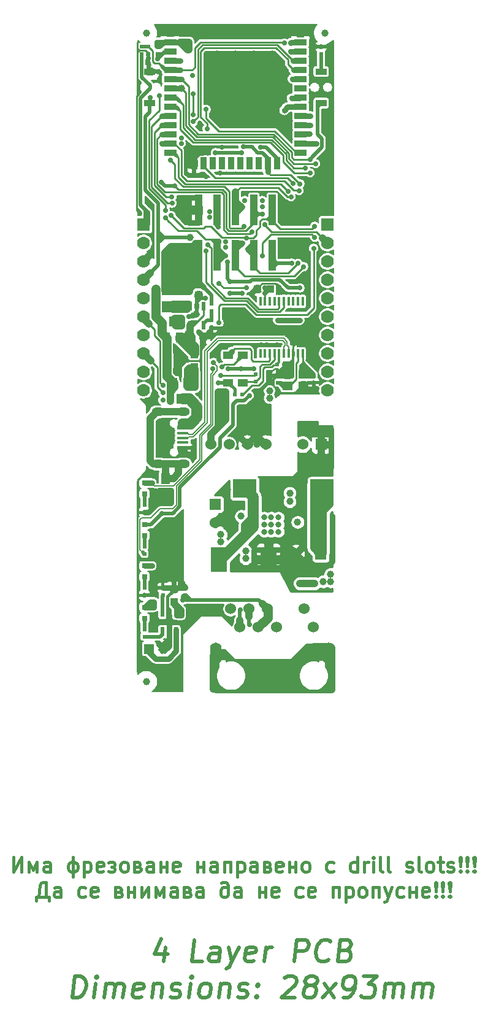
<source format=gbr>
G04 #@! TF.GenerationSoftware,KiCad,Pcbnew,5.1.0-rc2-unknown-036be7d~80~ubuntu16.04.1*
G04 #@! TF.CreationDate,2019-03-08T14:26:04+02:00*
G04 #@! TF.ProjectId,ESP32-PoE-ISO_Rev_B,45535033-322d-4506-9f45-2d49534f5f52,A*
G04 #@! TF.SameCoordinates,Original*
G04 #@! TF.FileFunction,Copper,L1,Top*
G04 #@! TF.FilePolarity,Positive*
%FSLAX46Y46*%
G04 Gerber Fmt 4.6, Leading zero omitted, Abs format (unit mm)*
G04 Created by KiCad (PCBNEW 5.1.0-rc2-unknown-036be7d~80~ubuntu16.04.1) date 2019-03-08 14:26:04*
%MOMM*%
%LPD*%
G04 APERTURE LIST*
%ADD10C,0.444500*%
%ADD11C,0.500000*%
%ADD12C,1.300000*%
%ADD13C,2.000000*%
%ADD14R,6.000001X6.000001*%
%ADD15R,1.700000X0.900000*%
%ADD16R,0.900000X1.700000*%
%ADD17R,1.650000X0.500000*%
%ADD18R,1.650000X0.325000*%
%ADD19R,1.000000X1.100000*%
%ADD20O,1.800000X1.200000*%
%ADD21R,1.000000X4.250000*%
%ADD22R,1.500000X0.900000*%
%ADD23C,1.524000*%
%ADD24R,1.524000X1.524000*%
%ADD25C,0.800000*%
%ADD26R,0.550000X0.500000*%
%ADD27R,3.200000X2.500000*%
%ADD28R,1.400000X1.200000*%
%ADD29R,0.400000X0.400000*%
%ADD30R,1.422400X1.422400*%
%ADD31R,3.000000X1.600000*%
%ADD32R,1.000000X1.400000*%
%ADD33R,1.016000X1.016000*%
%ADD34R,0.800000X0.800000*%
%ADD35C,1.000000*%
%ADD36R,2.200000X3.400000*%
%ADD37R,0.325000X1.270000*%
%ADD38R,0.550000X1.200000*%
%ADD39C,1.778000*%
%ADD40R,1.778000X1.778000*%
%ADD41R,0.500000X0.550000*%
%ADD42R,1.400000X1.400000*%
%ADD43C,1.400000*%
%ADD44R,1.270000X1.524000*%
%ADD45O,1.600000X2.999999*%
%ADD46R,1.400000X1.000000*%
%ADD47C,0.700000*%
%ADD48C,0.900000*%
%ADD49C,0.508000*%
%ADD50C,0.762000*%
%ADD51C,1.270000*%
%ADD52C,1.016000*%
%ADD53C,0.406400*%
%ADD54C,0.330200*%
%ADD55C,0.254000*%
%ADD56C,0.609600*%
%ADD57C,1.524000*%
%ADD58C,0.127000*%
%ADD59C,0.157480*%
G04 APERTURE END LIST*
D10*
X73448333Y-210500988D02*
X73448333Y-212532988D01*
X74609476Y-210500988D01*
X74609476Y-212532988D01*
X75577095Y-212532988D02*
X75577095Y-211178321D01*
X76157666Y-212242702D01*
X76738238Y-211178321D01*
X76738238Y-212532988D01*
X78576714Y-212532988D02*
X78576714Y-211468607D01*
X78479952Y-211275083D01*
X78286428Y-211178321D01*
X77899380Y-211178321D01*
X77705857Y-211275083D01*
X78576714Y-212436226D02*
X78383190Y-212532988D01*
X77899380Y-212532988D01*
X77705857Y-212436226D01*
X77609095Y-212242702D01*
X77609095Y-212049178D01*
X77705857Y-211855654D01*
X77899380Y-211758892D01*
X78383190Y-211758892D01*
X78576714Y-211662130D01*
X81673095Y-210500988D02*
X81673095Y-213210321D01*
X81479571Y-211178321D02*
X81866619Y-211178321D01*
X82060142Y-211275083D01*
X82253666Y-211468607D01*
X82350428Y-211662130D01*
X82350428Y-212049178D01*
X82253666Y-212242702D01*
X82060142Y-212436226D01*
X81866619Y-212532988D01*
X81479571Y-212532988D01*
X81286047Y-212436226D01*
X81092523Y-212242702D01*
X80995761Y-212049178D01*
X80995761Y-211662130D01*
X81092523Y-211468607D01*
X81286047Y-211275083D01*
X81479571Y-211178321D01*
X83221285Y-211178321D02*
X83221285Y-213210321D01*
X83221285Y-211275083D02*
X83414809Y-211178321D01*
X83801857Y-211178321D01*
X83995380Y-211275083D01*
X84092142Y-211371845D01*
X84188904Y-211565369D01*
X84188904Y-212145940D01*
X84092142Y-212339464D01*
X83995380Y-212436226D01*
X83801857Y-212532988D01*
X83414809Y-212532988D01*
X83221285Y-212436226D01*
X85833857Y-212436226D02*
X85640333Y-212532988D01*
X85253285Y-212532988D01*
X85059761Y-212436226D01*
X84963000Y-212242702D01*
X84963000Y-211468607D01*
X85059761Y-211275083D01*
X85253285Y-211178321D01*
X85640333Y-211178321D01*
X85833857Y-211275083D01*
X85930619Y-211468607D01*
X85930619Y-211662130D01*
X84963000Y-211855654D01*
X86995000Y-211855654D02*
X87188523Y-211855654D01*
X86607952Y-211275083D02*
X86801476Y-211178321D01*
X87188523Y-211178321D01*
X87382047Y-211275083D01*
X87478809Y-211468607D01*
X87478809Y-211565369D01*
X87382047Y-211758892D01*
X87188523Y-211855654D01*
X87382047Y-211952416D01*
X87478809Y-212145940D01*
X87478809Y-212242702D01*
X87382047Y-212436226D01*
X87188523Y-212532988D01*
X86801476Y-212532988D01*
X86607952Y-212436226D01*
X88639952Y-212532988D02*
X88446428Y-212436226D01*
X88349666Y-212339464D01*
X88252904Y-212145940D01*
X88252904Y-211565369D01*
X88349666Y-211371845D01*
X88446428Y-211275083D01*
X88639952Y-211178321D01*
X88930238Y-211178321D01*
X89123761Y-211275083D01*
X89220523Y-211371845D01*
X89317285Y-211565369D01*
X89317285Y-212145940D01*
X89220523Y-212339464D01*
X89123761Y-212436226D01*
X88930238Y-212532988D01*
X88639952Y-212532988D01*
X90671952Y-211855654D02*
X90962238Y-211952416D01*
X91059000Y-212145940D01*
X91059000Y-212242702D01*
X90962238Y-212436226D01*
X90768714Y-212532988D01*
X90188142Y-212532988D01*
X90188142Y-211178321D01*
X90671952Y-211178321D01*
X90865476Y-211275083D01*
X90962238Y-211468607D01*
X90962238Y-211565369D01*
X90865476Y-211758892D01*
X90671952Y-211855654D01*
X90188142Y-211855654D01*
X92800714Y-212532988D02*
X92800714Y-211468607D01*
X92703952Y-211275083D01*
X92510428Y-211178321D01*
X92123380Y-211178321D01*
X91929857Y-211275083D01*
X92800714Y-212436226D02*
X92607190Y-212532988D01*
X92123380Y-212532988D01*
X91929857Y-212436226D01*
X91833095Y-212242702D01*
X91833095Y-212049178D01*
X91929857Y-211855654D01*
X92123380Y-211758892D01*
X92607190Y-211758892D01*
X92800714Y-211662130D01*
X93768333Y-211855654D02*
X94639190Y-211855654D01*
X93768333Y-211178321D02*
X93768333Y-212532988D01*
X94639190Y-211178321D02*
X94639190Y-212532988D01*
X96380904Y-212436226D02*
X96187380Y-212532988D01*
X95800333Y-212532988D01*
X95606809Y-212436226D01*
X95510047Y-212242702D01*
X95510047Y-211468607D01*
X95606809Y-211275083D01*
X95800333Y-211178321D01*
X96187380Y-211178321D01*
X96380904Y-211275083D01*
X96477666Y-211468607D01*
X96477666Y-211662130D01*
X95510047Y-211855654D01*
X98896714Y-211855654D02*
X99767571Y-211855654D01*
X98896714Y-211178321D02*
X98896714Y-212532988D01*
X99767571Y-211178321D02*
X99767571Y-212532988D01*
X101606047Y-212532988D02*
X101606047Y-211468607D01*
X101509285Y-211275083D01*
X101315761Y-211178321D01*
X100928714Y-211178321D01*
X100735190Y-211275083D01*
X101606047Y-212436226D02*
X101412523Y-212532988D01*
X100928714Y-212532988D01*
X100735190Y-212436226D01*
X100638428Y-212242702D01*
X100638428Y-212049178D01*
X100735190Y-211855654D01*
X100928714Y-211758892D01*
X101412523Y-211758892D01*
X101606047Y-211662130D01*
X102573666Y-212532988D02*
X102573666Y-211178321D01*
X103444523Y-211178321D01*
X103444523Y-212532988D01*
X104412142Y-211178321D02*
X104412142Y-213210321D01*
X104412142Y-211275083D02*
X104605666Y-211178321D01*
X104992714Y-211178321D01*
X105186238Y-211275083D01*
X105283000Y-211371845D01*
X105379761Y-211565369D01*
X105379761Y-212145940D01*
X105283000Y-212339464D01*
X105186238Y-212436226D01*
X104992714Y-212532988D01*
X104605666Y-212532988D01*
X104412142Y-212436226D01*
X107121476Y-212532988D02*
X107121476Y-211468607D01*
X107024714Y-211275083D01*
X106831190Y-211178321D01*
X106444142Y-211178321D01*
X106250619Y-211275083D01*
X107121476Y-212436226D02*
X106927952Y-212532988D01*
X106444142Y-212532988D01*
X106250619Y-212436226D01*
X106153857Y-212242702D01*
X106153857Y-212049178D01*
X106250619Y-211855654D01*
X106444142Y-211758892D01*
X106927952Y-211758892D01*
X107121476Y-211662130D01*
X108572904Y-211855654D02*
X108863190Y-211952416D01*
X108959952Y-212145940D01*
X108959952Y-212242702D01*
X108863190Y-212436226D01*
X108669666Y-212532988D01*
X108089095Y-212532988D01*
X108089095Y-211178321D01*
X108572904Y-211178321D01*
X108766428Y-211275083D01*
X108863190Y-211468607D01*
X108863190Y-211565369D01*
X108766428Y-211758892D01*
X108572904Y-211855654D01*
X108089095Y-211855654D01*
X110604904Y-212436226D02*
X110411380Y-212532988D01*
X110024333Y-212532988D01*
X109830809Y-212436226D01*
X109734047Y-212242702D01*
X109734047Y-211468607D01*
X109830809Y-211275083D01*
X110024333Y-211178321D01*
X110411380Y-211178321D01*
X110604904Y-211275083D01*
X110701666Y-211468607D01*
X110701666Y-211662130D01*
X109734047Y-211855654D01*
X111572523Y-211855654D02*
X112443380Y-211855654D01*
X111572523Y-211178321D02*
X111572523Y-212532988D01*
X112443380Y-211178321D02*
X112443380Y-212532988D01*
X113701285Y-212532988D02*
X113507761Y-212436226D01*
X113411000Y-212339464D01*
X113314238Y-212145940D01*
X113314238Y-211565369D01*
X113411000Y-211371845D01*
X113507761Y-211275083D01*
X113701285Y-211178321D01*
X113991571Y-211178321D01*
X114185095Y-211275083D01*
X114281857Y-211371845D01*
X114378619Y-211565369D01*
X114378619Y-212145940D01*
X114281857Y-212339464D01*
X114185095Y-212436226D01*
X113991571Y-212532988D01*
X113701285Y-212532988D01*
X117668523Y-212436226D02*
X117475000Y-212532988D01*
X117087952Y-212532988D01*
X116894428Y-212436226D01*
X116797666Y-212339464D01*
X116700904Y-212145940D01*
X116700904Y-211565369D01*
X116797666Y-211371845D01*
X116894428Y-211275083D01*
X117087952Y-211178321D01*
X117475000Y-211178321D01*
X117668523Y-211275083D01*
X120958428Y-212532988D02*
X120958428Y-210500988D01*
X120958428Y-212436226D02*
X120764904Y-212532988D01*
X120377857Y-212532988D01*
X120184333Y-212436226D01*
X120087571Y-212339464D01*
X119990809Y-212145940D01*
X119990809Y-211565369D01*
X120087571Y-211371845D01*
X120184333Y-211275083D01*
X120377857Y-211178321D01*
X120764904Y-211178321D01*
X120958428Y-211275083D01*
X121926047Y-212532988D02*
X121926047Y-211178321D01*
X121926047Y-211565369D02*
X122022809Y-211371845D01*
X122119571Y-211275083D01*
X122313095Y-211178321D01*
X122506619Y-211178321D01*
X123183952Y-212532988D02*
X123183952Y-211178321D01*
X123183952Y-210500988D02*
X123087190Y-210597750D01*
X123183952Y-210694511D01*
X123280714Y-210597750D01*
X123183952Y-210500988D01*
X123183952Y-210694511D01*
X124441857Y-212532988D02*
X124248333Y-212436226D01*
X124151571Y-212242702D01*
X124151571Y-210500988D01*
X125506238Y-212532988D02*
X125312714Y-212436226D01*
X125215952Y-212242702D01*
X125215952Y-210500988D01*
X127731761Y-212436226D02*
X127925285Y-212532988D01*
X128312333Y-212532988D01*
X128505857Y-212436226D01*
X128602619Y-212242702D01*
X128602619Y-212145940D01*
X128505857Y-211952416D01*
X128312333Y-211855654D01*
X128022047Y-211855654D01*
X127828523Y-211758892D01*
X127731761Y-211565369D01*
X127731761Y-211468607D01*
X127828523Y-211275083D01*
X128022047Y-211178321D01*
X128312333Y-211178321D01*
X128505857Y-211275083D01*
X129763761Y-212532988D02*
X129570238Y-212436226D01*
X129473476Y-212242702D01*
X129473476Y-210500988D01*
X130828142Y-212532988D02*
X130634619Y-212436226D01*
X130537857Y-212339464D01*
X130441095Y-212145940D01*
X130441095Y-211565369D01*
X130537857Y-211371845D01*
X130634619Y-211275083D01*
X130828142Y-211178321D01*
X131118428Y-211178321D01*
X131311952Y-211275083D01*
X131408714Y-211371845D01*
X131505476Y-211565369D01*
X131505476Y-212145940D01*
X131408714Y-212339464D01*
X131311952Y-212436226D01*
X131118428Y-212532988D01*
X130828142Y-212532988D01*
X132086047Y-211178321D02*
X132860142Y-211178321D01*
X132376333Y-210500988D02*
X132376333Y-212242702D01*
X132473095Y-212436226D01*
X132666619Y-212532988D01*
X132860142Y-212532988D01*
X133440714Y-212436226D02*
X133634238Y-212532988D01*
X134021285Y-212532988D01*
X134214809Y-212436226D01*
X134311571Y-212242702D01*
X134311571Y-212145940D01*
X134214809Y-211952416D01*
X134021285Y-211855654D01*
X133731000Y-211855654D01*
X133537476Y-211758892D01*
X133440714Y-211565369D01*
X133440714Y-211468607D01*
X133537476Y-211275083D01*
X133731000Y-211178321D01*
X134021285Y-211178321D01*
X134214809Y-211275083D01*
X135182428Y-212339464D02*
X135279190Y-212436226D01*
X135182428Y-212532988D01*
X135085666Y-212436226D01*
X135182428Y-212339464D01*
X135182428Y-212532988D01*
X135182428Y-211758892D02*
X135085666Y-210597750D01*
X135182428Y-210500988D01*
X135279190Y-210597750D01*
X135182428Y-211758892D01*
X135182428Y-210500988D01*
X136150047Y-212339464D02*
X136246809Y-212436226D01*
X136150047Y-212532988D01*
X136053285Y-212436226D01*
X136150047Y-212339464D01*
X136150047Y-212532988D01*
X136150047Y-211758892D02*
X136053285Y-210597750D01*
X136150047Y-210500988D01*
X136246809Y-210597750D01*
X136150047Y-211758892D01*
X136150047Y-210500988D01*
X137117666Y-212339464D02*
X137214428Y-212436226D01*
X137117666Y-212532988D01*
X137020904Y-212436226D01*
X137117666Y-212339464D01*
X137117666Y-212532988D01*
X137117666Y-211758892D02*
X137020904Y-210597750D01*
X137117666Y-210500988D01*
X137214428Y-210597750D01*
X137117666Y-211758892D01*
X137117666Y-210500988D01*
X78383190Y-216509297D02*
X78383190Y-216025488D01*
X76641476Y-216025488D01*
X76641476Y-216509297D01*
X77996142Y-216025488D02*
X77996142Y-213993488D01*
X77512333Y-213993488D01*
X77318809Y-214090250D01*
X77222047Y-214187011D01*
X77125285Y-214380535D01*
X76931761Y-216025488D01*
X80028142Y-216025488D02*
X80028142Y-214961107D01*
X79931380Y-214767583D01*
X79737857Y-214670821D01*
X79350809Y-214670821D01*
X79157285Y-214767583D01*
X80028142Y-215928726D02*
X79834619Y-216025488D01*
X79350809Y-216025488D01*
X79157285Y-215928726D01*
X79060523Y-215735202D01*
X79060523Y-215541678D01*
X79157285Y-215348154D01*
X79350809Y-215251392D01*
X79834619Y-215251392D01*
X80028142Y-215154630D01*
X83414809Y-215928726D02*
X83221285Y-216025488D01*
X82834238Y-216025488D01*
X82640714Y-215928726D01*
X82543952Y-215831964D01*
X82447190Y-215638440D01*
X82447190Y-215057869D01*
X82543952Y-214864345D01*
X82640714Y-214767583D01*
X82834238Y-214670821D01*
X83221285Y-214670821D01*
X83414809Y-214767583D01*
X85059761Y-215928726D02*
X84866238Y-216025488D01*
X84479190Y-216025488D01*
X84285666Y-215928726D01*
X84188904Y-215735202D01*
X84188904Y-214961107D01*
X84285666Y-214767583D01*
X84479190Y-214670821D01*
X84866238Y-214670821D01*
X85059761Y-214767583D01*
X85156523Y-214961107D01*
X85156523Y-215154630D01*
X84188904Y-215348154D01*
X88059380Y-215348154D02*
X88349666Y-215444916D01*
X88446428Y-215638440D01*
X88446428Y-215735202D01*
X88349666Y-215928726D01*
X88156142Y-216025488D01*
X87575571Y-216025488D01*
X87575571Y-214670821D01*
X88059380Y-214670821D01*
X88252904Y-214767583D01*
X88349666Y-214961107D01*
X88349666Y-215057869D01*
X88252904Y-215251392D01*
X88059380Y-215348154D01*
X87575571Y-215348154D01*
X89317285Y-215348154D02*
X90188142Y-215348154D01*
X89317285Y-214670821D02*
X89317285Y-216025488D01*
X90188142Y-214670821D02*
X90188142Y-216025488D01*
X91155761Y-214670821D02*
X91155761Y-216025488D01*
X92123380Y-214670821D01*
X92123380Y-216025488D01*
X93091000Y-216025488D02*
X93091000Y-214670821D01*
X93671571Y-215735202D01*
X94252142Y-214670821D01*
X94252142Y-216025488D01*
X96090619Y-216025488D02*
X96090619Y-214961107D01*
X95993857Y-214767583D01*
X95800333Y-214670821D01*
X95413285Y-214670821D01*
X95219761Y-214767583D01*
X96090619Y-215928726D02*
X95897095Y-216025488D01*
X95413285Y-216025488D01*
X95219761Y-215928726D01*
X95123000Y-215735202D01*
X95123000Y-215541678D01*
X95219761Y-215348154D01*
X95413285Y-215251392D01*
X95897095Y-215251392D01*
X96090619Y-215154630D01*
X97542047Y-215348154D02*
X97832333Y-215444916D01*
X97929095Y-215638440D01*
X97929095Y-215735202D01*
X97832333Y-215928726D01*
X97638809Y-216025488D01*
X97058238Y-216025488D01*
X97058238Y-214670821D01*
X97542047Y-214670821D01*
X97735571Y-214767583D01*
X97832333Y-214961107D01*
X97832333Y-215057869D01*
X97735571Y-215251392D01*
X97542047Y-215348154D01*
X97058238Y-215348154D01*
X99670809Y-216025488D02*
X99670809Y-214961107D01*
X99574047Y-214767583D01*
X99380523Y-214670821D01*
X98993476Y-214670821D01*
X98799952Y-214767583D01*
X99670809Y-215928726D02*
X99477285Y-216025488D01*
X98993476Y-216025488D01*
X98799952Y-215928726D01*
X98703190Y-215735202D01*
X98703190Y-215541678D01*
X98799952Y-215348154D01*
X98993476Y-215251392D01*
X99477285Y-215251392D01*
X99670809Y-215154630D01*
X103154238Y-214864345D02*
X103057476Y-214767583D01*
X102863952Y-214670821D01*
X102476904Y-214670821D01*
X102283380Y-214767583D01*
X102186619Y-214864345D01*
X102089857Y-215057869D01*
X102089857Y-215638440D01*
X102186619Y-215831964D01*
X102283380Y-215928726D01*
X102476904Y-216025488D01*
X102767190Y-216025488D01*
X102960714Y-215928726D01*
X103057476Y-215831964D01*
X103154238Y-215638440D01*
X103154238Y-214380535D01*
X103057476Y-214187011D01*
X102960714Y-214090250D01*
X102767190Y-213993488D01*
X102380142Y-213993488D01*
X102186619Y-214090250D01*
X104895952Y-216025488D02*
X104895952Y-214961107D01*
X104799190Y-214767583D01*
X104605666Y-214670821D01*
X104218619Y-214670821D01*
X104025095Y-214767583D01*
X104895952Y-215928726D02*
X104702428Y-216025488D01*
X104218619Y-216025488D01*
X104025095Y-215928726D01*
X103928333Y-215735202D01*
X103928333Y-215541678D01*
X104025095Y-215348154D01*
X104218619Y-215251392D01*
X104702428Y-215251392D01*
X104895952Y-215154630D01*
X107411761Y-215348154D02*
X108282619Y-215348154D01*
X107411761Y-214670821D02*
X107411761Y-216025488D01*
X108282619Y-214670821D02*
X108282619Y-216025488D01*
X110024333Y-215928726D02*
X109830809Y-216025488D01*
X109443761Y-216025488D01*
X109250238Y-215928726D01*
X109153476Y-215735202D01*
X109153476Y-214961107D01*
X109250238Y-214767583D01*
X109443761Y-214670821D01*
X109830809Y-214670821D01*
X110024333Y-214767583D01*
X110121095Y-214961107D01*
X110121095Y-215154630D01*
X109153476Y-215348154D01*
X113411000Y-215928726D02*
X113217476Y-216025488D01*
X112830428Y-216025488D01*
X112636904Y-215928726D01*
X112540142Y-215831964D01*
X112443380Y-215638440D01*
X112443380Y-215057869D01*
X112540142Y-214864345D01*
X112636904Y-214767583D01*
X112830428Y-214670821D01*
X113217476Y-214670821D01*
X113411000Y-214767583D01*
X115055952Y-215928726D02*
X114862428Y-216025488D01*
X114475380Y-216025488D01*
X114281857Y-215928726D01*
X114185095Y-215735202D01*
X114185095Y-214961107D01*
X114281857Y-214767583D01*
X114475380Y-214670821D01*
X114862428Y-214670821D01*
X115055952Y-214767583D01*
X115152714Y-214961107D01*
X115152714Y-215154630D01*
X114185095Y-215348154D01*
X117571761Y-216025488D02*
X117571761Y-214670821D01*
X118442619Y-214670821D01*
X118442619Y-216025488D01*
X119410238Y-214670821D02*
X119410238Y-216702821D01*
X119410238Y-214767583D02*
X119603761Y-214670821D01*
X119990809Y-214670821D01*
X120184333Y-214767583D01*
X120281095Y-214864345D01*
X120377857Y-215057869D01*
X120377857Y-215638440D01*
X120281095Y-215831964D01*
X120184333Y-215928726D01*
X119990809Y-216025488D01*
X119603761Y-216025488D01*
X119410238Y-215928726D01*
X121539000Y-216025488D02*
X121345476Y-215928726D01*
X121248714Y-215831964D01*
X121151952Y-215638440D01*
X121151952Y-215057869D01*
X121248714Y-214864345D01*
X121345476Y-214767583D01*
X121539000Y-214670821D01*
X121829285Y-214670821D01*
X122022809Y-214767583D01*
X122119571Y-214864345D01*
X122216333Y-215057869D01*
X122216333Y-215638440D01*
X122119571Y-215831964D01*
X122022809Y-215928726D01*
X121829285Y-216025488D01*
X121539000Y-216025488D01*
X123087190Y-216025488D02*
X123087190Y-214670821D01*
X123958047Y-214670821D01*
X123958047Y-216025488D01*
X124732142Y-214670821D02*
X125215952Y-216025488D01*
X125699761Y-214670821D02*
X125215952Y-216025488D01*
X125022428Y-216509297D01*
X124925666Y-216606059D01*
X124732142Y-216702821D01*
X127344714Y-215928726D02*
X127151190Y-216025488D01*
X126764142Y-216025488D01*
X126570619Y-215928726D01*
X126473857Y-215831964D01*
X126377095Y-215638440D01*
X126377095Y-215057869D01*
X126473857Y-214864345D01*
X126570619Y-214767583D01*
X126764142Y-214670821D01*
X127151190Y-214670821D01*
X127344714Y-214767583D01*
X128215571Y-215348154D02*
X129086428Y-215348154D01*
X128215571Y-214670821D02*
X128215571Y-216025488D01*
X129086428Y-214670821D02*
X129086428Y-216025488D01*
X130828142Y-215928726D02*
X130634619Y-216025488D01*
X130247571Y-216025488D01*
X130054047Y-215928726D01*
X129957285Y-215735202D01*
X129957285Y-214961107D01*
X130054047Y-214767583D01*
X130247571Y-214670821D01*
X130634619Y-214670821D01*
X130828142Y-214767583D01*
X130924904Y-214961107D01*
X130924904Y-215154630D01*
X129957285Y-215348154D01*
X131795761Y-215831964D02*
X131892523Y-215928726D01*
X131795761Y-216025488D01*
X131699000Y-215928726D01*
X131795761Y-215831964D01*
X131795761Y-216025488D01*
X131795761Y-215251392D02*
X131699000Y-214090250D01*
X131795761Y-213993488D01*
X131892523Y-214090250D01*
X131795761Y-215251392D01*
X131795761Y-213993488D01*
X132763380Y-215831964D02*
X132860142Y-215928726D01*
X132763380Y-216025488D01*
X132666619Y-215928726D01*
X132763380Y-215831964D01*
X132763380Y-216025488D01*
X132763380Y-215251392D02*
X132666619Y-214090250D01*
X132763380Y-213993488D01*
X132860142Y-214090250D01*
X132763380Y-215251392D01*
X132763380Y-213993488D01*
X133731000Y-215831964D02*
X133827761Y-215928726D01*
X133731000Y-216025488D01*
X133634238Y-215928726D01*
X133731000Y-215831964D01*
X133731000Y-216025488D01*
X133731000Y-215251392D02*
X133634238Y-214090250D01*
X133731000Y-213993488D01*
X133827761Y-214090250D01*
X133731000Y-215251392D01*
X133731000Y-213993488D01*
D11*
X94483129Y-222917144D02*
X94233129Y-224917143D01*
X93911700Y-221774287D02*
X92929558Y-223917143D01*
X94786700Y-223917143D01*
X99518841Y-224917143D02*
X98090270Y-224917143D01*
X98465270Y-221917144D01*
X101804555Y-224917143D02*
X102000983Y-223345715D01*
X101893840Y-223060001D01*
X101625983Y-222917144D01*
X101054555Y-222917144D01*
X100750984Y-223060001D01*
X101822412Y-224774286D02*
X101518840Y-224917143D01*
X100804555Y-224917143D01*
X100536698Y-224774286D01*
X100429555Y-224488572D01*
X100465269Y-224202857D01*
X100643841Y-223917143D01*
X100947412Y-223774286D01*
X101661698Y-223774286D01*
X101965269Y-223631429D01*
X103197411Y-222917144D02*
X103661697Y-224917143D01*
X104625982Y-222917144D02*
X103661697Y-224917143D01*
X103286697Y-225631428D01*
X103125983Y-225774285D01*
X102822411Y-225917143D01*
X106679553Y-224774286D02*
X106375982Y-224917143D01*
X105804553Y-224917143D01*
X105536696Y-224774286D01*
X105429553Y-224488572D01*
X105572411Y-223345715D01*
X105750982Y-223060001D01*
X106054553Y-222917144D01*
X106625982Y-222917144D01*
X106893839Y-223060001D01*
X107000982Y-223345715D01*
X106965267Y-223631429D01*
X105500982Y-223917143D01*
X108090267Y-224917143D02*
X108340267Y-222917144D01*
X108268838Y-223488572D02*
X108447410Y-223202858D01*
X108608124Y-223060001D01*
X108911695Y-222917144D01*
X109197409Y-222917144D01*
X112233123Y-224917143D02*
X112608123Y-221917144D01*
X113750979Y-221917144D01*
X114018836Y-222060001D01*
X114143836Y-222202858D01*
X114250979Y-222488572D01*
X114197408Y-222917144D01*
X114018836Y-223202858D01*
X113858122Y-223345715D01*
X113554551Y-223488572D01*
X112411694Y-223488572D01*
X116983121Y-224631429D02*
X116822407Y-224774286D01*
X116375978Y-224917143D01*
X116090264Y-224917143D01*
X115679550Y-224774286D01*
X115429550Y-224488572D01*
X115322407Y-224202857D01*
X115250979Y-223631429D01*
X115304550Y-223202858D01*
X115518836Y-222631429D01*
X115697407Y-222345715D01*
X116018836Y-222060001D01*
X116465264Y-221917144D01*
X116750978Y-221917144D01*
X117161692Y-222060001D01*
X117286692Y-222202858D01*
X119429549Y-223345715D02*
X119840263Y-223488572D01*
X119965263Y-223631429D01*
X120072406Y-223917143D01*
X120018834Y-224345715D01*
X119840263Y-224631429D01*
X119679549Y-224774286D01*
X119375977Y-224917143D01*
X118233121Y-224917143D01*
X118608121Y-221917144D01*
X119608120Y-221917144D01*
X119875977Y-222060001D01*
X120000977Y-222202858D01*
X120108120Y-222488572D01*
X120072406Y-222774286D01*
X119893834Y-223060001D01*
X119733120Y-223202858D01*
X119429549Y-223345715D01*
X118429549Y-223345715D01*
X81590276Y-229917142D02*
X81965276Y-226917143D01*
X82679561Y-226917143D01*
X83090275Y-227060000D01*
X83340275Y-227345714D01*
X83447418Y-227631428D01*
X83518846Y-228202857D01*
X83465275Y-228631428D01*
X83250989Y-229202856D01*
X83072418Y-229488571D01*
X82750990Y-229774285D01*
X82304561Y-229917142D01*
X81590276Y-229917142D01*
X84590275Y-229917142D02*
X84840275Y-227917143D01*
X84965275Y-226917143D02*
X84804560Y-227060000D01*
X84929560Y-227202857D01*
X85090275Y-227060000D01*
X84965275Y-226917143D01*
X84929560Y-227202857D01*
X86018846Y-229917142D02*
X86268846Y-227917143D01*
X86233131Y-228202857D02*
X86393846Y-228060000D01*
X86697417Y-227917143D01*
X87125988Y-227917143D01*
X87393845Y-228060000D01*
X87500988Y-228345714D01*
X87304560Y-229917142D01*
X87500988Y-228345714D02*
X87679559Y-228060000D01*
X87983131Y-227917143D01*
X88411702Y-227917143D01*
X88679559Y-228060000D01*
X88786702Y-228345714D01*
X88590273Y-229917142D01*
X91179558Y-229774285D02*
X90875987Y-229917142D01*
X90304559Y-229917142D01*
X90036701Y-229774285D01*
X89929559Y-229488571D01*
X90072416Y-228345714D01*
X90250987Y-228060000D01*
X90554558Y-227917143D01*
X91125987Y-227917143D01*
X91393844Y-228060000D01*
X91500987Y-228345714D01*
X91465272Y-228631428D01*
X90000987Y-228917142D01*
X92840272Y-227917143D02*
X92590272Y-229917142D01*
X92804558Y-228202857D02*
X92965272Y-228060000D01*
X93268843Y-227917143D01*
X93697415Y-227917143D01*
X93965272Y-228060000D01*
X94072414Y-228345714D01*
X93875986Y-229917142D01*
X95179557Y-229774285D02*
X95447414Y-229917142D01*
X96018842Y-229917142D01*
X96322414Y-229774285D01*
X96500985Y-229488571D01*
X96518842Y-229345714D01*
X96411699Y-229059999D01*
X96143842Y-228917142D01*
X95715271Y-228917142D01*
X95447414Y-228774285D01*
X95340271Y-228488571D01*
X95358128Y-228345714D01*
X95536700Y-228060000D01*
X95840271Y-227917143D01*
X96268842Y-227917143D01*
X96536699Y-228060000D01*
X97733127Y-229917142D02*
X97983127Y-227917143D01*
X98108127Y-226917143D02*
X97947413Y-227060000D01*
X98072413Y-227202857D01*
X98233127Y-227060000D01*
X98108127Y-226917143D01*
X98072413Y-227202857D01*
X99590270Y-229917142D02*
X99322413Y-229774285D01*
X99197413Y-229631428D01*
X99090270Y-229345714D01*
X99197413Y-228488571D01*
X99375984Y-228202857D01*
X99536698Y-228060000D01*
X99840270Y-227917143D01*
X100268841Y-227917143D01*
X100536698Y-228060000D01*
X100661698Y-228202857D01*
X100768841Y-228488571D01*
X100661698Y-229345714D01*
X100483127Y-229631428D01*
X100322412Y-229774285D01*
X100018841Y-229917142D01*
X99590270Y-229917142D01*
X102125983Y-227917143D02*
X101875983Y-229917142D01*
X102090269Y-228202857D02*
X102250983Y-228060000D01*
X102554554Y-227917143D01*
X102983126Y-227917143D01*
X103250983Y-228060000D01*
X103358126Y-228345714D01*
X103161697Y-229917142D01*
X104465268Y-229774285D02*
X104733125Y-229917142D01*
X105304554Y-229917142D01*
X105608125Y-229774285D01*
X105786696Y-229488571D01*
X105804553Y-229345714D01*
X105697411Y-229059999D01*
X105429553Y-228917142D01*
X105000982Y-228917142D01*
X104733125Y-228774285D01*
X104625982Y-228488571D01*
X104643839Y-228345714D01*
X104822411Y-228060000D01*
X105125982Y-227917143D01*
X105554553Y-227917143D01*
X105822410Y-228060000D01*
X107054553Y-229631428D02*
X107179553Y-229774285D01*
X107018839Y-229917142D01*
X106893839Y-229774285D01*
X107054553Y-229631428D01*
X107018839Y-229917142D01*
X107250981Y-228060000D02*
X107375981Y-228202857D01*
X107215267Y-228345714D01*
X107090267Y-228202857D01*
X107250981Y-228060000D01*
X107215267Y-228345714D01*
X110929552Y-227202857D02*
X111090266Y-227060000D01*
X111393837Y-226917143D01*
X112108123Y-226917143D01*
X112375980Y-227060000D01*
X112500980Y-227202857D01*
X112608123Y-227488571D01*
X112572408Y-227774285D01*
X112375980Y-228202857D01*
X110447409Y-229917142D01*
X112304551Y-229917142D01*
X114233122Y-228202857D02*
X113965265Y-228060000D01*
X113840265Y-227917143D01*
X113733122Y-227631428D01*
X113750979Y-227488571D01*
X113929551Y-227202857D01*
X114090265Y-227060000D01*
X114393836Y-226917143D01*
X114965265Y-226917143D01*
X115233122Y-227060000D01*
X115358122Y-227202857D01*
X115465264Y-227488571D01*
X115447407Y-227631428D01*
X115268836Y-227917143D01*
X115108122Y-228060000D01*
X114804550Y-228202857D01*
X114233122Y-228202857D01*
X113929551Y-228345714D01*
X113768836Y-228488571D01*
X113590265Y-228774285D01*
X113518836Y-229345714D01*
X113625979Y-229631428D01*
X113750979Y-229774285D01*
X114018836Y-229917142D01*
X114590265Y-229917142D01*
X114893836Y-229774285D01*
X115054550Y-229631428D01*
X115233122Y-229345714D01*
X115304550Y-228774285D01*
X115197407Y-228488571D01*
X115072407Y-228345714D01*
X114804550Y-228202857D01*
X116161693Y-229917142D02*
X117983121Y-227917143D01*
X116411693Y-227917143D02*
X117733121Y-229917142D01*
X119018835Y-229917142D02*
X119590263Y-229917142D01*
X119893834Y-229774285D01*
X120054549Y-229631428D01*
X120393834Y-229202856D01*
X120608120Y-228631428D01*
X120750977Y-227488571D01*
X120643834Y-227202857D01*
X120518834Y-227060000D01*
X120250977Y-226917143D01*
X119679549Y-226917143D01*
X119375977Y-227060000D01*
X119215263Y-227202857D01*
X119036692Y-227488571D01*
X118947406Y-228202857D01*
X119054549Y-228488571D01*
X119179549Y-228631428D01*
X119447406Y-228774285D01*
X120018834Y-228774285D01*
X120322406Y-228631428D01*
X120483120Y-228488571D01*
X120661691Y-228202857D01*
X121822405Y-226917143D02*
X123679547Y-226917143D01*
X122536691Y-228060000D01*
X122965262Y-228060000D01*
X123233119Y-228202857D01*
X123358119Y-228345714D01*
X123465262Y-228631428D01*
X123375976Y-229345714D01*
X123197405Y-229631428D01*
X123036690Y-229774285D01*
X122733119Y-229917142D01*
X121875977Y-229917142D01*
X121608120Y-229774285D01*
X121483120Y-229631428D01*
X124590261Y-229917142D02*
X124840261Y-227917143D01*
X124804547Y-228202857D02*
X124965261Y-228060000D01*
X125268833Y-227917143D01*
X125697404Y-227917143D01*
X125965261Y-228060000D01*
X126072404Y-228345714D01*
X125875975Y-229917142D01*
X126072404Y-228345714D02*
X126250975Y-228060000D01*
X126554546Y-227917143D01*
X126983118Y-227917143D01*
X127250975Y-228060000D01*
X127358118Y-228345714D01*
X127161689Y-229917142D01*
X128590260Y-229917142D02*
X128840260Y-227917143D01*
X128804546Y-228202857D02*
X128965260Y-228060000D01*
X129268831Y-227917143D01*
X129697403Y-227917143D01*
X129965260Y-228060000D01*
X130072402Y-228345714D01*
X129875974Y-229917142D01*
X130072402Y-228345714D02*
X130250974Y-228060000D01*
X130554545Y-227917143D01*
X130983116Y-227917143D01*
X131250973Y-228060000D01*
X131358116Y-228345714D01*
X131161688Y-229917142D01*
D12*
X102099600Y-106834800D03*
D13*
X104411000Y-104498000D03*
D14*
X104440000Y-104485000D03*
D15*
X113140000Y-96825000D03*
X113140000Y-98095000D03*
X113140000Y-99365000D03*
X113140000Y-100635000D03*
X113140000Y-101905000D03*
X113140000Y-103175000D03*
X113140000Y-104445000D03*
X113140000Y-105715000D03*
X113140000Y-106985000D03*
X113140000Y-108255000D03*
X113140000Y-109525000D03*
X113140000Y-110795000D03*
X113140000Y-112065000D03*
X113140000Y-113335000D03*
D16*
X109870000Y-114785000D03*
X108600000Y-114785000D03*
X107330000Y-114785000D03*
X106060000Y-114785000D03*
X104790000Y-114785000D03*
X103520000Y-114785000D03*
X102250000Y-114785000D03*
X100980000Y-114785000D03*
X99710000Y-114785000D03*
X98440000Y-114785000D03*
D15*
X95140000Y-113295000D03*
X95140000Y-112025000D03*
X95140000Y-110755000D03*
X95140000Y-109485000D03*
X95140000Y-108215000D03*
X95140000Y-106945000D03*
X95140000Y-105675000D03*
X95140000Y-104405000D03*
X95140000Y-103135000D03*
X95140000Y-101865000D03*
X95140000Y-100595000D03*
X95140000Y-99325000D03*
X95140000Y-98055000D03*
X95140000Y-96785000D03*
D12*
X106773200Y-106834800D03*
X102099600Y-102135800D03*
X106773200Y-102135800D03*
X104411000Y-102135800D03*
X104411000Y-106834800D03*
X102099600Y-104371000D03*
X106773200Y-104371000D03*
D17*
X96876000Y-151266500D03*
D18*
X96876000Y-152004000D03*
X96876000Y-152654000D03*
X96876000Y-153304000D03*
D17*
X96876000Y-154041500D03*
D19*
X92326000Y-151154000D03*
X92326000Y-154154000D03*
D20*
X93476000Y-149054000D03*
X96946000Y-149054000D03*
X96946000Y-156254000D03*
X93476000Y-156254000D03*
D21*
X99060000Y-127458000D03*
X99060000Y-121208000D03*
X101600000Y-127458000D03*
X101600000Y-121208000D03*
X104140000Y-127458000D03*
X104140000Y-121208000D03*
X106680000Y-127458000D03*
X106680000Y-121208000D03*
X109220000Y-127458000D03*
X109220000Y-121208000D03*
D22*
X92321000Y-106444000D03*
X92321000Y-102090000D03*
X115959000Y-106444000D03*
X115959000Y-102090000D03*
D23*
X113411000Y-153543000D03*
D24*
X115951000Y-153543000D03*
D23*
X108331000Y-153543000D03*
X105791000Y-153543000D03*
X100711000Y-153543000D03*
X103251000Y-153543000D03*
D24*
X115923000Y-168656000D03*
D23*
X112423000Y-168656000D03*
D24*
X101346000Y-161818000D03*
D23*
X101346000Y-164318000D03*
D25*
X108077000Y-163592000D03*
X108077000Y-164592000D03*
X108077000Y-165592000D03*
X109077000Y-163592000D03*
X109077000Y-164592000D03*
X109077000Y-165592000D03*
X110077000Y-164592000D03*
X110077000Y-163592000D03*
X110077000Y-165592000D03*
D26*
X106934000Y-144907000D03*
X106934000Y-143891000D03*
D27*
X116094000Y-159639000D03*
X105394000Y-159639000D03*
D26*
X93345000Y-99695000D03*
X93345000Y-98679000D03*
D28*
X111338000Y-143853000D03*
X113538000Y-145453000D03*
X113538000Y-143853000D03*
X111338000Y-145453000D03*
D26*
X109982000Y-144018000D03*
X109982000Y-145034000D03*
D29*
X106710000Y-137406000D03*
X106710000Y-136406000D03*
X105910000Y-135606000D03*
X104910000Y-135606000D03*
X104110000Y-136406000D03*
X104110000Y-137406000D03*
X104910000Y-138206000D03*
X105910000Y-138206000D03*
D30*
X105410000Y-136906000D03*
D26*
X114935000Y-145034000D03*
X114935000Y-144018000D03*
X115951000Y-98679000D03*
X115951000Y-99695000D03*
D31*
X95377000Y-132150000D03*
X95377000Y-134550000D03*
D32*
X97469960Y-145069560D03*
X95567500Y-145069560D03*
X96522540Y-147279360D03*
X94554040Y-138775440D03*
X96456500Y-138775440D03*
X95501460Y-136565640D03*
D33*
X107188000Y-132080000D03*
X108966000Y-132080000D03*
D34*
X91567000Y-177546000D03*
X91567000Y-176022000D03*
D33*
X99060000Y-132969000D03*
X99060000Y-131191000D03*
D34*
X91567000Y-171831000D03*
X91567000Y-170307000D03*
D35*
X91821000Y-96774000D03*
X116459000Y-96774000D03*
X91821000Y-186309000D03*
D36*
X108683000Y-169418000D03*
X101883000Y-169418000D03*
D37*
X107565000Y-133794500D03*
X108215000Y-133794500D03*
X108865000Y-133794500D03*
X109515000Y-133794500D03*
X110165000Y-133794500D03*
X110815000Y-133794500D03*
X111465000Y-133794500D03*
X112115000Y-133794500D03*
X112765000Y-133794500D03*
X113415000Y-133794500D03*
X113415000Y-141033500D03*
X112765000Y-141033500D03*
X112115000Y-141033500D03*
X111465000Y-141033500D03*
X110815000Y-141033500D03*
X110165000Y-141033500D03*
X109515000Y-141033500D03*
X108865000Y-141033500D03*
X108215000Y-141033500D03*
X107565000Y-141033500D03*
D38*
X99756000Y-134463000D03*
X98806000Y-134463000D03*
X97856000Y-134463000D03*
X99756000Y-137063000D03*
X97856000Y-137063000D03*
D33*
X95631000Y-173482000D03*
X95631000Y-175260000D03*
X99695000Y-138684000D03*
X97917000Y-138684000D03*
D39*
X91440000Y-130840000D03*
X91440000Y-128300000D03*
X91440000Y-125760000D03*
D40*
X91440000Y-123220000D03*
D39*
X91440000Y-133380000D03*
X91440000Y-135920000D03*
X91440000Y-141000000D03*
X91440000Y-138460000D03*
X91440000Y-143540000D03*
X91440000Y-146080000D03*
X116840000Y-130840000D03*
X116840000Y-128300000D03*
X116840000Y-125760000D03*
D40*
X116840000Y-123220000D03*
D39*
X116840000Y-133380000D03*
X116840000Y-135920000D03*
X116840000Y-141000000D03*
X116840000Y-138460000D03*
X116840000Y-143540000D03*
X116840000Y-146080000D03*
D41*
X110871000Y-142494000D03*
X109855000Y-142494000D03*
X104013000Y-146685000D03*
X105029000Y-146685000D03*
D26*
X91567000Y-180086000D03*
X91567000Y-179070000D03*
X91567000Y-168656000D03*
X91567000Y-167640000D03*
X91567000Y-162941000D03*
X91567000Y-161925000D03*
X91567000Y-174371000D03*
X91567000Y-173355000D03*
X100838000Y-134112000D03*
X100838000Y-135128000D03*
X100838000Y-137414000D03*
X100838000Y-136398000D03*
X97155000Y-173355000D03*
X97155000Y-174371000D03*
D42*
X92209620Y-181759860D03*
D43*
X94221300Y-181757320D03*
D34*
X91567000Y-160401000D03*
X91567000Y-158877000D03*
X91567000Y-166116000D03*
X91567000Y-164592000D03*
D44*
X94488000Y-158242000D03*
X94488000Y-160274000D03*
D38*
X94046000Y-179354000D03*
X94996000Y-179354000D03*
X95946000Y-179354000D03*
X94046000Y-176754000D03*
X95946000Y-176754000D03*
D26*
X94107000Y-174371000D03*
X94107000Y-173355000D03*
X91186000Y-98679000D03*
X91186000Y-99695000D03*
X92075000Y-99695000D03*
X92075000Y-98679000D03*
D32*
X98420000Y-143002000D03*
X94620000Y-143002000D03*
X94620000Y-140970000D03*
X98420000Y-140970000D03*
D45*
X117000000Y-182393000D03*
X101400000Y-182393000D03*
D23*
X114915000Y-178793000D03*
X113645000Y-176253000D03*
X109835000Y-178793000D03*
X108565000Y-176253000D03*
X107295000Y-178793000D03*
X106025000Y-176253000D03*
X104755000Y-178793000D03*
X103485000Y-176253000D03*
D46*
X103124000Y-141229000D03*
X103124000Y-145029000D03*
X105156000Y-145029000D03*
X105156000Y-141229000D03*
D47*
X96647000Y-177165000D03*
X96647000Y-176403000D03*
X92583000Y-170307000D03*
X92583000Y-175260000D03*
X92583000Y-176022000D03*
D35*
X95123000Y-147574000D03*
X93091000Y-132080000D03*
X107061000Y-153543000D03*
D47*
X105664000Y-150749000D03*
D35*
X106553000Y-151892000D03*
X106553000Y-150749000D03*
X96520000Y-164973000D03*
X95504000Y-164973000D03*
X95504000Y-165989000D03*
X95504000Y-167005000D03*
X95504000Y-168021000D03*
X96520000Y-168021000D03*
D47*
X94996000Y-178054000D03*
X95885000Y-178054000D03*
X94107000Y-178054000D03*
X94996000Y-177165000D03*
X94234000Y-184150000D03*
X92202000Y-184150000D03*
X91186000Y-184150000D03*
X93218000Y-184150000D03*
X96647000Y-154813000D03*
X97409000Y-154813000D03*
X98171000Y-154813000D03*
X98171000Y-154051000D03*
X94424500Y-161480500D03*
X93599000Y-161480500D03*
X93599000Y-159893000D03*
D35*
X96520000Y-171196000D03*
X96520000Y-169037000D03*
X96520000Y-170053000D03*
X95504000Y-169037000D03*
X95504000Y-170053000D03*
X96520000Y-163957000D03*
D47*
X93599000Y-160655000D03*
X91567000Y-157797496D03*
D35*
X111760000Y-142494000D03*
D47*
X115316000Y-145796000D03*
X114173000Y-138176000D03*
X114173000Y-140208000D03*
X106299000Y-132715000D03*
X110109000Y-131826000D03*
X110109000Y-132588000D03*
X101854000Y-141859000D03*
X101346000Y-141224000D03*
X95250000Y-161480500D03*
D35*
X98679000Y-135572500D03*
D47*
X100457000Y-138049000D03*
X99060000Y-138049000D03*
X97663000Y-122936000D03*
X92075000Y-100228400D03*
X92075000Y-100965000D03*
X93472000Y-102108000D03*
X93853000Y-96774000D03*
X114427000Y-96774000D03*
X90805000Y-104902000D03*
X90805000Y-103632000D03*
X90932000Y-121666000D03*
X109855000Y-139785743D03*
X107696000Y-139785743D03*
X108458000Y-139785743D03*
D35*
X96520000Y-96774000D03*
D47*
X95123000Y-96012000D03*
D35*
X109474000Y-108585000D03*
D47*
X115189000Y-98679000D03*
X99187000Y-112649000D03*
X96393000Y-119507000D03*
X99949000Y-112649000D03*
X99568000Y-113284000D03*
X98806000Y-113284000D03*
X98425000Y-112649000D03*
X99187000Y-109220000D03*
X100076000Y-116600350D03*
X102044500Y-116141500D03*
X102489000Y-109474000D03*
D35*
X97790000Y-96139000D03*
X100330000Y-96139000D03*
X102870000Y-96139000D03*
X105410000Y-96139000D03*
X107950000Y-96139000D03*
X110490000Y-96139000D03*
D47*
X113030000Y-96012000D03*
X93853000Y-96012000D03*
D35*
X99060000Y-97155000D03*
X101600000Y-97155000D03*
X104140000Y-97155000D03*
X106680000Y-97155000D03*
X109220000Y-97155000D03*
D47*
X114427000Y-96012000D03*
X97663000Y-113538000D03*
X97663000Y-114300000D03*
X97663000Y-115062000D03*
X102235000Y-112522000D03*
X117348000Y-98679000D03*
X117348000Y-99695000D03*
X117348000Y-100965000D03*
X117348000Y-102235000D03*
X117348000Y-103251000D03*
X117348000Y-105283000D03*
X117348000Y-106299000D03*
X117348000Y-107315000D03*
X117348000Y-108585000D03*
X117348000Y-109855000D03*
X117348000Y-111125000D03*
X117348000Y-112395000D03*
D35*
X100330000Y-100965000D03*
X101600000Y-99695000D03*
X104140000Y-99695000D03*
X106680000Y-99695000D03*
X109220000Y-99695000D03*
X102870000Y-100965000D03*
X105410000Y-100965000D03*
X107950000Y-100965000D03*
X110490000Y-100965000D03*
X109220000Y-102235000D03*
X110490000Y-103505000D03*
X107950000Y-103505000D03*
X109220000Y-104775000D03*
X107950000Y-106045000D03*
X100330000Y-103505000D03*
D47*
X116205000Y-103251000D03*
X114935000Y-103251000D03*
X116205000Y-105283000D03*
X114935000Y-105283000D03*
D35*
X110617000Y-108585000D03*
X110617000Y-109728000D03*
D47*
X91948000Y-120142000D03*
D35*
X107569000Y-147193000D03*
D48*
X107569000Y-146177000D03*
D47*
X97663000Y-135890000D03*
X99949000Y-133350000D03*
X91821000Y-147447000D03*
D35*
X96647000Y-136144000D03*
X96647000Y-137160000D03*
D47*
X93599000Y-105410000D03*
X94477435Y-121303850D03*
X96647000Y-103124000D03*
X114427000Y-114203990D03*
D35*
X108839000Y-146177000D03*
X108839000Y-147193000D03*
X97790000Y-129413000D03*
X97790000Y-130429000D03*
X97790000Y-131445000D03*
X97790000Y-132461000D03*
X97917000Y-127254000D03*
X97917000Y-126238000D03*
D47*
X97028000Y-129921000D03*
X97028000Y-130937000D03*
X107823000Y-119888000D03*
X107823000Y-120777000D03*
X105410000Y-119888000D03*
X100584000Y-121412000D03*
X100584000Y-122174000D03*
X93281500Y-98044000D03*
D35*
X96520000Y-98044000D03*
D47*
X94043500Y-98044000D03*
D35*
X97663000Y-98044000D03*
D47*
X102743000Y-125603000D03*
X102743000Y-126365000D03*
D35*
X97663000Y-99060000D03*
D47*
X96647000Y-111252000D03*
X96647000Y-112014000D03*
X98171000Y-102616000D03*
X94107000Y-147447000D03*
X106712509Y-143129000D03*
X103091479Y-143129000D03*
X96878939Y-175028061D03*
X93980000Y-163067994D03*
X106045000Y-146812000D03*
X104902000Y-143129000D03*
X94107000Y-146431000D03*
X100203000Y-109982000D03*
X101727000Y-145034000D03*
D35*
X97853500Y-124968000D03*
D47*
X93345000Y-100330000D03*
X92329000Y-105664000D03*
X95377000Y-120269000D03*
X111887000Y-105791000D03*
X95367917Y-119442038D03*
X94107000Y-145415000D03*
X98298000Y-109029522D03*
X102235000Y-142875000D03*
X111760000Y-99314000D03*
X112014000Y-103124000D03*
X108204000Y-123190000D03*
X96520000Y-100584000D03*
X105332150Y-123474968D03*
X95123000Y-114300000D03*
X111759998Y-98171000D03*
X106410622Y-124236990D03*
X115062000Y-124968000D03*
X102743000Y-127508000D03*
X94466418Y-122311477D03*
X107823000Y-127508000D03*
X115316000Y-112013994D03*
X107823000Y-121793000D03*
X93929098Y-117348014D03*
X95758000Y-117856000D03*
X107569000Y-112522000D03*
X105029000Y-120777000D03*
X112123745Y-117549945D03*
X111800119Y-119360801D03*
X111887000Y-128523990D03*
X93980000Y-112014000D03*
X112903011Y-118514828D03*
X105791000Y-126619000D03*
X113030000Y-117602000D03*
X105199003Y-112474650D03*
X112747155Y-128552845D03*
X113538000Y-129032000D03*
X105029000Y-125730000D03*
X114351314Y-110691734D03*
X110871000Y-107442000D03*
X108204000Y-131953000D03*
X108204000Y-132715000D03*
X102108000Y-144018000D03*
X98552000Y-147447000D03*
X98044000Y-148082000D03*
X97536000Y-147279360D03*
X101346000Y-113284000D03*
X105020097Y-113292903D03*
X98298000Y-105156000D03*
X98287212Y-108068370D03*
D35*
X117284500Y-172466000D03*
X116268500Y-172466000D03*
X117284500Y-171450000D03*
X102108000Y-165989000D03*
X102108000Y-167005000D03*
X98552000Y-144526000D03*
X98552000Y-145669000D03*
X101727000Y-147447000D03*
X101727000Y-146304000D03*
X102743000Y-146304000D03*
X101727000Y-151130000D03*
X102489000Y-150368000D03*
X113030000Y-172720000D03*
X115062000Y-172720000D03*
D47*
X114427000Y-116078000D03*
X113792000Y-115443000D03*
X110871000Y-98171000D03*
X116840000Y-161163000D03*
X115049300Y-162560000D03*
X115785900Y-162560000D03*
X116522500Y-162560000D03*
X116840000Y-161899600D03*
X101790500Y-123571000D03*
D35*
X105409989Y-164719000D03*
D47*
X100330005Y-125984000D03*
X100076000Y-126873000D03*
X109982000Y-136398000D03*
X105029000Y-132715000D03*
X103378000Y-132715000D03*
X113030000Y-136398000D03*
X102997000Y-128397000D03*
X103378000Y-131064000D03*
X113030000Y-131953000D03*
X100076000Y-107315000D03*
X105664000Y-125095000D03*
X115062000Y-123444000D03*
X95250000Y-121950986D03*
X114427006Y-108204000D03*
D35*
X96647000Y-104394000D03*
D47*
X115189000Y-114808000D03*
X105664000Y-131953000D03*
X101854000Y-131318000D03*
X101854000Y-136779000D03*
X114935000Y-126492000D03*
X114427000Y-109537500D03*
X111441342Y-118615666D03*
X100965006Y-143129000D03*
X104775000Y-176402960D03*
X106044996Y-178435000D03*
D35*
X112712500Y-164274500D03*
X105537000Y-168275000D03*
X105537000Y-169291000D03*
X104902000Y-163449000D03*
X111633000Y-161417000D03*
X111633000Y-160274000D03*
D47*
X111252000Y-168275000D03*
X111252000Y-169291000D03*
X113411000Y-169799000D03*
X111887000Y-169799000D03*
X112649000Y-169799000D03*
X114300000Y-150622000D03*
X114300000Y-151384000D03*
X115316000Y-152146000D03*
X115316000Y-151384000D03*
X115316000Y-150622000D03*
X116332000Y-152146000D03*
X116332000Y-151384000D03*
X114300000Y-152146000D03*
X117348000Y-151384000D03*
X117348000Y-152146000D03*
X115570000Y-156781500D03*
X116459000Y-156781500D03*
X117348000Y-153543000D03*
X117348000Y-154940000D03*
X117348000Y-156781500D03*
X117475000Y-163449000D03*
X117475000Y-164211000D03*
D35*
X106680000Y-170688000D03*
X105537000Y-170688000D03*
X107823000Y-170688000D03*
X104394000Y-170688000D03*
X112013990Y-158496010D03*
X110871000Y-158496010D03*
X109728000Y-158496000D03*
X108585000Y-158496000D03*
X102997000Y-159766000D03*
X102977000Y-164318000D03*
X106045000Y-184150000D03*
X106045000Y-186690000D03*
X107315000Y-185420000D03*
X108585000Y-184150000D03*
X108585000Y-186690000D03*
X111125000Y-186690000D03*
X117387990Y-187387990D03*
X117387990Y-185420000D03*
X109855000Y-185420000D03*
X111125000Y-184150000D03*
X112395000Y-185420000D03*
X113538000Y-182880000D03*
X114935000Y-182880000D03*
X102870000Y-182880000D03*
X101092000Y-187325000D03*
X101092000Y-185420000D03*
X114935000Y-181483000D03*
D47*
X101092000Y-142240000D03*
D49*
X95946000Y-176754000D02*
X95946000Y-176469000D01*
X95946000Y-176469000D02*
X96012000Y-176403000D01*
X95946000Y-176754000D02*
X95946000Y-177099000D01*
X95946000Y-177099000D02*
X96012000Y-177165000D01*
X96266000Y-177165000D02*
X96647000Y-177165000D01*
X96012000Y-177165000D02*
X96266000Y-177165000D01*
X96266000Y-176403000D02*
X96647000Y-176403000D01*
X96266000Y-176403000D02*
X96266000Y-177165000D01*
X96012000Y-176403000D02*
X96266000Y-176403000D01*
D50*
X96647000Y-176403000D02*
X95885000Y-175641000D01*
X95631000Y-175260000D02*
X95631000Y-175707000D01*
X92836971Y-176022000D02*
X92837000Y-176022029D01*
X91567000Y-176022000D02*
X92836971Y-176022000D01*
X92837000Y-175260012D02*
X92837012Y-175260000D01*
X92837000Y-176022029D02*
X92837000Y-175260012D01*
X92837012Y-175260000D02*
X92329000Y-175260000D01*
X92329000Y-175260000D02*
X91567000Y-176022000D01*
X96647000Y-176403000D02*
X96647000Y-177165000D01*
X96012000Y-176088000D02*
X95631000Y-175707000D01*
X96647000Y-177165000D02*
X96012000Y-177165000D01*
X96012000Y-177165000D02*
X96012000Y-176088000D01*
X96012000Y-176688000D02*
X96012000Y-176088000D01*
X92583000Y-170307000D02*
X91567000Y-170307000D01*
D51*
X94620000Y-143002000D02*
X94620000Y-142245000D01*
X94620000Y-140970000D02*
X94620000Y-142245000D01*
X94615000Y-138836400D02*
X94615000Y-140970000D01*
X95567500Y-145069560D02*
X94615000Y-144117060D01*
X94615000Y-144117060D02*
X94615000Y-143002000D01*
D52*
X95567500Y-145069560D02*
X95123000Y-145514060D01*
X95123000Y-146304000D02*
X95123000Y-144653000D01*
X95123000Y-145514060D02*
X95123000Y-146304000D01*
X95123000Y-146304000D02*
X95758000Y-145669000D01*
X95758000Y-145669000D02*
X95758000Y-145161000D01*
X95123000Y-146304000D02*
X95123000Y-147574000D01*
D51*
X93980000Y-136779000D02*
X93091000Y-135890000D01*
X93091000Y-135890000D02*
X93091000Y-132080000D01*
X93980000Y-138201400D02*
X93980000Y-136779000D01*
X94554040Y-138775440D02*
X93980000Y-138201400D01*
D49*
X91440000Y-123220000D02*
X91186000Y-122966000D01*
X91694000Y-121158000D02*
X91694000Y-123063000D01*
X91694000Y-123063000D02*
X91440000Y-123317000D01*
X91694000Y-121158000D02*
X92075000Y-121539000D01*
X92075000Y-121539000D02*
X92075000Y-123190000D01*
X92075000Y-123190000D02*
X91440000Y-123190000D01*
X92329000Y-104013000D02*
X92329000Y-104457500D01*
X91186000Y-99695000D02*
X91186000Y-102870000D01*
X91186000Y-102870000D02*
X92329000Y-104013000D01*
X91039021Y-105747479D02*
X91039021Y-120503021D01*
X91039021Y-120503021D02*
X91694000Y-121158000D01*
X92329000Y-104457500D02*
X91039021Y-105747479D01*
D50*
X94996000Y-179354000D02*
X94996000Y-178054000D01*
X94996000Y-178054000D02*
X95885000Y-178054000D01*
X94996000Y-178054000D02*
X94107000Y-178054000D01*
X94996000Y-178054000D02*
X94996000Y-177165000D01*
X94996000Y-179354000D02*
X94996000Y-180340000D01*
X93853000Y-181483000D02*
X94996000Y-180340000D01*
X93853000Y-181737000D02*
X93853000Y-181483000D01*
X94221300Y-181757320D02*
X93873320Y-181757320D01*
X93873320Y-181757320D02*
X93853000Y-181737000D01*
X94615000Y-181737000D02*
X94234000Y-181737000D01*
X94996000Y-180340000D02*
X94996000Y-181356000D01*
X94996000Y-181356000D02*
X94615000Y-181737000D01*
D49*
X95631000Y-173482000D02*
X95631000Y-173355000D01*
D53*
X95631000Y-173649638D02*
X95631000Y-173482000D01*
X94742000Y-174538638D02*
X95631000Y-173649638D01*
X94996000Y-177165000D02*
X94996000Y-176403000D01*
X94742000Y-176149000D02*
X94742000Y-174538638D01*
X94996000Y-176403000D02*
X94742000Y-176149000D01*
D50*
X96520000Y-173355000D02*
X95631000Y-173355000D01*
X97155000Y-173355000D02*
X96520000Y-173355000D01*
D49*
X93345000Y-173355000D02*
X94107000Y-173355000D01*
X91567000Y-174371000D02*
X92329000Y-174371000D01*
X92329000Y-174371000D02*
X93345000Y-173355000D01*
D50*
X94742000Y-173355000D02*
X95631000Y-173355000D01*
X94107000Y-173355000D02*
X94742000Y-173355000D01*
X97155000Y-173355000D02*
X97155000Y-173228000D01*
X97155000Y-173228000D02*
X96520000Y-172593000D01*
X96520000Y-168021000D02*
X96520000Y-172593000D01*
X96520000Y-172593000D02*
X96520000Y-173355000D01*
D53*
X96876000Y-154041500D02*
X96402500Y-154041500D01*
X96402500Y-154041500D02*
X96393000Y-154051000D01*
X96876000Y-154041500D02*
X97272500Y-154041500D01*
X97272500Y-154041500D02*
X97282000Y-154051000D01*
X98161500Y-154041500D02*
X98171000Y-154051000D01*
D49*
X96876000Y-154041500D02*
X98161500Y-154041500D01*
X97282000Y-154813000D02*
X98171000Y-154813000D01*
X98171000Y-154051000D02*
X98171000Y-154813000D01*
X96647000Y-154813000D02*
X97282000Y-154813000D01*
X96393000Y-154051000D02*
X96393000Y-154559000D01*
X96393000Y-154559000D02*
X96647000Y-154813000D01*
X97282000Y-154686000D02*
X97409000Y-154813000D01*
X97282000Y-154051000D02*
X97282000Y-154686000D01*
D50*
X93599000Y-159893000D02*
X94488000Y-159893000D01*
X94488000Y-159893000D02*
X94488000Y-160337500D01*
X93599000Y-160655000D02*
X93599000Y-159893000D01*
X94424500Y-161480500D02*
X94488000Y-161417000D01*
X93599000Y-161480500D02*
X94424500Y-161480500D01*
X93662500Y-161036000D02*
X94488000Y-161036000D01*
X93599000Y-161099500D02*
X93662500Y-161036000D01*
X94488000Y-161036000D02*
X94488000Y-160274000D01*
X94488000Y-161417000D02*
X94488000Y-161036000D01*
X93599000Y-161099500D02*
X93599000Y-160655000D01*
X93599000Y-161480500D02*
X93599000Y-161099500D01*
D49*
X111338000Y-143853000D02*
X111173000Y-144018000D01*
X111173000Y-144018000D02*
X110744000Y-144018000D01*
D54*
X112115000Y-142139000D02*
X111760000Y-142494000D01*
X112115000Y-141033500D02*
X112115000Y-142139000D01*
D50*
X111338000Y-143853000D02*
X111760000Y-143431000D01*
X111760000Y-143431000D02*
X111760000Y-142494000D01*
D49*
X109982000Y-143764000D02*
X109982000Y-144018000D01*
X110871000Y-142494000D02*
X110871000Y-142875000D01*
X110490000Y-143256000D02*
X110490000Y-144018000D01*
X110490000Y-144018000D02*
X110765000Y-144018000D01*
X109982000Y-144018000D02*
X110490000Y-144018000D01*
X110490000Y-143256000D02*
X109982000Y-143764000D01*
X110871000Y-142875000D02*
X110490000Y-143256000D01*
X111252000Y-142494000D02*
X111252000Y-143129000D01*
X111252000Y-142494000D02*
X111760000Y-142494000D01*
X110871000Y-142494000D02*
X111252000Y-142494000D01*
X111252000Y-143129000D02*
X110871000Y-143510000D01*
D54*
X112115000Y-144171000D02*
X112014000Y-144272000D01*
X112115000Y-142150500D02*
X112115000Y-144171000D01*
X112115000Y-141859000D02*
X111760000Y-142214000D01*
X110871000Y-142240000D02*
X111754046Y-142240000D01*
D49*
X114152000Y-145034000D02*
X113771000Y-145415000D01*
X114935000Y-145034000D02*
X114152000Y-145034000D01*
X113771000Y-145415000D02*
X113538000Y-145415000D01*
X109982000Y-144018000D02*
X110172500Y-144208500D01*
X110172500Y-144208500D02*
X110617000Y-144208500D01*
X110617000Y-144208500D02*
X112014000Y-144208500D01*
D55*
X110396798Y-146431000D02*
X112522000Y-146431000D01*
X109410500Y-145444702D02*
X110396798Y-146431000D01*
X109410500Y-144564500D02*
X109410500Y-145444702D01*
X109982000Y-144018000D02*
X109957000Y-144018000D01*
X110490000Y-144335500D02*
X110617000Y-144208500D01*
X109639500Y-144335500D02*
X110490000Y-144335500D01*
X109639500Y-144335500D02*
X109410500Y-144564500D01*
X109957000Y-144018000D02*
X109639500Y-144335500D01*
X110934500Y-142621000D02*
X110998000Y-142621000D01*
X109410500Y-144145000D02*
X110934500Y-142621000D01*
X109410500Y-144335500D02*
X109855000Y-143891000D01*
X109410500Y-144335500D02*
X109410500Y-144145000D01*
X109410500Y-144564500D02*
X109410500Y-144335500D01*
D49*
X114935000Y-145034000D02*
X114935000Y-145792000D01*
X114931000Y-145796000D02*
X113538000Y-145796000D01*
X113538000Y-145796000D02*
X113538000Y-145415000D01*
X114931000Y-146431000D02*
X112649010Y-146431000D01*
X112649010Y-146303990D02*
X112649000Y-146304000D01*
D55*
X112522000Y-146431000D02*
X112649000Y-146304000D01*
X112649000Y-146304000D02*
X113538000Y-145415000D01*
D49*
X113500000Y-145453000D02*
X112649000Y-146304000D01*
X113538000Y-145453000D02*
X113500000Y-145453000D01*
X114935000Y-145669000D02*
X114935000Y-146430990D01*
X114935000Y-146304000D02*
X112653010Y-146304000D01*
D50*
X115316000Y-145796000D02*
X114935000Y-145796000D01*
D49*
X114935000Y-145923000D02*
X114935000Y-145669000D01*
D55*
X112115000Y-141033500D02*
X112115000Y-140144500D01*
X112115000Y-140144500D02*
X112115000Y-139954000D01*
X112115000Y-139954000D02*
X112369000Y-139700000D01*
X112369000Y-139700000D02*
X112115000Y-139446000D01*
X112115000Y-140144500D02*
X112115000Y-139446000D01*
X113665000Y-139700000D02*
X113823001Y-139858001D01*
X113823001Y-139858001D02*
X114173000Y-140208000D01*
X112369000Y-139700000D02*
X113665000Y-139700000D01*
X112115000Y-139446000D02*
X112115000Y-138583000D01*
X112522000Y-138176000D02*
X114173000Y-138176000D01*
X112115000Y-138583000D02*
X112522000Y-138176000D01*
X107565000Y-132457000D02*
X107188000Y-132080000D01*
D50*
X106934000Y-132080000D02*
X106299000Y-132715000D01*
X107188000Y-132080000D02*
X106934000Y-132080000D01*
X91567000Y-162941000D02*
X92138500Y-162941000D01*
X93249001Y-161830499D02*
X93599000Y-161480500D01*
X92138500Y-162941000D02*
X93249001Y-161830499D01*
X94424500Y-161480500D02*
X95250000Y-161480500D01*
X95250000Y-161480500D02*
X95250000Y-159893000D01*
X95250000Y-159893000D02*
X93599000Y-159893000D01*
D49*
X99822000Y-138684000D02*
X100457000Y-138049000D01*
X99695000Y-138684000D02*
X99822000Y-138684000D01*
X100838000Y-137668000D02*
X100457000Y-138049000D01*
X100838000Y-137414000D02*
X100838000Y-137668000D01*
X100838000Y-137414000D02*
X100965000Y-137541000D01*
X100965000Y-137541000D02*
X104013000Y-137541000D01*
X104013000Y-137541000D02*
X104140000Y-137414000D01*
X98806000Y-135445500D02*
X98679000Y-135572500D01*
X98806000Y-134463000D02*
X98806000Y-135445500D01*
X98806000Y-133223000D02*
X99060000Y-132969000D01*
X98806000Y-134463000D02*
X98806000Y-133731000D01*
X98806000Y-133731000D02*
X98806000Y-133223000D01*
X99314000Y-133350000D02*
X98806000Y-133858000D01*
X99060000Y-132969000D02*
X99314000Y-132969000D01*
X99314000Y-132969000D02*
X99314000Y-133350000D01*
D50*
X99060000Y-138049000D02*
X99695000Y-138684000D01*
X99060000Y-121208000D02*
X99060000Y-122936000D01*
D55*
X107188000Y-132080000D02*
X107188000Y-131953000D01*
X107188000Y-131953000D02*
X107823000Y-131318000D01*
X109601000Y-131318000D02*
X110109000Y-131826000D01*
X107823000Y-131318000D02*
X109601000Y-131318000D01*
D49*
X92075000Y-99695000D02*
X92075000Y-100330000D01*
D55*
X90805000Y-99187000D02*
X90551000Y-99441000D01*
X92075000Y-99695000D02*
X92075000Y-99601798D01*
X91660202Y-99187000D02*
X90805000Y-99187000D01*
X92075000Y-99601798D02*
X91660202Y-99187000D01*
D49*
X92075000Y-100330000D02*
X92075000Y-100838000D01*
X92075000Y-100965000D02*
X92075000Y-100838000D01*
D50*
X93864000Y-96785000D02*
X93853000Y-96774000D01*
X95140000Y-96785000D02*
X93864000Y-96785000D01*
X113140000Y-96825000D02*
X114376000Y-96825000D01*
X114376000Y-96825000D02*
X114427000Y-96774000D01*
X103621000Y-96785000D02*
X95140000Y-96785000D01*
X113140000Y-96825000D02*
X113100000Y-96785000D01*
X113100000Y-96785000D02*
X103621000Y-96785000D01*
D55*
X90551000Y-99441000D02*
X90551000Y-98933000D01*
X90805000Y-99187000D02*
X90551000Y-98933000D01*
X90551000Y-98933000D02*
X90551000Y-98044000D01*
X90805000Y-103632000D02*
X90805000Y-104902000D01*
X90805000Y-103378000D02*
X90551000Y-103124000D01*
X90551000Y-99441000D02*
X90551000Y-103124000D01*
X90805000Y-103632000D02*
X90805000Y-103378000D01*
X90805000Y-104902000D02*
X90805000Y-105156000D01*
X90551000Y-103124000D02*
X90551000Y-105410000D01*
X90805000Y-105156000D02*
X90551000Y-105410000D01*
X90582001Y-121316001D02*
X90932000Y-121666000D01*
X90551000Y-105410000D02*
X90531010Y-105429990D01*
X90531010Y-105429990D02*
X90531010Y-121265010D01*
X90531010Y-121265010D02*
X90582001Y-121316001D01*
D52*
X96520000Y-96774000D02*
X97663000Y-96774000D01*
D49*
X115951000Y-98679000D02*
X115189000Y-98679000D01*
D50*
X97663000Y-122936000D02*
X98552000Y-122936000D01*
X99060000Y-122936000D02*
X98552000Y-122936000D01*
X97663000Y-119507000D02*
X96393000Y-119507000D01*
X98933000Y-119507000D02*
X97663000Y-119507000D01*
X99060000Y-121208000D02*
X99060000Y-119634000D01*
X99060000Y-119634000D02*
X98933000Y-119507000D01*
X97740000Y-121208000D02*
X97663000Y-121285000D01*
X99060000Y-121208000D02*
X97740000Y-121208000D01*
X97663000Y-122936000D02*
X97663000Y-121285000D01*
X97663000Y-121285000D02*
X97663000Y-119507000D01*
X98425000Y-114770000D02*
X98425000Y-113538000D01*
X98425000Y-113538000D02*
X98425006Y-113538000D01*
X98425006Y-113538000D02*
X99187000Y-112776006D01*
X98440000Y-114785000D02*
X98425000Y-114770000D01*
X98425000Y-113538000D02*
X98425000Y-112776000D01*
X99186994Y-112776000D02*
X99187000Y-112776006D01*
X98425000Y-112776000D02*
X99186994Y-112776000D01*
X99949000Y-112903000D02*
X99568000Y-113284000D01*
X99949000Y-112649000D02*
X99949000Y-112903000D01*
X99568000Y-113284000D02*
X98806000Y-113284000D01*
X99073026Y-113284000D02*
X99568000Y-113284000D01*
X98440000Y-114785000D02*
X98440000Y-113917026D01*
X98440000Y-113917026D02*
X99073026Y-113284000D01*
X99949000Y-112649000D02*
X98425000Y-112649000D01*
D52*
X95123000Y-96647000D02*
X95123000Y-96139000D01*
D49*
X115189000Y-98679000D02*
X114617500Y-98107500D01*
X114617500Y-96964500D02*
X114427000Y-96774000D01*
X114617500Y-98107500D02*
X114617500Y-96964500D01*
D52*
X95123000Y-96139000D02*
X114427000Y-96139000D01*
X114427000Y-96139000D02*
X114427000Y-96774000D01*
D49*
X93980000Y-96139000D02*
X93853000Y-96012000D01*
D52*
X95123000Y-96139000D02*
X93980000Y-96139000D01*
D50*
X93853000Y-96012000D02*
X93853000Y-96774000D01*
X98425000Y-114300000D02*
X97663000Y-114300000D01*
X97663000Y-115062000D02*
X98425000Y-115062000D01*
X98425000Y-115062000D02*
X98425000Y-114300000D01*
X97663000Y-114300000D02*
X97663000Y-115062000D01*
X97663000Y-114300000D02*
X97663000Y-113538000D01*
X97663000Y-113411000D02*
X98425000Y-112649000D01*
X97663000Y-113538000D02*
X97663000Y-113411000D01*
D49*
X115951000Y-98679000D02*
X117348000Y-98679000D01*
D55*
X91567000Y-162941000D02*
X90551000Y-162941000D01*
X91376504Y-157797496D02*
X91567000Y-157797496D01*
X90551000Y-162941000D02*
X90551000Y-158623000D01*
X90551000Y-158623000D02*
X91376504Y-157797496D01*
X90559001Y-169553001D02*
X95004001Y-169553001D01*
X95004001Y-169553001D02*
X95504000Y-170053000D01*
X90551000Y-162941000D02*
X90551000Y-169545000D01*
X90551000Y-169545000D02*
X90559001Y-169553001D01*
X90551000Y-184150000D02*
X91186000Y-184150000D01*
X90551000Y-169545000D02*
X90551000Y-184150000D01*
X90551000Y-184150000D02*
X90551000Y-184912000D01*
D49*
X107569000Y-147193000D02*
X107569000Y-146177000D01*
D55*
X106299000Y-132715000D02*
X106807000Y-133223000D01*
X99695000Y-138684000D02*
X99314000Y-139065000D01*
X99314000Y-141986000D02*
X97155000Y-141986000D01*
X99314000Y-139065000D02*
X99314000Y-141986000D01*
X99314000Y-141986000D02*
X99314000Y-143383000D01*
D49*
X92075000Y-101844000D02*
X92075000Y-100965000D01*
X92321000Y-102090000D02*
X92075000Y-101844000D01*
X92339000Y-102108000D02*
X93472000Y-102108000D01*
X92321000Y-102090000D02*
X92339000Y-102108000D01*
D50*
X115062000Y-145796000D02*
X114935000Y-145923000D01*
X115316000Y-145796000D02*
X115062000Y-145796000D01*
D49*
X107569000Y-146177000D02*
X107569000Y-146084388D01*
X108966000Y-144145000D02*
X109410500Y-144145000D01*
X108585000Y-145068388D02*
X108585000Y-144526000D01*
X108585000Y-144526000D02*
X108966000Y-144145000D01*
D56*
X108497514Y-145068388D02*
X108585000Y-145068388D01*
X107569000Y-145996902D02*
X108497514Y-145068388D01*
X107569000Y-146084388D02*
X107569000Y-145996902D01*
D49*
X99441000Y-133350000D02*
X99949000Y-133350000D01*
X99060000Y-132969000D02*
X99441000Y-133350000D01*
X98361500Y-135890000D02*
X97663000Y-135890000D01*
X98679000Y-135572500D02*
X98361500Y-135890000D01*
X92209620Y-181759860D02*
X92209620Y-181998620D01*
D50*
X92209620Y-182252620D02*
X92209620Y-181759860D01*
X93091000Y-183134000D02*
X92209620Y-182252620D01*
X94869000Y-183134000D02*
X93091000Y-183134000D01*
X95946000Y-179354000D02*
X95946000Y-182057000D01*
X95946000Y-182057000D02*
X94869000Y-183134000D01*
X95946000Y-179354000D02*
X95948500Y-179351500D01*
X95948500Y-179351500D02*
X95948500Y-179133500D01*
D52*
X95504000Y-136779000D02*
X95504000Y-136525000D01*
X95948500Y-136144000D02*
X96647000Y-136144000D01*
X95504000Y-136398000D02*
X95758000Y-136144000D01*
X95758000Y-136144000D02*
X95948500Y-136144000D01*
X95939894Y-137160000D02*
X95558894Y-136779000D01*
X96647000Y-137160000D02*
X95939894Y-137160000D01*
X95558894Y-136779000D02*
X95504000Y-136779000D01*
X96647000Y-136144000D02*
X96647000Y-137160000D01*
D55*
X94477435Y-120512435D02*
X94477435Y-121303850D01*
X93599000Y-105410000D02*
X93599000Y-107442000D01*
X93599000Y-107442000D02*
X92182043Y-108858957D01*
X92182043Y-108858957D02*
X92182043Y-118217043D01*
X92182043Y-118217043D02*
X94477435Y-120512435D01*
D49*
X115959000Y-102090000D02*
X115951000Y-102082000D01*
X115951000Y-102082000D02*
X115951000Y-99695000D01*
D50*
X95151000Y-103124000D02*
X96139000Y-103124000D01*
X95140000Y-103135000D02*
X95151000Y-103124000D01*
X96139000Y-103124000D02*
X96647000Y-103124000D01*
D55*
X111887033Y-113191543D02*
X111887033Y-113886523D01*
X98975192Y-110727616D02*
X109423106Y-110727616D01*
X111887033Y-113886523D02*
X112204500Y-114203990D01*
X97663033Y-109415457D02*
X98975192Y-110727616D01*
X113932026Y-114203990D02*
X114427000Y-114203990D01*
X109423106Y-110727616D02*
X111887033Y-113191543D01*
X96647000Y-103124000D02*
X97663033Y-104140033D01*
X112204500Y-114203990D02*
X113932026Y-114203990D01*
X97663033Y-104140033D02*
X97663033Y-109415457D01*
D49*
X114776999Y-113853991D02*
X114427000Y-114203990D01*
X116078000Y-112552990D02*
X114776999Y-113853991D01*
X115959000Y-106444000D02*
X115443000Y-106960000D01*
X116078000Y-111379000D02*
X116078000Y-112552990D01*
X115443000Y-106960000D02*
X115443000Y-110744000D01*
X115443000Y-110744000D02*
X116078000Y-111379000D01*
D52*
X99060000Y-127458000D02*
X99060000Y-128778000D01*
X99060000Y-128778000D02*
X98806000Y-129032000D01*
X97790000Y-128397000D02*
X99060000Y-128397000D01*
X97155000Y-129032000D02*
X97790000Y-128397000D01*
X96901000Y-130048000D02*
X96901000Y-131064000D01*
X97917000Y-130048000D02*
X96901000Y-130048000D01*
X97917000Y-129159000D02*
X98044000Y-129032000D01*
X97917000Y-130048000D02*
X97917000Y-129159000D01*
X98806000Y-129032000D02*
X98044000Y-129032000D01*
X98044000Y-129032000D02*
X97155000Y-129032000D01*
X97917000Y-130048000D02*
X98933000Y-129032000D01*
X96139000Y-130048000D02*
X96139000Y-131064000D01*
X96139000Y-131064000D02*
X96901000Y-131064000D01*
X97155000Y-129032000D02*
X96139000Y-130048000D01*
X96139000Y-130048000D02*
X95123000Y-131064000D01*
X94488000Y-131699000D02*
X95123000Y-131064000D01*
X95123000Y-131064000D02*
X96139000Y-131064000D01*
X94869000Y-132080000D02*
X94488000Y-131699000D01*
X95377000Y-132150000D02*
X95307000Y-132080000D01*
X95307000Y-132080000D02*
X94869000Y-132080000D01*
X96782535Y-131055465D02*
X97781465Y-131055465D01*
X97781465Y-131055465D02*
X97790000Y-131064000D01*
X97790000Y-132080000D02*
X97790000Y-131064000D01*
X95504000Y-132461000D02*
X95377000Y-132334000D01*
X96901000Y-131064000D02*
X96901000Y-132461000D01*
X96901000Y-132461000D02*
X95504000Y-132461000D01*
X97917000Y-131191000D02*
X97790000Y-131064000D01*
X99060000Y-131191000D02*
X97917000Y-131191000D01*
X97790000Y-130492500D02*
X97790000Y-130048000D01*
X99060000Y-130492500D02*
X97790000Y-130492500D01*
X97790000Y-131064000D02*
X97790000Y-130492500D01*
X99060000Y-131191000D02*
X99060000Y-130492500D01*
X99060000Y-130492500D02*
X99060000Y-128905000D01*
X97790000Y-132080000D02*
X99060000Y-130810000D01*
D50*
X99449001Y-131580001D02*
X98289999Y-131580001D01*
X98289999Y-131580001D02*
X97790000Y-132080000D01*
X99695000Y-131826000D02*
X99449001Y-131580001D01*
X99695000Y-131826000D02*
X99187000Y-131318000D01*
D52*
X97790000Y-132461000D02*
X96901000Y-132461000D01*
X97790000Y-132461000D02*
X97790000Y-131445000D01*
X97917000Y-126238000D02*
X97917000Y-127254000D01*
X97917000Y-129286000D02*
X97790000Y-129413000D01*
X97917000Y-127254000D02*
X97917000Y-129286000D01*
X97917000Y-126238000D02*
X98624106Y-126238000D01*
X98624106Y-126238000D02*
X98933000Y-126546894D01*
X98933000Y-126546894D02*
X98933000Y-127381000D01*
D49*
X97917000Y-126238000D02*
X98552000Y-125603000D01*
X98552000Y-125603000D02*
X98933000Y-125603000D01*
X98933000Y-125603000D02*
X98933000Y-127254000D01*
X93345000Y-98679000D02*
X93345000Y-98044000D01*
D50*
X95140000Y-98055000D02*
X95129000Y-98044000D01*
X95129000Y-98044000D02*
X94043500Y-98044000D01*
X94043500Y-98044000D02*
X93281500Y-98044000D01*
X93662500Y-98615500D02*
X94234000Y-98044000D01*
X93281500Y-98044000D02*
X93281500Y-98615500D01*
X93281500Y-98615500D02*
X93662500Y-98615500D01*
D52*
X97917000Y-126238000D02*
X95250000Y-126238000D01*
X95250000Y-126238000D02*
X94361000Y-127127000D01*
X97917000Y-127254000D02*
X94742000Y-127254000D01*
X94742000Y-127254000D02*
X94361000Y-127635000D01*
X94361000Y-127127000D02*
X94361000Y-127635000D01*
X94742000Y-127889000D02*
X94361000Y-128270000D01*
X94361000Y-127635000D02*
X94361000Y-128270000D01*
X98298000Y-127889000D02*
X94742000Y-127889000D01*
X97917000Y-128905000D02*
X98044000Y-129032000D01*
X94361000Y-128905000D02*
X97917000Y-128905000D01*
X94361000Y-128270000D02*
X94361000Y-128905000D01*
X94361000Y-129921000D02*
X97028000Y-129921000D01*
X94361000Y-128905000D02*
X94361000Y-129921000D01*
X98298000Y-127889000D02*
X98933000Y-127254000D01*
X97790000Y-128397000D02*
X98298000Y-127889000D01*
X94361000Y-130429000D02*
X96520000Y-130429000D01*
X96520000Y-130429000D02*
X96901000Y-130048000D01*
X94361000Y-129921000D02*
X94361000Y-130429000D01*
X94361000Y-130429000D02*
X94361000Y-132334000D01*
X96520000Y-98044000D02*
X97663000Y-98044000D01*
D50*
X96509000Y-98055000D02*
X96520000Y-98044000D01*
X95140000Y-98055000D02*
X96509000Y-98055000D01*
D52*
X97663000Y-98044000D02*
X97663000Y-99060000D01*
X97536000Y-99060000D02*
X96520000Y-98044000D01*
X97663000Y-99060000D02*
X97536000Y-99060000D01*
D49*
X100838000Y-132969000D02*
X99695000Y-131826000D01*
X100838000Y-134112000D02*
X100838000Y-132969000D01*
D51*
X107295000Y-178793000D02*
X108585000Y-177503000D01*
X108585000Y-177503000D02*
X108585000Y-176276000D01*
D49*
X108585000Y-176276000D02*
X108077000Y-175768000D01*
X98424960Y-175006000D02*
X98425000Y-175006000D01*
X98425000Y-175006000D02*
X107315000Y-175006000D01*
X98425000Y-175006000D02*
X98423801Y-175007199D01*
X97280801Y-174371000D02*
X97917000Y-175007199D01*
X97155000Y-174371000D02*
X97280801Y-174371000D01*
X98423801Y-175007199D02*
X97917000Y-175007199D01*
X97896138Y-175028061D02*
X97373913Y-175028061D01*
X97373913Y-175028061D02*
X96878939Y-175028061D01*
X97228938Y-174444938D02*
X97228938Y-174678062D01*
X97917000Y-175007199D02*
X97896138Y-175028061D01*
X97228938Y-174678062D02*
X96878939Y-175028061D01*
X97155000Y-174371000D02*
X97228938Y-174444938D01*
X92475000Y-164592000D02*
X93980000Y-163087000D01*
X93980000Y-163087000D02*
X93980000Y-163067994D01*
X91567000Y-164592000D02*
X92475000Y-164592000D01*
D52*
X108562000Y-176253000D02*
X107823000Y-175514000D01*
D49*
X108077000Y-175768000D02*
X107823000Y-175514000D01*
D52*
X108565000Y-176253000D02*
X108562000Y-176253000D01*
D49*
X107823000Y-175514000D02*
X107315000Y-175006000D01*
X96878939Y-174533087D02*
X97041026Y-174371000D01*
X96878939Y-175028061D02*
X96878939Y-174533087D01*
X97041026Y-174371000D02*
X97091500Y-174371000D01*
X96456511Y-162109122D02*
X95497639Y-163067994D01*
X96456511Y-159442121D02*
X96456511Y-162109122D01*
X101981000Y-153917632D02*
X96456511Y-159442121D01*
X101981000Y-152654000D02*
X101981000Y-153917632D01*
X103759000Y-150876000D02*
X101981000Y-152654000D01*
X106045000Y-146812000D02*
X105346500Y-147510500D01*
X95497639Y-163067994D02*
X93980000Y-163067994D01*
X105346500Y-147510500D02*
X104283462Y-147510500D01*
X104283462Y-147510500D02*
X103759000Y-148034962D01*
X103759000Y-148034962D02*
X103759000Y-150876000D01*
X103091479Y-143129000D02*
X104902000Y-143129000D01*
X104902000Y-143129000D02*
X106712509Y-143129000D01*
D55*
X93345000Y-142905000D02*
X93345000Y-145669000D01*
X93345000Y-145669000D02*
X94107000Y-146431000D01*
D50*
X113140000Y-101905000D02*
X112192000Y-101905000D01*
D55*
X100203000Y-109250830D02*
X100203000Y-109982000D01*
X99314000Y-108361830D02*
X100203000Y-109250830D01*
X111379000Y-101092000D02*
X111379000Y-100457000D01*
X111379000Y-100457000D02*
X109728000Y-98806000D01*
X112192000Y-101905000D02*
X111379000Y-101092000D01*
X109728000Y-98806000D02*
X99822000Y-98806000D01*
X99822000Y-98806000D02*
X99314000Y-99314000D01*
X99314000Y-99314000D02*
X99314000Y-108361830D01*
D52*
X91440000Y-141000000D02*
X92456000Y-142016000D01*
D55*
X92456000Y-142016000D02*
X93345000Y-142905000D01*
D49*
X101732000Y-145029000D02*
X101727000Y-145034000D01*
X103124000Y-145029000D02*
X101732000Y-145029000D01*
D53*
X103124000Y-145029000D02*
X104013000Y-145918000D01*
X104013000Y-146685000D02*
X104013000Y-145918000D01*
D49*
X93345000Y-99695000D02*
X93345000Y-100330000D01*
X94043500Y-99695000D02*
X93345000Y-99695000D01*
X95140000Y-99325000D02*
X94413500Y-99325000D01*
X94413500Y-99325000D02*
X94043500Y-99695000D01*
X93408500Y-100330000D02*
X93345000Y-100330000D01*
X94043500Y-99695000D02*
X93408500Y-100330000D01*
D52*
X92329000Y-129921000D02*
X91440000Y-130810000D01*
D49*
X92329000Y-129921000D02*
X93472000Y-128778000D01*
X93472000Y-128778000D02*
X93472000Y-126492000D01*
X93472000Y-125603000D02*
X93599000Y-125603000D01*
X94234000Y-124968000D02*
X97853500Y-124968000D01*
X93472000Y-124968000D02*
X94234000Y-124968000D01*
X93599000Y-125603000D02*
X94234000Y-124968000D01*
X93472000Y-126492000D02*
X93472000Y-125603000D01*
X93472000Y-125603000D02*
X93472000Y-124968000D01*
X93472000Y-124206000D02*
X93472000Y-124079000D01*
X94234000Y-124968000D02*
X93472000Y-124206000D01*
X93472000Y-124079000D02*
X93472000Y-124968000D01*
X92329000Y-106436000D02*
X92329000Y-105664000D01*
X92321000Y-106444000D02*
X92329000Y-106436000D01*
X92321000Y-106444000D02*
X92321000Y-107704000D01*
X91674032Y-108350968D02*
X91674032Y-118471032D01*
X92321000Y-107704000D02*
X91674032Y-108350968D01*
X93472000Y-120269000D02*
X93472000Y-124079000D01*
X91674032Y-118471032D02*
X93472000Y-120269000D01*
D50*
X95140000Y-108215000D02*
X93980000Y-108215000D01*
D55*
X92563054Y-118059224D02*
X94772830Y-120269000D01*
X94882026Y-120269000D02*
X95377000Y-120269000D01*
X92563054Y-109631946D02*
X92563054Y-118059224D01*
X93980000Y-108215000D02*
X92563054Y-109631946D01*
X94772830Y-120269000D02*
X94882026Y-120269000D01*
D50*
X111887000Y-105791000D02*
X112776000Y-105791000D01*
X113140000Y-105715000D02*
X113064000Y-105791000D01*
X113064000Y-105791000D02*
X112776000Y-105791000D01*
X95140000Y-109485000D02*
X93980000Y-109485000D01*
D55*
X92944065Y-117823039D02*
X94563064Y-119442038D01*
X94872943Y-119442038D02*
X95367917Y-119442038D01*
X94563064Y-119442038D02*
X94872943Y-119442038D01*
X93980000Y-109485000D02*
X92944065Y-110520935D01*
X92944065Y-110520935D02*
X92944065Y-117823039D01*
D50*
X113140000Y-100635000D02*
X112065000Y-100635000D01*
D55*
X98647999Y-108679523D02*
X98298000Y-109029522D01*
X112065000Y-100604170D02*
X109885830Y-98425000D01*
X98933000Y-108394522D02*
X98647999Y-108679523D01*
X112065000Y-100635000D02*
X112065000Y-100604170D01*
X109885830Y-98425000D02*
X99568000Y-98425000D01*
X99568000Y-98425000D02*
X98933000Y-99060000D01*
X98933000Y-99060000D02*
X98933000Y-108394522D01*
X93726000Y-139319000D02*
X93726000Y-145034000D01*
X92964000Y-138557000D02*
X93726000Y-139319000D01*
X92964000Y-137668000D02*
X92964000Y-138557000D01*
X93726000Y-145034000D02*
X94107000Y-145415000D01*
D52*
X91440000Y-136144000D02*
X92202000Y-136906000D01*
X91440000Y-135920000D02*
X91440000Y-136144000D01*
D55*
X92202000Y-136906000D02*
X92964000Y-137668000D01*
D49*
X105156000Y-141229000D02*
X105151000Y-141229000D01*
X105151000Y-141229000D02*
X104521000Y-141859000D01*
D55*
X104521000Y-141859000D02*
X103886000Y-142494000D01*
X102616000Y-142494000D02*
X102235000Y-142875000D01*
X103886000Y-142494000D02*
X102616000Y-142494000D01*
D49*
X97856000Y-134463000D02*
X97856000Y-134051000D01*
X97856000Y-134051000D02*
X97790000Y-133985000D01*
X97790000Y-133985000D02*
X95377000Y-133985000D01*
X95377000Y-133985000D02*
X95377000Y-134493000D01*
X97856000Y-134463000D02*
X97759000Y-134366000D01*
X97759000Y-134366000D02*
X95377000Y-134366000D01*
X97856000Y-134681000D02*
X97856000Y-134463000D01*
X97856000Y-134808000D02*
X97536000Y-135128000D01*
X97536000Y-135128000D02*
X95377000Y-135128000D01*
X97790000Y-134747000D02*
X97856000Y-134681000D01*
X97856000Y-134463000D02*
X97856000Y-134808000D01*
X95377000Y-135128000D02*
X95377000Y-134747000D01*
X95377000Y-134747000D02*
X97790000Y-134747000D01*
D50*
X113140000Y-99365000D02*
X113089000Y-99314000D01*
X113089000Y-99314000D02*
X111760000Y-99314000D01*
X112954000Y-103175000D02*
X113140000Y-103175000D01*
X112014000Y-103124000D02*
X112903000Y-103124000D01*
X112903000Y-103124000D02*
X112954000Y-103175000D01*
D55*
X109093000Y-124206000D02*
X115286000Y-124206000D01*
X108204000Y-123190000D02*
X108204000Y-123317000D01*
X108204000Y-123317000D02*
X109093000Y-124206000D01*
D50*
X96520000Y-100584000D02*
X95758000Y-100584000D01*
X95140000Y-100595000D02*
X95151000Y-100584000D01*
X95151000Y-100584000D02*
X96520000Y-100584000D01*
D52*
X116840000Y-125760000D02*
X116175000Y-125095000D01*
D55*
X115286000Y-124206000D02*
X116175000Y-125095000D01*
X95758000Y-114935000D02*
X95123000Y-114300000D01*
X95758000Y-116840000D02*
X95758000Y-114935000D01*
X105109151Y-123697967D02*
X103377967Y-123697967D01*
X103377967Y-123697967D02*
X103251000Y-123571000D01*
X96901022Y-117983022D02*
X95758000Y-116840000D01*
X105332150Y-123474968D02*
X105109151Y-123697967D01*
X103251000Y-123571000D02*
X103251000Y-118618000D01*
X103251000Y-118618000D02*
X102616022Y-117983022D01*
X102616022Y-117983022D02*
X96901022Y-117983022D01*
D50*
X111835998Y-98095000D02*
X111759998Y-98171000D01*
X113140000Y-98095000D02*
X111835998Y-98095000D01*
X95140000Y-110755000D02*
X93980000Y-110755000D01*
D55*
X93969000Y-110755000D02*
X93980000Y-110755000D01*
X93325076Y-111398924D02*
X93969000Y-110755000D01*
X93325076Y-117645620D02*
X93325076Y-111398924D01*
X106187623Y-124459989D02*
X103062329Y-124459989D01*
X94424500Y-118745044D02*
X93325076Y-117645620D01*
X102488978Y-123886638D02*
X102488978Y-119060638D01*
X103062329Y-124459989D02*
X102488978Y-123886638D01*
X102488978Y-119060638D02*
X102173384Y-118745044D01*
X106410622Y-124236990D02*
X106187623Y-124459989D01*
X102173384Y-118745044D02*
X94424500Y-118745044D01*
X94816417Y-122661476D02*
X94466418Y-122311477D01*
X96233941Y-124079000D02*
X94816417Y-122661476D01*
X101600000Y-125857000D02*
X100965000Y-125222000D01*
X99949000Y-125222000D02*
X98806000Y-124079000D01*
X98806000Y-124079000D02*
X96233941Y-124079000D01*
X101600000Y-127458000D02*
X101600000Y-125857000D01*
D49*
X101650000Y-127508000D02*
X102743000Y-127508000D01*
X101600000Y-127458000D02*
X101650000Y-127508000D01*
D50*
X113140000Y-112065000D02*
X113191000Y-112014000D01*
X113191000Y-112014000D02*
X114300000Y-112014000D01*
X114300000Y-112014000D02*
X113792000Y-112014000D01*
D55*
X107823000Y-125772798D02*
X107823000Y-127508000D01*
X109008798Y-124587000D02*
X107823000Y-125772798D01*
X115062000Y-124968000D02*
X114681000Y-124587000D01*
X114681000Y-124587000D02*
X109008798Y-124587000D01*
D49*
X101854000Y-128397000D02*
X101600000Y-128397000D01*
X102108000Y-128143000D02*
X101854000Y-128397000D01*
X102743000Y-127508000D02*
X102108000Y-128143000D01*
X102743000Y-127508000D02*
X102108000Y-126873000D01*
X102108000Y-126873000D02*
X102108000Y-128143000D01*
X102108000Y-126873000D02*
X101600000Y-126365000D01*
D50*
X114821026Y-112013994D02*
X115316000Y-112013994D01*
X114300000Y-112014000D02*
X114300006Y-112013994D01*
X114300006Y-112013994D02*
X114821026Y-112013994D01*
D55*
X100711000Y-125222000D02*
X101346000Y-125857000D01*
X100965000Y-125222000D02*
X100711000Y-125222000D01*
X100711000Y-125222000D02*
X99949000Y-125222000D01*
X100965000Y-125222000D02*
X101854000Y-125222000D01*
X101854000Y-125222000D02*
X101981000Y-125349000D01*
X101981000Y-125349000D02*
X101981000Y-125730000D01*
X106680000Y-122809000D02*
X106680000Y-121158000D01*
D49*
X106680000Y-121208000D02*
X107265000Y-121793000D01*
X107265000Y-121793000D02*
X107823000Y-121793000D01*
X107265000Y-121793000D02*
X106680000Y-122378000D01*
X106680000Y-122378000D02*
X106680000Y-122809000D01*
X109870000Y-114785000D02*
X109870000Y-114061000D01*
X108063974Y-112522000D02*
X107569000Y-112522000D01*
X108331000Y-112522000D02*
X108063974Y-112522000D01*
X109870000Y-114061000D02*
X108331000Y-112522000D01*
D55*
X96266033Y-118364033D02*
X95758000Y-117856000D01*
X102331203Y-118364033D02*
X96266033Y-118364033D01*
X106680000Y-122999500D02*
X105600522Y-124078978D01*
X106680000Y-122809000D02*
X106680000Y-122999500D01*
X103220148Y-124078978D02*
X102869989Y-123728819D01*
X105600522Y-124078978D02*
X103220148Y-124078978D01*
X102869989Y-123728819D02*
X102869989Y-118902819D01*
X102869989Y-118902819D02*
X102331203Y-118364033D01*
D49*
X94437084Y-117856000D02*
X93929098Y-117348014D01*
X95758000Y-117856000D02*
X94437084Y-117856000D01*
D55*
X104140000Y-121158000D02*
X104140000Y-119634000D01*
D49*
X105029000Y-120777000D02*
X104140000Y-120777000D01*
X104140000Y-120777000D02*
X104140000Y-121158000D01*
D50*
X105029000Y-120777000D02*
X104267000Y-121539000D01*
X104267000Y-121539000D02*
X104140000Y-121539000D01*
X104140000Y-121539000D02*
X104140000Y-121158000D01*
X105029000Y-120777000D02*
X104140000Y-119888000D01*
X104140000Y-119888000D02*
X104140000Y-119761000D01*
D52*
X104140000Y-121208000D02*
X104140000Y-118745000D01*
D55*
X101301500Y-116776500D02*
X111350300Y-116776500D01*
X99710000Y-114785000D02*
X99710000Y-115185000D01*
X111350300Y-116776500D02*
X111773746Y-117199946D01*
X111773746Y-117199946D02*
X112123745Y-117549945D01*
X99710000Y-115185000D02*
X101301500Y-116776500D01*
X110054344Y-118110000D02*
X111305145Y-119360801D01*
X104140000Y-118745000D02*
X104775000Y-118110000D01*
X111305145Y-119360801D02*
X111800119Y-119360801D01*
X104775000Y-118110000D02*
X110054344Y-118110000D01*
X111887010Y-128524000D02*
X111887000Y-128523990D01*
X109220000Y-127458000D02*
X109220000Y-128524000D01*
X109982000Y-128524000D02*
X109855000Y-128524000D01*
X109220000Y-128524000D02*
X109982000Y-128524000D01*
X110236000Y-128524000D02*
X109982000Y-128524000D01*
X110236000Y-128524000D02*
X111887010Y-128524000D01*
X109982000Y-128524000D02*
X109474000Y-129032000D01*
X109982000Y-128524000D02*
X109601000Y-128143000D01*
D50*
X95140000Y-112025000D02*
X93991000Y-112025000D01*
X93991000Y-112025000D02*
X93980000Y-112014000D01*
D49*
X109982010Y-128523990D02*
X109982000Y-128524000D01*
X111887000Y-128523990D02*
X109982010Y-128523990D01*
D55*
X112879183Y-118491000D02*
X112903011Y-118514828D01*
X97409000Y-117221000D02*
X110900876Y-117221000D01*
X96647000Y-116459000D02*
X97409000Y-117221000D01*
X95705500Y-112025000D02*
X96647000Y-112966500D01*
X110900876Y-117221000D02*
X112170876Y-118491000D01*
X95140000Y-112025000D02*
X95705500Y-112025000D01*
X96647000Y-112966500D02*
X96647000Y-116459000D01*
X112170876Y-118491000D02*
X112879183Y-118491000D01*
D50*
X105791000Y-126619000D02*
X106680000Y-126619000D01*
X106680000Y-126619000D02*
X106680000Y-127381000D01*
X105791000Y-126619000D02*
X106553000Y-127381000D01*
X106553000Y-127381000D02*
X106680000Y-127381000D01*
X105791000Y-126619000D02*
X106680000Y-125730000D01*
D49*
X106378650Y-112474650D02*
X105199003Y-112474650D01*
X107188006Y-113284006D02*
X106378650Y-112474650D01*
X107823006Y-113284006D02*
X107188006Y-113284006D01*
X108600000Y-114785000D02*
X108600000Y-114061000D01*
X108600000Y-114061000D02*
X107823006Y-113284006D01*
D55*
X111379000Y-129921000D02*
X112397156Y-128902844D01*
X107518000Y-129921000D02*
X111379000Y-129921000D01*
X106680000Y-129083000D02*
X107518000Y-129921000D01*
X112397156Y-128902844D02*
X112747155Y-128552845D01*
X106680000Y-127458000D02*
X106680000Y-129083000D01*
X108966000Y-116332000D02*
X108600000Y-115966000D01*
X113030000Y-117602000D02*
X111760000Y-116332000D01*
X111760000Y-116332000D02*
X108966000Y-116332000D01*
D50*
X108600000Y-114785000D02*
X108600000Y-115966000D01*
D55*
X113538000Y-129032000D02*
X112268000Y-130302000D01*
X112268000Y-130302000D02*
X105410000Y-130302000D01*
D50*
X104140000Y-125730000D02*
X104140000Y-127381000D01*
X104140000Y-127458000D02*
X104140000Y-125730000D01*
X105029000Y-125730000D02*
X104521000Y-125730000D01*
X104140000Y-126619000D02*
X104140000Y-126873000D01*
X105029000Y-125730000D02*
X104140000Y-126619000D01*
X113856340Y-110691734D02*
X114351314Y-110691734D01*
X113243266Y-110691734D02*
X113856340Y-110691734D01*
X113140000Y-110795000D02*
X113243266Y-110691734D01*
D55*
X105410000Y-130302000D02*
X104140000Y-129032000D01*
X104140000Y-129032000D02*
X104140000Y-127458000D01*
D50*
X111328000Y-106985000D02*
X110871000Y-107442000D01*
X113140000Y-106985000D02*
X111328000Y-106985000D01*
D55*
X108215000Y-133794500D02*
X108215000Y-132831000D01*
X108215000Y-132831000D02*
X108966000Y-132080000D01*
D50*
X108331000Y-132080000D02*
X108966000Y-132080000D01*
X108204000Y-131953000D02*
X108331000Y-132080000D01*
D49*
X96876000Y-151266500D02*
X97145500Y-151266500D01*
X96876000Y-151266500D02*
X96885500Y-151257000D01*
X96402500Y-151266500D02*
X96876000Y-151266500D01*
X96393000Y-151257000D02*
X96402500Y-151266500D01*
X96647000Y-150241000D02*
X96393000Y-150495000D01*
X96393000Y-150495000D02*
X96393000Y-151257000D01*
X96901000Y-150749000D02*
X97409000Y-150749000D01*
X96647000Y-150241000D02*
X96647000Y-151003000D01*
X96647000Y-151003000D02*
X96901000Y-150749000D01*
D52*
X96941640Y-147279360D02*
X96901000Y-147320000D01*
X96901000Y-147320000D02*
X96520000Y-147320000D01*
D57*
X97917000Y-150749000D02*
X97409000Y-150749000D01*
X98826795Y-149839205D02*
X97917000Y-150749000D01*
X98826795Y-148336000D02*
X98826795Y-148336000D01*
X98826795Y-148336000D02*
X98826795Y-149839205D01*
X96941640Y-147279360D02*
X97536000Y-147279360D01*
X97536000Y-147279360D02*
X97770155Y-147279360D01*
X97770155Y-147279360D02*
X98826795Y-148336000D01*
D49*
X98425000Y-150241000D02*
X98826795Y-149839205D01*
X96647000Y-150241000D02*
X98425000Y-150241000D01*
D55*
X106807000Y-144018000D02*
X102108000Y-144018000D01*
X106934000Y-143891000D02*
X106807000Y-144018000D01*
X98826795Y-148336000D02*
X98826795Y-147721795D01*
X98826795Y-147721795D02*
X98552000Y-147447000D01*
X98826795Y-148336000D02*
X98298000Y-148336000D01*
X98298000Y-148336000D02*
X98044000Y-148082000D01*
D53*
X108204000Y-132715000D02*
X108204000Y-131953000D01*
D49*
X101346000Y-113284000D02*
X105011194Y-113284000D01*
X105011194Y-113284000D02*
X105020097Y-113292903D01*
D55*
X98298000Y-108057582D02*
X98287212Y-108068370D01*
X98298000Y-105156000D02*
X98298000Y-108057582D01*
D52*
X97952560Y-145069560D02*
X98552000Y-145669000D01*
X97469960Y-145069560D02*
X97952560Y-145069560D01*
X98552000Y-144526000D02*
X98552000Y-145669000D01*
X98420000Y-143002000D02*
X98552000Y-143134000D01*
X98552000Y-143134000D02*
X98552000Y-144526000D01*
X97536000Y-143256000D02*
X97536000Y-145161000D01*
X98420000Y-143002000D02*
X97790000Y-143002000D01*
X97790000Y-143002000D02*
X97536000Y-143256000D01*
X98552000Y-145669000D02*
X97536000Y-145669000D01*
X97536000Y-145669000D02*
X97536000Y-145034000D01*
X101727000Y-147447000D02*
X101727000Y-146304000D01*
X101727000Y-146304000D02*
X102743000Y-146304000D01*
X100711000Y-152146000D02*
X100711000Y-153543000D01*
X102743000Y-150114000D02*
X100711000Y-152146000D01*
X101727000Y-151130000D02*
X101727000Y-148154106D01*
X102743000Y-146304000D02*
X102743000Y-150114000D01*
X101727000Y-148154106D02*
X101727000Y-147447000D01*
X102743000Y-150114000D02*
X101727000Y-151130000D01*
D49*
X115061996Y-172466004D02*
X115062000Y-172466000D01*
D52*
X113030000Y-172720000D02*
X115062000Y-172720000D01*
D55*
X113932026Y-116078000D02*
X114427000Y-116078000D01*
X110744000Y-114554000D02*
X112268000Y-116078000D01*
X110744000Y-113665000D02*
X110744000Y-114554000D01*
X96520000Y-107569000D02*
X96520000Y-110109000D01*
X96520000Y-110109000D02*
X98281649Y-111870649D01*
X112268000Y-116078000D02*
X113932026Y-116078000D01*
X98281649Y-111870649D02*
X108949649Y-111870649D01*
X108949649Y-111870649D02*
X110744000Y-113665000D01*
D49*
X95896000Y-106945000D02*
X96266000Y-107315000D01*
X95140000Y-106945000D02*
X95896000Y-106945000D01*
D55*
X96266000Y-107315000D02*
X96520000Y-107569000D01*
D49*
X95140000Y-105675000D02*
X95896000Y-105675000D01*
X95896000Y-105675000D02*
X96393000Y-106172000D01*
D55*
X96901011Y-109855011D02*
X96901011Y-106680011D01*
X112204500Y-115443000D02*
X111125011Y-114363511D01*
X113792000Y-115443000D02*
X112204500Y-115443000D01*
X111125011Y-114363511D02*
X111125011Y-113507181D01*
X98535638Y-111489638D02*
X96901011Y-109855011D01*
X96901011Y-106680011D02*
X96393000Y-106172000D01*
X111125011Y-113507181D02*
X109107468Y-111489638D01*
X109107468Y-111489638D02*
X98535638Y-111489638D01*
D49*
X91186000Y-98679000D02*
X92075000Y-98679000D01*
D50*
X95140000Y-101865000D02*
X96520000Y-101865000D01*
D55*
X98160000Y-101865000D02*
X96520000Y-101865000D01*
X99314000Y-98044000D02*
X98521170Y-98836830D01*
X110871000Y-98171000D02*
X110744000Y-98044000D01*
X98521170Y-101503830D02*
X98160000Y-101865000D01*
X98521170Y-98836830D02*
X98521170Y-101503830D01*
X110744000Y-98044000D02*
X99314000Y-98044000D01*
X92075000Y-98679000D02*
X92100000Y-98679000D01*
X92100000Y-98679000D02*
X92710000Y-99289000D01*
X92710000Y-99289000D02*
X92710000Y-100711000D01*
X92710000Y-100711000D02*
X92933002Y-100934002D01*
X92933002Y-100934002D02*
X93568002Y-100934002D01*
X93568002Y-100934002D02*
X93980000Y-101346000D01*
D49*
X94499000Y-101865000D02*
X93980000Y-101346000D01*
X95140000Y-101865000D02*
X94499000Y-101865000D01*
X109982000Y-145034000D02*
X110490000Y-145034000D01*
X110490000Y-145034000D02*
X110744000Y-145288000D01*
X111338000Y-145453000D02*
X110909000Y-145453000D01*
X110909000Y-145453000D02*
X110744000Y-145288000D01*
X110998000Y-145796000D02*
X111379000Y-145796000D01*
X109982000Y-145034000D02*
X110236000Y-145034000D01*
X110236000Y-145034000D02*
X110998000Y-145796000D01*
D55*
X111595000Y-145453000D02*
X111338000Y-145453000D01*
X112765000Y-141033500D02*
X112765000Y-142113000D01*
X112534110Y-144513890D02*
X111595000Y-145453000D01*
X112534110Y-142343890D02*
X112534110Y-144513890D01*
X112765000Y-142113000D02*
X112534110Y-142343890D01*
X113415000Y-143704500D02*
X113538000Y-143827500D01*
D49*
X114935000Y-144018000D02*
X113538000Y-144018000D01*
X113538000Y-144018000D02*
X113538000Y-143891000D01*
X114935000Y-144018000D02*
X114427000Y-143510000D01*
X114427000Y-143510000D02*
X113284000Y-143510000D01*
X114935000Y-144018000D02*
X114744500Y-144208500D01*
X114744500Y-144208500D02*
X113538000Y-144208500D01*
X113538000Y-144208500D02*
X113538000Y-143891000D01*
D55*
X113030000Y-142625000D02*
X113030000Y-143764000D01*
X113161000Y-142494000D02*
X113030000Y-142625000D01*
X113161000Y-142494000D02*
X113161000Y-143633000D01*
X113415000Y-142240000D02*
X113161000Y-142494000D01*
X113161000Y-143633000D02*
X113157000Y-143637000D01*
D49*
X114427000Y-143510000D02*
X114427000Y-143506000D01*
D55*
X113415000Y-142240000D02*
X113415000Y-142494000D01*
X113415000Y-142494000D02*
X113415000Y-143704500D01*
D49*
X113669000Y-142748000D02*
X113669000Y-143506000D01*
X113669000Y-142748000D02*
X113415000Y-142494000D01*
X114427000Y-143506000D02*
X113669000Y-142748000D01*
X113669000Y-143506000D02*
X113665000Y-143510000D01*
D55*
X113415000Y-142113000D02*
X113415000Y-142240000D01*
X113415000Y-141033500D02*
X113415000Y-142113000D01*
X114655600Y-144335500D02*
X114528600Y-144208500D01*
X115023900Y-144335500D02*
X114655600Y-144335500D01*
X115087400Y-143789400D02*
X115087400Y-144272000D01*
X115087400Y-144272000D02*
X115023900Y-144335500D01*
X113415000Y-142113000D02*
X113415000Y-142117000D01*
X113415000Y-142117000D02*
X115087400Y-143789400D01*
D50*
X116094000Y-162251900D02*
X115785900Y-162560000D01*
X116094000Y-159639000D02*
X116094000Y-162251900D01*
X115049300Y-160683700D02*
X115049300Y-162560000D01*
X116094000Y-159639000D02*
X115049300Y-160683700D01*
X116094000Y-159639000D02*
X116840000Y-160385000D01*
X116840000Y-160385000D02*
X116840000Y-161163000D01*
X116840000Y-162242500D02*
X116522500Y-162560000D01*
X116840000Y-161163000D02*
X116840000Y-162242500D01*
X115570000Y-162433000D02*
X115443000Y-162560000D01*
X115049300Y-162560000D02*
X115443000Y-162560000D01*
X115443000Y-162560000D02*
X116522500Y-162560000D01*
X116094000Y-159639000D02*
X115570000Y-160163000D01*
X115570000Y-160163000D02*
X115570000Y-162433000D01*
D51*
X116078000Y-162852100D02*
X115785900Y-162560000D01*
X115923000Y-168656000D02*
X116078000Y-168501000D01*
X115049300Y-167782300D02*
X115049300Y-162560000D01*
X115923000Y-168656000D02*
X115049300Y-167782300D01*
X115049300Y-162560000D02*
X115049300Y-159016700D01*
X115049300Y-159016700D02*
X115062000Y-159004000D01*
X116078000Y-163322000D02*
X116078000Y-162852100D01*
X116078000Y-168501000D02*
X116078000Y-163322000D01*
D50*
X116522500Y-162560000D02*
X117284500Y-161798000D01*
X117284500Y-161798000D02*
X117284500Y-160591500D01*
D49*
X101600000Y-122682000D02*
X101600000Y-121285000D01*
X101600000Y-121208000D02*
X101600000Y-122682000D01*
X101409500Y-123190000D02*
X101409500Y-122745500D01*
X101600000Y-122682000D02*
X101790500Y-122872500D01*
X101790500Y-123571000D02*
X101409500Y-123190000D01*
X101790500Y-122872500D02*
X101790500Y-123571000D01*
X101600000Y-121208000D02*
X101790500Y-121398500D01*
X101790500Y-123076026D02*
X101790500Y-123571000D01*
X101790500Y-121398500D02*
X101790500Y-123076026D01*
D52*
X101854000Y-170561000D02*
X101854000Y-169418000D01*
D51*
X105394000Y-159639000D02*
X105409989Y-159623011D01*
X105409989Y-159639011D02*
X105600500Y-159448500D01*
D57*
X106553000Y-160798000D02*
X105394000Y-159639000D01*
X101883000Y-169418000D02*
X102108000Y-169418000D01*
X102108000Y-169418000D02*
X105537000Y-165989000D01*
X105537000Y-165989000D02*
X106553000Y-164973000D01*
X106553000Y-163703000D02*
X106553000Y-160798000D01*
X106553000Y-164973000D02*
X106553000Y-163703000D01*
D52*
X106425989Y-163703000D02*
X106553000Y-163703000D01*
X105409989Y-164719000D02*
X106425989Y-163703000D01*
X105409989Y-165861989D02*
X105409989Y-164719000D01*
X105537000Y-165989000D02*
X105409989Y-165861989D01*
D55*
X110165000Y-134683500D02*
X109974500Y-134874000D01*
X110165000Y-133794500D02*
X110165000Y-134683500D01*
X109974500Y-134874000D02*
X107315000Y-134874000D01*
X100807005Y-126461000D02*
X100680004Y-126333999D01*
X100680004Y-126333999D02*
X100330005Y-125984000D01*
X100807005Y-131355429D02*
X100807005Y-126461000D01*
X102801576Y-133350000D02*
X100807005Y-131355429D01*
X105791000Y-133350000D02*
X102801576Y-133350000D01*
X107315000Y-134874000D02*
X105791000Y-133350000D01*
X110815000Y-134683500D02*
X110243500Y-135255000D01*
X110815000Y-133794500D02*
X110815000Y-134683500D01*
X110243500Y-135255000D02*
X107157171Y-135254999D01*
X107157171Y-135254999D02*
X105633172Y-133731000D01*
X100076000Y-131191000D02*
X100076000Y-126873000D01*
X102616000Y-133731000D02*
X100076000Y-131191000D01*
X105633172Y-133731000D02*
X102616000Y-133731000D01*
D49*
X94046000Y-176754000D02*
X94046000Y-174432000D01*
X94046000Y-174432000D02*
X94107000Y-174371000D01*
X100838000Y-136398000D02*
X100838000Y-135509000D01*
X100838000Y-135509000D02*
X100838000Y-135128000D01*
X99756000Y-137063000D02*
X99756000Y-136845000D01*
X99756000Y-136845000D02*
X100203000Y-136398000D01*
X100203000Y-136398000D02*
X100838000Y-136398000D01*
D51*
X97825560Y-138775440D02*
X97917000Y-138684000D01*
X97917000Y-140462000D02*
X98425000Y-140970000D01*
X96456500Y-139001500D02*
X97917000Y-140462000D01*
X96456500Y-138775440D02*
X96456500Y-139001500D01*
X98420000Y-140076000D02*
X97917000Y-139573000D01*
X98420000Y-140970000D02*
X98420000Y-140076000D01*
X97917000Y-138684000D02*
X97917000Y-139573000D01*
X97917000Y-139573000D02*
X97917000Y-140462000D01*
X97917000Y-138994000D02*
X97917000Y-139573000D01*
X97856000Y-138933000D02*
X97917000Y-138994000D01*
D52*
X97856000Y-137063000D02*
X97856000Y-137221000D01*
D51*
X96393000Y-138684000D02*
X96393000Y-138811000D01*
D52*
X97155000Y-138775440D02*
X97155000Y-138750000D01*
X97155000Y-138750000D02*
X97856000Y-138049000D01*
X97856000Y-138049000D02*
X97856000Y-138933000D01*
X97856000Y-137063000D02*
X97856000Y-138049000D01*
D51*
X96456500Y-138775440D02*
X97155000Y-138775440D01*
X97155000Y-138775440D02*
X97825560Y-138775440D01*
D55*
X97856000Y-136713000D02*
X97856000Y-137063000D01*
X98044000Y-136525000D02*
X97856000Y-136713000D01*
X99756000Y-134463000D02*
X99756000Y-135702000D01*
X98933000Y-136525000D02*
X98044000Y-136525000D01*
X99756000Y-135702000D02*
X98933000Y-136525000D01*
X98395000Y-137063000D02*
X97790000Y-137668000D01*
X98933000Y-136525000D02*
X98679000Y-136779000D01*
X98679000Y-136779000D02*
X98395000Y-137063000D01*
X98395000Y-136809000D02*
X98425000Y-136779000D01*
X98395000Y-137063000D02*
X98395000Y-136809000D01*
X98679000Y-136779000D02*
X98425000Y-136779000D01*
X98425000Y-136779000D02*
X98044000Y-136779000D01*
D49*
X105029000Y-132715000D02*
X103378000Y-132715000D01*
X102997000Y-130683000D02*
X102997000Y-128397000D01*
X103378000Y-131064000D02*
X102997000Y-130683000D01*
D50*
X109982000Y-136398000D02*
X113030000Y-136398000D01*
D49*
X111379000Y-131953000D02*
X113030000Y-131953000D01*
X110236000Y-130810000D02*
X111379000Y-131953000D01*
X103378000Y-131064000D02*
X106172000Y-131064000D01*
X106426000Y-130810000D02*
X110236000Y-130810000D01*
X106172000Y-131064000D02*
X106426000Y-130810000D01*
D55*
X112573000Y-113335000D02*
X113140000Y-113335000D01*
X109584605Y-110346605D02*
X112573000Y-113335000D01*
X100076000Y-107315000D02*
X100076000Y-108585000D01*
X101837605Y-110346605D02*
X109584605Y-110346605D01*
X100076000Y-108585000D02*
X101837605Y-110346605D01*
X109220000Y-122809000D02*
X108839000Y-122428000D01*
X108839000Y-122428000D02*
X108331000Y-122428000D01*
X108331000Y-122428000D02*
X108458000Y-122428000D01*
X108458000Y-122428000D02*
X109220000Y-121666000D01*
X108458000Y-122428000D02*
X109093000Y-123063000D01*
X107030011Y-123989067D02*
X107030011Y-124622911D01*
X107823000Y-122428000D02*
X107505500Y-122745500D01*
X108331000Y-122428000D02*
X107823000Y-122428000D01*
X107505500Y-123513578D02*
X107030011Y-123989067D01*
X107505500Y-122745500D02*
X107505500Y-123513578D01*
X95599999Y-122300985D02*
X95250000Y-121950986D01*
X96997014Y-123698000D02*
X95599999Y-122300985D01*
X105537000Y-124968000D02*
X102235000Y-124968000D01*
X102235000Y-124968000D02*
X100711000Y-123444000D01*
X105664000Y-125095000D02*
X105537000Y-124968000D01*
X100711000Y-123444000D02*
X99955078Y-123444000D01*
X99955078Y-123444000D02*
X99701078Y-123698000D01*
X99701078Y-123698000D02*
X96997014Y-123698000D01*
X105680001Y-125078999D02*
X105664000Y-125095000D01*
X106573923Y-125078999D02*
X105680001Y-125078999D01*
X107030011Y-124622911D02*
X106573923Y-125078999D01*
D50*
X113140000Y-108255000D02*
X113191000Y-108204000D01*
X113191000Y-108204000D02*
X114427006Y-108204000D01*
D55*
X110299500Y-123825000D02*
X114681000Y-123825000D01*
X114681000Y-123825000D02*
X115062000Y-123444000D01*
X109220000Y-121208000D02*
X109220000Y-122745500D01*
X109220000Y-122745500D02*
X110299500Y-123825000D01*
D49*
X96647000Y-104394000D02*
X96520000Y-104394000D01*
D50*
X96636000Y-104405000D02*
X96647000Y-104394000D01*
X95140000Y-104405000D02*
X96636000Y-104405000D01*
D55*
X97282022Y-105029022D02*
X97282022Y-109601022D01*
X97282022Y-109601022D02*
X98789627Y-111108627D01*
X96647000Y-104394000D02*
X97282022Y-105029022D01*
X98789627Y-111108627D02*
X109265287Y-111108627D01*
X112204500Y-114808000D02*
X114694026Y-114808000D01*
X114694026Y-114808000D02*
X115189000Y-114808000D01*
X109265287Y-111108627D02*
X111506022Y-113349362D01*
X111506022Y-113349362D02*
X111506022Y-114109522D01*
X111506022Y-114109522D02*
X112204500Y-114808000D01*
X102489000Y-131953000D02*
X105664000Y-131953000D01*
X101854000Y-131318000D02*
X102489000Y-131953000D01*
D50*
X113140000Y-109525000D02*
X113152500Y-109537500D01*
X113152500Y-109537500D02*
X114427000Y-109537500D01*
D55*
X114935000Y-134747000D02*
X114935000Y-126492000D01*
X114045992Y-135636008D02*
X114935000Y-134747000D01*
X101854000Y-136779000D02*
X101854000Y-134493000D01*
X101854000Y-134493000D02*
X102108000Y-134239000D01*
X102108000Y-134239000D02*
X105602345Y-134239000D01*
X106999353Y-135636008D02*
X114045992Y-135636008D01*
X105602345Y-134239000D02*
X106999353Y-135636008D01*
D49*
X95540000Y-113295000D02*
X96012000Y-113767000D01*
X95140000Y-113295000D02*
X95540000Y-113295000D01*
D55*
X110427687Y-117602011D02*
X111091343Y-118265667D01*
X97155011Y-117602011D02*
X110427687Y-117602011D01*
X96012000Y-113767000D02*
X96266000Y-114021000D01*
X96266000Y-116713000D02*
X97155011Y-117602011D01*
X111091343Y-118265667D02*
X111441342Y-118615666D01*
X96266000Y-114021000D02*
X96266000Y-116713000D01*
D50*
X91567000Y-158877000D02*
X92583000Y-158877000D01*
D58*
X100965000Y-143129006D02*
X100965006Y-143129000D01*
X100711000Y-143891000D02*
X100965000Y-143637000D01*
X100711000Y-150707275D02*
X100711000Y-143891000D01*
X100965000Y-143637000D02*
X100965000Y-143129006D01*
X99186989Y-152231286D02*
X100711000Y-150707275D01*
X92583000Y-158877000D02*
X92964000Y-159258000D01*
X92964000Y-159258000D02*
X95575705Y-159258000D01*
X95575705Y-159258000D02*
X99186989Y-155646716D01*
X99186989Y-155646716D02*
X99186989Y-152231286D01*
D49*
X91567000Y-161925000D02*
X91567000Y-160528000D01*
X91567000Y-160528000D02*
X91567000Y-160401000D01*
X91567000Y-167640000D02*
X91567000Y-166116000D01*
X91567000Y-179070000D02*
X91567000Y-177546000D01*
X91567000Y-173355000D02*
X91567000Y-171831000D01*
D52*
X92326000Y-151154000D02*
X92326000Y-154175000D01*
X92326000Y-154175000D02*
X92329000Y-154178000D01*
X93215000Y-149098000D02*
X93472000Y-149098000D01*
X92326000Y-151154000D02*
X92326000Y-149987000D01*
X92326000Y-149987000D02*
X93215000Y-149098000D01*
X93476000Y-149054000D02*
X94913000Y-149054000D01*
X96946000Y-149054000D02*
X94913000Y-149054000D01*
X96946000Y-156254000D02*
X95392000Y-156254000D01*
X93476000Y-156254000D02*
X92754000Y-156254000D01*
X92754000Y-156254000D02*
X92329000Y-155829000D01*
X92329000Y-155829000D02*
X92329000Y-154178000D01*
X94488000Y-158242000D02*
X94488000Y-156254000D01*
X93476000Y-156254000D02*
X94488000Y-156254000D01*
X94488000Y-156254000D02*
X95392000Y-156254000D01*
X96266000Y-156337000D02*
X96349000Y-156254000D01*
X96266000Y-157543500D02*
X96266000Y-156337000D01*
X94488000Y-158242000D02*
X95567500Y-158242000D01*
X96349000Y-156254000D02*
X96946000Y-156254000D01*
X95567500Y-158242000D02*
X96266000Y-157543500D01*
D49*
X94046000Y-179354000D02*
X94046000Y-179766000D01*
X94046000Y-179766000D02*
X93726000Y-180086000D01*
X93726000Y-180086000D02*
X91567000Y-180086000D01*
X104755000Y-176422960D02*
X104775000Y-176402960D01*
D52*
X104755000Y-178793000D02*
X104755000Y-177800000D01*
D49*
X104755000Y-177800000D02*
X104755000Y-176422960D01*
D58*
X106045000Y-176276000D02*
X106044996Y-176276004D01*
D49*
X106025000Y-178415004D02*
X106044996Y-178435000D01*
D52*
X106025000Y-176253000D02*
X106025000Y-177292000D01*
D49*
X106025000Y-177292000D02*
X106025000Y-178415004D01*
D50*
X111252000Y-168275000D02*
X111252000Y-169291000D01*
X111887000Y-169799000D02*
X113411000Y-169799000D01*
X108683000Y-169418000D02*
X108683000Y-170405000D01*
D52*
X108683000Y-170405000D02*
X108965990Y-170687990D01*
D50*
X111252000Y-169799000D02*
X111252000Y-169291000D01*
X111887000Y-169799000D02*
X111252000Y-169799000D01*
X111252000Y-170306980D02*
X110870990Y-170687990D01*
X111252000Y-169799000D02*
X111252000Y-170306980D01*
X111061500Y-168084500D02*
X111252000Y-168275000D01*
X108683000Y-168304000D02*
X108902500Y-168084500D01*
X108683000Y-169418000D02*
X108683000Y-168304000D01*
X111252000Y-169291000D02*
X108839000Y-169291000D01*
X108683000Y-169418000D02*
X108683000Y-170590000D01*
X108683000Y-170590000D02*
X108585000Y-170688000D01*
D52*
X108585000Y-170688000D02*
X106680000Y-170688000D01*
X109982000Y-170687990D02*
X108331010Y-170687990D01*
X108965990Y-170687990D02*
X109982000Y-170687990D01*
X109982000Y-170687990D02*
X110870990Y-170687990D01*
D50*
X108331010Y-170687990D02*
X108331000Y-170688000D01*
X108902500Y-168084500D02*
X109982000Y-168084500D01*
X109982000Y-168084500D02*
X111061500Y-168084500D01*
X108683000Y-169418000D02*
X106680000Y-169418000D01*
X106680000Y-169418000D02*
X106680000Y-170688000D01*
X117348000Y-154940000D02*
X117348000Y-151384000D01*
X114300000Y-152146000D02*
X117348000Y-152146000D01*
X117348000Y-154940000D02*
X117348000Y-156781500D01*
X115570000Y-156781500D02*
X117348000Y-156781500D01*
X117475000Y-169672000D02*
X117475000Y-163449000D01*
X113411000Y-169799000D02*
X114427000Y-169799000D01*
X114427000Y-169799000D02*
X115011071Y-170383071D01*
X115011071Y-170383071D02*
X116763929Y-170383071D01*
X116763929Y-170383071D02*
X117475000Y-169672000D01*
X109982000Y-168084500D02*
X106743500Y-168084500D01*
X106743500Y-168084500D02*
X106680000Y-168148000D01*
X106680000Y-168148000D02*
X106680000Y-169418000D01*
D52*
X105537000Y-170688000D02*
X106680000Y-170688000D01*
X104394000Y-170688000D02*
X105537000Y-170688000D01*
X114706152Y-170687990D02*
X115011071Y-170383071D01*
X110870990Y-170687990D02*
X114706152Y-170687990D01*
X112423000Y-169573000D02*
X112649000Y-169799000D01*
X112423000Y-168656000D02*
X112423000Y-169573000D01*
X111252000Y-168275000D02*
X112141000Y-168275000D01*
X112649000Y-168783000D02*
X112649000Y-169799000D01*
X112141000Y-168275000D02*
X112649000Y-168783000D01*
X101346000Y-164318000D02*
X102977000Y-164318000D01*
X102423630Y-164318000D02*
X103078630Y-164973000D01*
X101346000Y-164318000D02*
X102423630Y-164318000D01*
D50*
X117348000Y-151384000D02*
X116332000Y-151384000D01*
D52*
X114935000Y-181483000D02*
X117094000Y-181483000D01*
X117094000Y-181483000D02*
X117094000Y-182626000D01*
X114935000Y-182880000D02*
X116967000Y-182880000D01*
X117387990Y-185420000D02*
X117387990Y-181649990D01*
X117221000Y-181483000D02*
X114935000Y-181483000D01*
X117387990Y-181649990D02*
X117221000Y-181483000D01*
X101092000Y-185420000D02*
X101092000Y-187325000D01*
X101092000Y-185420000D02*
X101092000Y-182753000D01*
X101092000Y-182753000D02*
X101346000Y-182499000D01*
D50*
X102870000Y-182880000D02*
X101473000Y-182880000D01*
D52*
X117387990Y-185420000D02*
X117387990Y-187387990D01*
D49*
X101408990Y-187641990D02*
X101092000Y-187325000D01*
X117133990Y-187641990D02*
X101408990Y-187641990D01*
X117387990Y-187387990D02*
X117133990Y-187641990D01*
D55*
X91567000Y-168656000D02*
X91592000Y-168656000D01*
D49*
X91542000Y-168656000D02*
X91313000Y-168427000D01*
X91567000Y-168656000D02*
X91542000Y-168656000D01*
D58*
X101600000Y-142748000D02*
X101092000Y-142240000D01*
X101600000Y-143383000D02*
X101600000Y-142748000D01*
X100965000Y-144018000D02*
X101600000Y-143383000D01*
X100965000Y-150812500D02*
X100965000Y-144018000D01*
X90932000Y-163957000D02*
X91186000Y-163703000D01*
X99441000Y-152336500D02*
X100965000Y-150812500D01*
X91186000Y-163703000D02*
X92456000Y-163703000D01*
X90932000Y-168046000D02*
X90932000Y-163957000D01*
X93758502Y-162400498D02*
X95536502Y-162400498D01*
X95536502Y-162400498D02*
X96012000Y-161925000D01*
X91313000Y-168427000D02*
X90932000Y-168046000D01*
X92456000Y-163703000D02*
X93758502Y-162400498D01*
X96012000Y-161925000D02*
X96012000Y-159258000D01*
X96012000Y-159258000D02*
X99441000Y-155829000D01*
X99441000Y-155829000D02*
X99441000Y-152336500D01*
D59*
X111282240Y-139402082D02*
X111282240Y-139898239D01*
X110786270Y-138906112D02*
X111282240Y-139402082D01*
X101684730Y-138906112D02*
X110786270Y-138906112D01*
X111465000Y-140080999D02*
X111465000Y-141033500D01*
X111282240Y-139898239D02*
X111465000Y-140080999D01*
X99933760Y-150436082D02*
X99933760Y-140657082D01*
X98183082Y-152186760D02*
X99933760Y-150436082D01*
X97538500Y-152004000D02*
X97721260Y-152186760D01*
X96876000Y-152004000D02*
X97538500Y-152004000D01*
X99933760Y-140657082D02*
X101684730Y-138906112D01*
X97721260Y-152186760D02*
X98183082Y-152186760D01*
X98300918Y-152471240D02*
X100218240Y-150553918D01*
X110997760Y-139519918D02*
X110997760Y-139898239D01*
X110997760Y-139898239D02*
X110815000Y-140080999D01*
X97538500Y-152654000D02*
X97721260Y-152471240D01*
X97721260Y-152471240D02*
X98300918Y-152471240D01*
X96876000Y-152654000D02*
X97538500Y-152654000D01*
X100218240Y-150553918D02*
X100218240Y-140774918D01*
X110815000Y-140080999D02*
X110815000Y-141033500D01*
X101802566Y-139190592D02*
X110668434Y-139190592D01*
X110668434Y-139190592D02*
X110997760Y-139519918D01*
X100218240Y-140774918D02*
X101802566Y-139190592D01*
D54*
X110165000Y-142184000D02*
X109855000Y-142494000D01*
X110165000Y-141033500D02*
X110165000Y-142184000D01*
D55*
X109728000Y-142621000D02*
X109855000Y-142494000D01*
X109346242Y-142621000D02*
X109728000Y-142621000D01*
X109092242Y-142875000D02*
X109346242Y-142621000D01*
X107950000Y-144780000D02*
X107950000Y-143129000D01*
X108204000Y-142875000D02*
X109092242Y-142875000D01*
X105029000Y-146685000D02*
X105165029Y-146685000D01*
X107950000Y-143129000D02*
X108204000Y-142875000D01*
X105165029Y-146685000D02*
X106435029Y-145415000D01*
X106435029Y-145415000D02*
X107315000Y-145415000D01*
X107315000Y-145415000D02*
X107950000Y-144780000D01*
D50*
X103124000Y-141229000D02*
X103124000Y-141224000D01*
X103124000Y-141224000D02*
X103632000Y-140716000D01*
D55*
X104013000Y-140335000D02*
X103632000Y-140716000D01*
X106045000Y-140335000D02*
X104013000Y-140335000D01*
X106299000Y-140589000D02*
X106045000Y-140335000D01*
X106299000Y-141859000D02*
X106299000Y-140589000D01*
X108865000Y-141033500D02*
X108865000Y-141929170D01*
X106553000Y-142113000D02*
X106299000Y-141859000D01*
X108865000Y-141929170D02*
X108681170Y-142113000D01*
X108681170Y-142113000D02*
X106553000Y-142113000D01*
X105156000Y-145029000D02*
X105278000Y-144907000D01*
X105278000Y-144907000D02*
X106934000Y-144907000D01*
X107541325Y-142775675D02*
X107541325Y-144299675D01*
X109515000Y-141033500D02*
X109515000Y-141818000D01*
X109515000Y-141818000D02*
X108839000Y-142494000D01*
X107823000Y-142494000D02*
X107541325Y-142775675D01*
X107541325Y-144299675D02*
X106934000Y-144907000D01*
X108839000Y-142494000D02*
X107823000Y-142494000D01*
D58*
G36*
X96964500Y-172339000D02*
G01*
X96965720Y-172351388D01*
X96969334Y-172363300D01*
X96975202Y-172374279D01*
X96983099Y-172383901D01*
X97132698Y-172533500D01*
X96583498Y-172533500D01*
X96583498Y-172610566D01*
X96582913Y-172609690D01*
X96503310Y-172530087D01*
X96409707Y-172467543D01*
X96305700Y-172424462D01*
X96195288Y-172402500D01*
X96027875Y-172402500D01*
X95885000Y-172545375D01*
X95885000Y-173228000D01*
X96139000Y-173228000D01*
X96139000Y-173736000D01*
X95885000Y-173736000D01*
X95885000Y-173990000D01*
X95377000Y-173990000D01*
X95377000Y-173736000D01*
X95123000Y-173736000D01*
X95123000Y-173228000D01*
X95377000Y-173228000D01*
X95377000Y-172545375D01*
X95234125Y-172402500D01*
X95066712Y-172402500D01*
X94956300Y-172424462D01*
X94852293Y-172467543D01*
X94758690Y-172530087D01*
X94679087Y-172609690D01*
X94676094Y-172614170D01*
X94652707Y-172598543D01*
X94548700Y-172555462D01*
X94438288Y-172533500D01*
X94387375Y-172533500D01*
X94244500Y-172676375D01*
X94244500Y-173230000D01*
X94551500Y-173230000D01*
X94551500Y-173480000D01*
X94244500Y-173480000D01*
X94244500Y-173605000D01*
X93969500Y-173605000D01*
X93969500Y-173480000D01*
X93403375Y-173480000D01*
X93260500Y-173622875D01*
X93260500Y-173661288D01*
X93282462Y-173771701D01*
X93325543Y-173875707D01*
X93388087Y-173969310D01*
X93467690Y-174048913D01*
X93468936Y-174049746D01*
X93461918Y-174121000D01*
X93461918Y-174213706D01*
X93432705Y-174310008D01*
X93420689Y-174432000D01*
X93423701Y-174462579D01*
X93423701Y-174793755D01*
X93369410Y-174727602D01*
X93255315Y-174633966D01*
X93125144Y-174564388D01*
X92983900Y-174521542D01*
X92873818Y-174510700D01*
X92873808Y-174510700D01*
X92837012Y-174507076D01*
X92800217Y-174510700D01*
X92365796Y-174510700D01*
X92329000Y-174507076D01*
X92292204Y-174510700D01*
X92292194Y-174510700D01*
X92285941Y-174511316D01*
X92270625Y-174496000D01*
X91704500Y-174496000D01*
X91704500Y-174621000D01*
X91429500Y-174621000D01*
X91429500Y-174496000D01*
X90863375Y-174496000D01*
X90720500Y-174638875D01*
X90720500Y-174677288D01*
X90742462Y-174787701D01*
X90785543Y-174891707D01*
X90848087Y-174985310D01*
X90927690Y-175064913D01*
X90995498Y-175110221D01*
X90995498Y-175192500D01*
X91336830Y-175192500D01*
X91277412Y-175251918D01*
X91167000Y-175251918D01*
X91094801Y-175259029D01*
X91025376Y-175280089D01*
X90961393Y-175314288D01*
X90905313Y-175360313D01*
X90859288Y-175416393D01*
X90825089Y-175480376D01*
X90804029Y-175549801D01*
X90796918Y-175622000D01*
X90796918Y-176422000D01*
X90804029Y-176494199D01*
X90825089Y-176563624D01*
X90859288Y-176627607D01*
X90905313Y-176683687D01*
X90961393Y-176729712D01*
X91025376Y-176763911D01*
X91091600Y-176784000D01*
X91025376Y-176804089D01*
X90961393Y-176838288D01*
X90905313Y-176884313D01*
X90859288Y-176940393D01*
X90825089Y-177004376D01*
X90804029Y-177073801D01*
X90796918Y-177146000D01*
X90796918Y-177946000D01*
X90804029Y-178018199D01*
X90825089Y-178087624D01*
X90859288Y-178151607D01*
X90905313Y-178207687D01*
X90944701Y-178240012D01*
X90944700Y-178696140D01*
X90929029Y-178747801D01*
X90921918Y-178820000D01*
X90921918Y-179320000D01*
X90929029Y-179392199D01*
X90950089Y-179461624D01*
X90984288Y-179525607D01*
X91027287Y-179578000D01*
X90984288Y-179630393D01*
X90950089Y-179694376D01*
X90929029Y-179763801D01*
X90921918Y-179836000D01*
X90921918Y-180336000D01*
X90929029Y-180408199D01*
X90950089Y-180477624D01*
X90984288Y-180541607D01*
X91030313Y-180597687D01*
X91086393Y-180643712D01*
X91150376Y-180677911D01*
X91219801Y-180698971D01*
X91292000Y-180706082D01*
X91407116Y-180706082D01*
X91367996Y-180717949D01*
X91304013Y-180752148D01*
X91247933Y-180798173D01*
X91201908Y-180854253D01*
X91167709Y-180918236D01*
X91146649Y-180987661D01*
X91139538Y-181059860D01*
X91139538Y-182459860D01*
X91146649Y-182532059D01*
X91167709Y-182601484D01*
X91201908Y-182665467D01*
X91247933Y-182721547D01*
X91304013Y-182767572D01*
X91367996Y-182801771D01*
X91437421Y-182822831D01*
X91509620Y-182829942D01*
X91727273Y-182829942D01*
X92535146Y-183637816D01*
X92558602Y-183666398D01*
X92587183Y-183689854D01*
X92587190Y-183689861D01*
X92654636Y-183745212D01*
X92672697Y-183760034D01*
X92802868Y-183829612D01*
X92944112Y-183872458D01*
X93054194Y-183883300D01*
X93054202Y-183883300D01*
X93091000Y-183886924D01*
X93127798Y-183883300D01*
X94832205Y-183883300D01*
X94869000Y-183886924D01*
X94905795Y-183883300D01*
X94905806Y-183883300D01*
X95015888Y-183872458D01*
X95157132Y-183829612D01*
X95287303Y-183760034D01*
X95401398Y-183666398D01*
X95424863Y-183637806D01*
X96449811Y-182612859D01*
X96478398Y-182589398D01*
X96518322Y-182540751D01*
X96572034Y-182475304D01*
X96641612Y-182345132D01*
X96658510Y-182289426D01*
X96684458Y-182203888D01*
X96695300Y-182093806D01*
X96695300Y-182093797D01*
X96698924Y-182057001D01*
X96695300Y-182020205D01*
X96695300Y-179413689D01*
X96697800Y-179388306D01*
X96697800Y-179388298D01*
X96701424Y-179351500D01*
X96697800Y-179314702D01*
X96697800Y-179096695D01*
X96686958Y-178986613D01*
X96644112Y-178845369D01*
X96590135Y-178744384D01*
X96583971Y-178681801D01*
X96562911Y-178612376D01*
X96528712Y-178548393D01*
X96482687Y-178492313D01*
X96426607Y-178446288D01*
X96362624Y-178412089D01*
X96293199Y-178391029D01*
X96221000Y-178383918D01*
X95982443Y-178383918D01*
X95948500Y-178380575D01*
X95914558Y-178383918D01*
X95709141Y-178383918D01*
X95635310Y-178310087D01*
X95541707Y-178247543D01*
X95437700Y-178204462D01*
X95327288Y-178182500D01*
X95276375Y-178182500D01*
X95133500Y-178325375D01*
X95133500Y-179054000D01*
X95203405Y-179054000D01*
X95199200Y-179096694D01*
X95199200Y-179291812D01*
X95196700Y-179317195D01*
X95196700Y-179317205D01*
X95193076Y-179354000D01*
X95196700Y-179390796D01*
X95196700Y-179654000D01*
X95133500Y-179654000D01*
X95133500Y-180382625D01*
X95196700Y-180445825D01*
X95196701Y-181276894D01*
X94716275Y-181757320D01*
X94887042Y-181928087D01*
X94430428Y-182384700D01*
X94353705Y-182384700D01*
X94221300Y-182252295D01*
X94088895Y-182384700D01*
X94012172Y-182384700D01*
X93555559Y-181928087D01*
X93726325Y-181757320D01*
X93279702Y-181310697D01*
X93279702Y-181059860D01*
X93272591Y-180987661D01*
X93251531Y-180918236D01*
X93217332Y-180854253D01*
X93171307Y-180798173D01*
X93115227Y-180752148D01*
X93051244Y-180717949D01*
X93019436Y-180708300D01*
X93695431Y-180708300D01*
X93720032Y-180710723D01*
X93705499Y-180746544D01*
X94221300Y-181262345D01*
X94737101Y-180746544D01*
X94660402Y-180557493D01*
X94417890Y-180494883D01*
X94208958Y-180483106D01*
X94325421Y-180366644D01*
X94356690Y-180397913D01*
X94450293Y-180460457D01*
X94554300Y-180503538D01*
X94664712Y-180525500D01*
X94715625Y-180525500D01*
X94858500Y-180382625D01*
X94858500Y-179654000D01*
X94721000Y-179654000D01*
X94721000Y-179054000D01*
X94858500Y-179054000D01*
X94858500Y-178325375D01*
X94715625Y-178182500D01*
X94664712Y-178182500D01*
X94554300Y-178204462D01*
X94450293Y-178247543D01*
X94356690Y-178310087D01*
X94282859Y-178383918D01*
X93771000Y-178383918D01*
X93698801Y-178391029D01*
X93629376Y-178412089D01*
X93565393Y-178446288D01*
X93509313Y-178492313D01*
X93463288Y-178548393D01*
X93429089Y-178612376D01*
X93408029Y-178681801D01*
X93400918Y-178754000D01*
X93400918Y-179463700D01*
X92182801Y-179463700D01*
X92183911Y-179461624D01*
X92204971Y-179392199D01*
X92212082Y-179320000D01*
X92212082Y-178820000D01*
X92204971Y-178747801D01*
X92189300Y-178696141D01*
X92189300Y-178240012D01*
X92228687Y-178207687D01*
X92274712Y-178151607D01*
X92308911Y-178087624D01*
X92329971Y-178018199D01*
X92337082Y-177946000D01*
X92337082Y-177146000D01*
X92329971Y-177073801D01*
X92308911Y-177004376D01*
X92274712Y-176940393D01*
X92228687Y-176884313D01*
X92172607Y-176838288D01*
X92108624Y-176804089D01*
X92042400Y-176784000D01*
X92084266Y-176771300D01*
X92799900Y-176771300D01*
X92837000Y-176774954D01*
X92983887Y-176760487D01*
X93125131Y-176717641D01*
X93134381Y-176712697D01*
X93255303Y-176648063D01*
X93369398Y-176554427D01*
X93400918Y-176516020D01*
X93400918Y-177354000D01*
X93408029Y-177426199D01*
X93429089Y-177495624D01*
X93463288Y-177559607D01*
X93509313Y-177615687D01*
X93565393Y-177661712D01*
X93629376Y-177695911D01*
X93698801Y-177716971D01*
X93771000Y-177724082D01*
X94321000Y-177724082D01*
X94393199Y-177716971D01*
X94462624Y-177695911D01*
X94526607Y-177661712D01*
X94582687Y-177615687D01*
X94628712Y-177559607D01*
X94662911Y-177495624D01*
X94683971Y-177426199D01*
X94691082Y-177354000D01*
X94691082Y-176154000D01*
X94683971Y-176081801D01*
X94668300Y-176030141D01*
X94668300Y-174852697D01*
X94689712Y-174826607D01*
X94723911Y-174762624D01*
X94744971Y-174693199D01*
X94752082Y-174621000D01*
X94752082Y-174427305D01*
X94758690Y-174433913D01*
X94852293Y-174496457D01*
X94855261Y-174497687D01*
X94815288Y-174546393D01*
X94781089Y-174610376D01*
X94760029Y-174679801D01*
X94752918Y-174752000D01*
X94752918Y-175768000D01*
X94760029Y-175840199D01*
X94781089Y-175909624D01*
X94815288Y-175973607D01*
X94861313Y-176029687D01*
X94917393Y-176075712D01*
X94981376Y-176109911D01*
X94999712Y-176115473D01*
X95004966Y-176125303D01*
X95067546Y-176201555D01*
X95098603Y-176239398D01*
X95127189Y-176262858D01*
X95262700Y-176398369D01*
X95262700Y-177128194D01*
X95259075Y-177165000D01*
X95273542Y-177311888D01*
X95307938Y-177425277D01*
X95308029Y-177426199D01*
X95329089Y-177495624D01*
X95363288Y-177559607D01*
X95409313Y-177615687D01*
X95419207Y-177623807D01*
X95422825Y-177628215D01*
X95479602Y-177697398D01*
X95593697Y-177791034D01*
X95723868Y-177860612D01*
X95865112Y-177903458D01*
X96012000Y-177917925D01*
X96048806Y-177914300D01*
X96610194Y-177914300D01*
X96647000Y-177917925D01*
X96793888Y-177903458D01*
X96935132Y-177860612D01*
X97065303Y-177791034D01*
X97179398Y-177697398D01*
X97273034Y-177583303D01*
X97342612Y-177453132D01*
X97385458Y-177311888D01*
X97396300Y-177201806D01*
X97396300Y-177201805D01*
X97399925Y-177165000D01*
X97396300Y-177128194D01*
X97396300Y-176439796D01*
X97399924Y-176403000D01*
X97396300Y-176366204D01*
X97396300Y-176366194D01*
X97385458Y-176256112D01*
X97342612Y-176114868D01*
X97273034Y-175984697D01*
X97267784Y-175978300D01*
X97202861Y-175899190D01*
X97202854Y-175899183D01*
X97179398Y-175870602D01*
X97150818Y-175847147D01*
X97033384Y-175729713D01*
X97088460Y-175718758D01*
X97219182Y-175664611D01*
X97240508Y-175650361D01*
X97865569Y-175650361D01*
X97896138Y-175653372D01*
X97926707Y-175650361D01*
X97926710Y-175650361D01*
X98018130Y-175641357D01*
X98057220Y-175629499D01*
X98393232Y-175629499D01*
X98423801Y-175632510D01*
X98454370Y-175629499D01*
X98454373Y-175629499D01*
X98466547Y-175628300D01*
X102543011Y-175628300D01*
X102483341Y-175717602D01*
X102398137Y-175923304D01*
X102354700Y-176141675D01*
X102354700Y-176364325D01*
X102398137Y-176582696D01*
X102483341Y-176788398D01*
X102607039Y-176973524D01*
X102764476Y-177130961D01*
X102949602Y-177254659D01*
X103155304Y-177339863D01*
X103373675Y-177383300D01*
X103596325Y-177383300D01*
X103814696Y-177339863D01*
X104020398Y-177254659D01*
X104127858Y-177182856D01*
X104022859Y-177310798D01*
X103941488Y-177463032D01*
X103891380Y-177628215D01*
X103878701Y-177756950D01*
X103878701Y-178070814D01*
X103877039Y-178072476D01*
X103753341Y-178257602D01*
X103668137Y-178463304D01*
X103639595Y-178606793D01*
X102279901Y-177247099D01*
X102270279Y-177239202D01*
X102259300Y-177233334D01*
X102247388Y-177229720D01*
X102235000Y-177228500D01*
X99441000Y-177228500D01*
X99428612Y-177229720D01*
X99416700Y-177233334D01*
X99405721Y-177239202D01*
X99396099Y-177247099D01*
X96856099Y-179787099D01*
X96848202Y-179796721D01*
X96842334Y-179807700D01*
X96838720Y-179819612D01*
X96837500Y-179832000D01*
X96837500Y-187654700D01*
X92650043Y-187654700D01*
X92827873Y-187535878D01*
X93047878Y-187315873D01*
X93220735Y-187057174D01*
X93339801Y-186769723D01*
X93400500Y-186464567D01*
X93400500Y-186153433D01*
X93339801Y-185848277D01*
X93220735Y-185560826D01*
X93047878Y-185302127D01*
X92827873Y-185082122D01*
X92569174Y-184909265D01*
X92281723Y-184790199D01*
X91976567Y-184729500D01*
X91665433Y-184729500D01*
X91360277Y-184790199D01*
X91072826Y-184909265D01*
X90814127Y-185082122D01*
X90645300Y-185250949D01*
X90645300Y-174064712D01*
X90720500Y-174064712D01*
X90720500Y-174103125D01*
X90863375Y-174246000D01*
X91429500Y-174246000D01*
X91429500Y-174121000D01*
X91704500Y-174121000D01*
X91704500Y-174246000D01*
X92270625Y-174246000D01*
X92413500Y-174103125D01*
X92413500Y-174064712D01*
X92391538Y-173954299D01*
X92348457Y-173850293D01*
X92285913Y-173756690D01*
X92206310Y-173677087D01*
X92205064Y-173676254D01*
X92212082Y-173605000D01*
X92212082Y-173105000D01*
X92206539Y-173048712D01*
X93260500Y-173048712D01*
X93260500Y-173087125D01*
X93403375Y-173230000D01*
X93969500Y-173230000D01*
X93969500Y-172676375D01*
X93826625Y-172533500D01*
X93775712Y-172533500D01*
X93665300Y-172555462D01*
X93561293Y-172598543D01*
X93467690Y-172661087D01*
X93388087Y-172740690D01*
X93325543Y-172834293D01*
X93282462Y-172938299D01*
X93260500Y-173048712D01*
X92206539Y-173048712D01*
X92204971Y-173032801D01*
X92189300Y-172981141D01*
X92189300Y-172525012D01*
X92228687Y-172492687D01*
X92274712Y-172436607D01*
X92308911Y-172372624D01*
X92329971Y-172303199D01*
X92337082Y-172231000D01*
X92337082Y-171431000D01*
X92329971Y-171358801D01*
X92308911Y-171289376D01*
X92274712Y-171225393D01*
X92228687Y-171169313D01*
X92172607Y-171123288D01*
X92108624Y-171089089D01*
X92042400Y-171069000D01*
X92084266Y-171056300D01*
X92619806Y-171056300D01*
X92729888Y-171045458D01*
X92871132Y-171002612D01*
X93001303Y-170933034D01*
X93115398Y-170839398D01*
X93209034Y-170725303D01*
X93278612Y-170595132D01*
X93321458Y-170453888D01*
X93335925Y-170307000D01*
X93321458Y-170160112D01*
X93278612Y-170018868D01*
X93209034Y-169888697D01*
X93115398Y-169774602D01*
X93001303Y-169680966D01*
X92871132Y-169611388D01*
X92729888Y-169568542D01*
X92619806Y-169557700D01*
X92084266Y-169557700D01*
X92039199Y-169544029D01*
X91967000Y-169536918D01*
X91167000Y-169536918D01*
X91094801Y-169544029D01*
X91025376Y-169565089D01*
X90961393Y-169599288D01*
X90905313Y-169645313D01*
X90859288Y-169701393D01*
X90825089Y-169765376D01*
X90804029Y-169834801D01*
X90796918Y-169907000D01*
X90796918Y-170707000D01*
X90804029Y-170779199D01*
X90825089Y-170848624D01*
X90859288Y-170912607D01*
X90905313Y-170968687D01*
X90961393Y-171014712D01*
X91025376Y-171048911D01*
X91091600Y-171069000D01*
X91025376Y-171089089D01*
X90961393Y-171123288D01*
X90905313Y-171169313D01*
X90859288Y-171225393D01*
X90825089Y-171289376D01*
X90804029Y-171358801D01*
X90796918Y-171431000D01*
X90796918Y-172231000D01*
X90804029Y-172303199D01*
X90825089Y-172372624D01*
X90859288Y-172436607D01*
X90905313Y-172492687D01*
X90944701Y-172525012D01*
X90944700Y-172981140D01*
X90929029Y-173032801D01*
X90921918Y-173105000D01*
X90921918Y-173605000D01*
X90928936Y-173676254D01*
X90927690Y-173677087D01*
X90848087Y-173756690D01*
X90785543Y-173850293D01*
X90742462Y-173954299D01*
X90720500Y-174064712D01*
X90645300Y-174064712D01*
X90645300Y-168369956D01*
X90689003Y-168413659D01*
X90687689Y-168427000D01*
X90699705Y-168548992D01*
X90735289Y-168666296D01*
X90793073Y-168774404D01*
X90851350Y-168845414D01*
X90923009Y-168917073D01*
X90929029Y-168978199D01*
X90950089Y-169047624D01*
X90984288Y-169111607D01*
X91030313Y-169167687D01*
X91086393Y-169213712D01*
X91150376Y-169247911D01*
X91219801Y-169268971D01*
X91292000Y-169276082D01*
X91488908Y-169276082D01*
X91511428Y-169278300D01*
X91511431Y-169278300D01*
X91542000Y-169281311D01*
X91572569Y-169278300D01*
X91597572Y-169278300D01*
X91620092Y-169276082D01*
X91842000Y-169276082D01*
X91914199Y-169268971D01*
X91983624Y-169247911D01*
X92047607Y-169213712D01*
X92103687Y-169167687D01*
X92149712Y-169111607D01*
X92183911Y-169047624D01*
X92204971Y-168978199D01*
X92212082Y-168906000D01*
X92212082Y-168406000D01*
X92204971Y-168333801D01*
X92183911Y-168264376D01*
X92149712Y-168200393D01*
X92106713Y-168148000D01*
X92149712Y-168095607D01*
X92183911Y-168031624D01*
X92204971Y-167962199D01*
X92212082Y-167890000D01*
X92212082Y-167390000D01*
X92204971Y-167317801D01*
X92189300Y-167266141D01*
X92189300Y-166810012D01*
X92228687Y-166777687D01*
X92274712Y-166721607D01*
X92308911Y-166657624D01*
X92329971Y-166588199D01*
X92337082Y-166516000D01*
X92337082Y-165716000D01*
X92329971Y-165643801D01*
X92308911Y-165574376D01*
X92274712Y-165510393D01*
X92228687Y-165454313D01*
X92172607Y-165408288D01*
X92108624Y-165374089D01*
X92042400Y-165354000D01*
X92108624Y-165333911D01*
X92172607Y-165299712D01*
X92228687Y-165253687D01*
X92261012Y-165214300D01*
X92444431Y-165214300D01*
X92475000Y-165217311D01*
X92505569Y-165214300D01*
X92505572Y-165214300D01*
X92596992Y-165205296D01*
X92714296Y-165169712D01*
X92822404Y-165111927D01*
X92917162Y-165034162D01*
X92936657Y-165010407D01*
X94188089Y-163758976D01*
X94189521Y-163758691D01*
X94320243Y-163704544D01*
X94341569Y-163690294D01*
X95467070Y-163690294D01*
X95497639Y-163693305D01*
X95528208Y-163690294D01*
X95528211Y-163690294D01*
X95619631Y-163681290D01*
X95736935Y-163645706D01*
X95845043Y-163587921D01*
X95939801Y-163510156D01*
X95959296Y-163486401D01*
X96874923Y-162570775D01*
X96898673Y-162551284D01*
X96946003Y-162493612D01*
X96964500Y-162471073D01*
X96964500Y-172339000D01*
X96964500Y-172339000D01*
G37*
X96964500Y-172339000D02*
X96965720Y-172351388D01*
X96969334Y-172363300D01*
X96975202Y-172374279D01*
X96983099Y-172383901D01*
X97132698Y-172533500D01*
X96583498Y-172533500D01*
X96583498Y-172610566D01*
X96582913Y-172609690D01*
X96503310Y-172530087D01*
X96409707Y-172467543D01*
X96305700Y-172424462D01*
X96195288Y-172402500D01*
X96027875Y-172402500D01*
X95885000Y-172545375D01*
X95885000Y-173228000D01*
X96139000Y-173228000D01*
X96139000Y-173736000D01*
X95885000Y-173736000D01*
X95885000Y-173990000D01*
X95377000Y-173990000D01*
X95377000Y-173736000D01*
X95123000Y-173736000D01*
X95123000Y-173228000D01*
X95377000Y-173228000D01*
X95377000Y-172545375D01*
X95234125Y-172402500D01*
X95066712Y-172402500D01*
X94956300Y-172424462D01*
X94852293Y-172467543D01*
X94758690Y-172530087D01*
X94679087Y-172609690D01*
X94676094Y-172614170D01*
X94652707Y-172598543D01*
X94548700Y-172555462D01*
X94438288Y-172533500D01*
X94387375Y-172533500D01*
X94244500Y-172676375D01*
X94244500Y-173230000D01*
X94551500Y-173230000D01*
X94551500Y-173480000D01*
X94244500Y-173480000D01*
X94244500Y-173605000D01*
X93969500Y-173605000D01*
X93969500Y-173480000D01*
X93403375Y-173480000D01*
X93260500Y-173622875D01*
X93260500Y-173661288D01*
X93282462Y-173771701D01*
X93325543Y-173875707D01*
X93388087Y-173969310D01*
X93467690Y-174048913D01*
X93468936Y-174049746D01*
X93461918Y-174121000D01*
X93461918Y-174213706D01*
X93432705Y-174310008D01*
X93420689Y-174432000D01*
X93423701Y-174462579D01*
X93423701Y-174793755D01*
X93369410Y-174727602D01*
X93255315Y-174633966D01*
X93125144Y-174564388D01*
X92983900Y-174521542D01*
X92873818Y-174510700D01*
X92873808Y-174510700D01*
X92837012Y-174507076D01*
X92800217Y-174510700D01*
X92365796Y-174510700D01*
X92329000Y-174507076D01*
X92292204Y-174510700D01*
X92292194Y-174510700D01*
X92285941Y-174511316D01*
X92270625Y-174496000D01*
X91704500Y-174496000D01*
X91704500Y-174621000D01*
X91429500Y-174621000D01*
X91429500Y-174496000D01*
X90863375Y-174496000D01*
X90720500Y-174638875D01*
X90720500Y-174677288D01*
X90742462Y-174787701D01*
X90785543Y-174891707D01*
X90848087Y-174985310D01*
X90927690Y-175064913D01*
X90995498Y-175110221D01*
X90995498Y-175192500D01*
X91336830Y-175192500D01*
X91277412Y-175251918D01*
X91167000Y-175251918D01*
X91094801Y-175259029D01*
X91025376Y-175280089D01*
X90961393Y-175314288D01*
X90905313Y-175360313D01*
X90859288Y-175416393D01*
X90825089Y-175480376D01*
X90804029Y-175549801D01*
X90796918Y-175622000D01*
X90796918Y-176422000D01*
X90804029Y-176494199D01*
X90825089Y-176563624D01*
X90859288Y-176627607D01*
X90905313Y-176683687D01*
X90961393Y-176729712D01*
X91025376Y-176763911D01*
X91091600Y-176784000D01*
X91025376Y-176804089D01*
X90961393Y-176838288D01*
X90905313Y-176884313D01*
X90859288Y-176940393D01*
X90825089Y-177004376D01*
X90804029Y-177073801D01*
X90796918Y-177146000D01*
X90796918Y-177946000D01*
X90804029Y-178018199D01*
X90825089Y-178087624D01*
X90859288Y-178151607D01*
X90905313Y-178207687D01*
X90944701Y-178240012D01*
X90944700Y-178696140D01*
X90929029Y-178747801D01*
X90921918Y-178820000D01*
X90921918Y-179320000D01*
X90929029Y-179392199D01*
X90950089Y-179461624D01*
X90984288Y-179525607D01*
X91027287Y-179578000D01*
X90984288Y-179630393D01*
X90950089Y-179694376D01*
X90929029Y-179763801D01*
X90921918Y-179836000D01*
X90921918Y-180336000D01*
X90929029Y-180408199D01*
X90950089Y-180477624D01*
X90984288Y-180541607D01*
X91030313Y-180597687D01*
X91086393Y-180643712D01*
X91150376Y-180677911D01*
X91219801Y-180698971D01*
X91292000Y-180706082D01*
X91407116Y-180706082D01*
X91367996Y-180717949D01*
X91304013Y-180752148D01*
X91247933Y-180798173D01*
X91201908Y-180854253D01*
X91167709Y-180918236D01*
X91146649Y-180987661D01*
X91139538Y-181059860D01*
X91139538Y-182459860D01*
X91146649Y-182532059D01*
X91167709Y-182601484D01*
X91201908Y-182665467D01*
X91247933Y-182721547D01*
X91304013Y-182767572D01*
X91367996Y-182801771D01*
X91437421Y-182822831D01*
X91509620Y-182829942D01*
X91727273Y-182829942D01*
X92535146Y-183637816D01*
X92558602Y-183666398D01*
X92587183Y-183689854D01*
X92587190Y-183689861D01*
X92654636Y-183745212D01*
X92672697Y-183760034D01*
X92802868Y-183829612D01*
X92944112Y-183872458D01*
X93054194Y-183883300D01*
X93054202Y-183883300D01*
X93091000Y-183886924D01*
X93127798Y-183883300D01*
X94832205Y-183883300D01*
X94869000Y-183886924D01*
X94905795Y-183883300D01*
X94905806Y-183883300D01*
X95015888Y-183872458D01*
X95157132Y-183829612D01*
X95287303Y-183760034D01*
X95401398Y-183666398D01*
X95424863Y-183637806D01*
X96449811Y-182612859D01*
X96478398Y-182589398D01*
X96518322Y-182540751D01*
X96572034Y-182475304D01*
X96641612Y-182345132D01*
X96658510Y-182289426D01*
X96684458Y-182203888D01*
X96695300Y-182093806D01*
X96695300Y-182093797D01*
X96698924Y-182057001D01*
X96695300Y-182020205D01*
X96695300Y-179413689D01*
X96697800Y-179388306D01*
X96697800Y-179388298D01*
X96701424Y-179351500D01*
X96697800Y-179314702D01*
X96697800Y-179096695D01*
X96686958Y-178986613D01*
X96644112Y-178845369D01*
X96590135Y-178744384D01*
X96583971Y-178681801D01*
X96562911Y-178612376D01*
X96528712Y-178548393D01*
X96482687Y-178492313D01*
X96426607Y-178446288D01*
X96362624Y-178412089D01*
X96293199Y-178391029D01*
X96221000Y-178383918D01*
X95982443Y-178383918D01*
X95948500Y-178380575D01*
X95914558Y-178383918D01*
X95709141Y-178383918D01*
X95635310Y-178310087D01*
X95541707Y-178247543D01*
X95437700Y-178204462D01*
X95327288Y-178182500D01*
X95276375Y-178182500D01*
X95133500Y-178325375D01*
X95133500Y-179054000D01*
X95203405Y-179054000D01*
X95199200Y-179096694D01*
X95199200Y-179291812D01*
X95196700Y-179317195D01*
X95196700Y-179317205D01*
X95193076Y-179354000D01*
X95196700Y-179390796D01*
X95196700Y-179654000D01*
X95133500Y-179654000D01*
X95133500Y-180382625D01*
X95196700Y-180445825D01*
X95196701Y-181276894D01*
X94716275Y-181757320D01*
X94887042Y-181928087D01*
X94430428Y-182384700D01*
X94353705Y-182384700D01*
X94221300Y-182252295D01*
X94088895Y-182384700D01*
X94012172Y-182384700D01*
X93555559Y-181928087D01*
X93726325Y-181757320D01*
X93279702Y-181310697D01*
X93279702Y-181059860D01*
X93272591Y-180987661D01*
X93251531Y-180918236D01*
X93217332Y-180854253D01*
X93171307Y-180798173D01*
X93115227Y-180752148D01*
X93051244Y-180717949D01*
X93019436Y-180708300D01*
X93695431Y-180708300D01*
X93720032Y-180710723D01*
X93705499Y-180746544D01*
X94221300Y-181262345D01*
X94737101Y-180746544D01*
X94660402Y-180557493D01*
X94417890Y-180494883D01*
X94208958Y-180483106D01*
X94325421Y-180366644D01*
X94356690Y-180397913D01*
X94450293Y-180460457D01*
X94554300Y-180503538D01*
X94664712Y-180525500D01*
X94715625Y-180525500D01*
X94858500Y-180382625D01*
X94858500Y-179654000D01*
X94721000Y-179654000D01*
X94721000Y-179054000D01*
X94858500Y-179054000D01*
X94858500Y-178325375D01*
X94715625Y-178182500D01*
X94664712Y-178182500D01*
X94554300Y-178204462D01*
X94450293Y-178247543D01*
X94356690Y-178310087D01*
X94282859Y-178383918D01*
X93771000Y-178383918D01*
X93698801Y-178391029D01*
X93629376Y-178412089D01*
X93565393Y-178446288D01*
X93509313Y-178492313D01*
X93463288Y-178548393D01*
X93429089Y-178612376D01*
X93408029Y-178681801D01*
X93400918Y-178754000D01*
X93400918Y-179463700D01*
X92182801Y-179463700D01*
X92183911Y-179461624D01*
X92204971Y-179392199D01*
X92212082Y-179320000D01*
X92212082Y-178820000D01*
X92204971Y-178747801D01*
X92189300Y-178696141D01*
X92189300Y-178240012D01*
X92228687Y-178207687D01*
X92274712Y-178151607D01*
X92308911Y-178087624D01*
X92329971Y-178018199D01*
X92337082Y-177946000D01*
X92337082Y-177146000D01*
X92329971Y-177073801D01*
X92308911Y-177004376D01*
X92274712Y-176940393D01*
X92228687Y-176884313D01*
X92172607Y-176838288D01*
X92108624Y-176804089D01*
X92042400Y-176784000D01*
X92084266Y-176771300D01*
X92799900Y-176771300D01*
X92837000Y-176774954D01*
X92983887Y-176760487D01*
X93125131Y-176717641D01*
X93134381Y-176712697D01*
X93255303Y-176648063D01*
X93369398Y-176554427D01*
X93400918Y-176516020D01*
X93400918Y-177354000D01*
X93408029Y-177426199D01*
X93429089Y-177495624D01*
X93463288Y-177559607D01*
X93509313Y-177615687D01*
X93565393Y-177661712D01*
X93629376Y-177695911D01*
X93698801Y-177716971D01*
X93771000Y-177724082D01*
X94321000Y-177724082D01*
X94393199Y-177716971D01*
X94462624Y-177695911D01*
X94526607Y-177661712D01*
X94582687Y-177615687D01*
X94628712Y-177559607D01*
X94662911Y-177495624D01*
X94683971Y-177426199D01*
X94691082Y-177354000D01*
X94691082Y-176154000D01*
X94683971Y-176081801D01*
X94668300Y-176030141D01*
X94668300Y-174852697D01*
X94689712Y-174826607D01*
X94723911Y-174762624D01*
X94744971Y-174693199D01*
X94752082Y-174621000D01*
X94752082Y-174427305D01*
X94758690Y-174433913D01*
X94852293Y-174496457D01*
X94855261Y-174497687D01*
X94815288Y-174546393D01*
X94781089Y-174610376D01*
X94760029Y-174679801D01*
X94752918Y-174752000D01*
X94752918Y-175768000D01*
X94760029Y-175840199D01*
X94781089Y-175909624D01*
X94815288Y-175973607D01*
X94861313Y-176029687D01*
X94917393Y-176075712D01*
X94981376Y-176109911D01*
X94999712Y-176115473D01*
X95004966Y-176125303D01*
X95067546Y-176201555D01*
X95098603Y-176239398D01*
X95127189Y-176262858D01*
X95262700Y-176398369D01*
X95262700Y-177128194D01*
X95259075Y-177165000D01*
X95273542Y-177311888D01*
X95307938Y-177425277D01*
X95308029Y-177426199D01*
X95329089Y-177495624D01*
X95363288Y-177559607D01*
X95409313Y-177615687D01*
X95419207Y-177623807D01*
X95422825Y-177628215D01*
X95479602Y-177697398D01*
X95593697Y-177791034D01*
X95723868Y-177860612D01*
X95865112Y-177903458D01*
X96012000Y-177917925D01*
X96048806Y-177914300D01*
X96610194Y-177914300D01*
X96647000Y-177917925D01*
X96793888Y-177903458D01*
X96935132Y-177860612D01*
X97065303Y-177791034D01*
X97179398Y-177697398D01*
X97273034Y-177583303D01*
X97342612Y-177453132D01*
X97385458Y-177311888D01*
X97396300Y-177201806D01*
X97396300Y-177201805D01*
X97399925Y-177165000D01*
X97396300Y-177128194D01*
X97396300Y-176439796D01*
X97399924Y-176403000D01*
X97396300Y-176366204D01*
X97396300Y-176366194D01*
X97385458Y-176256112D01*
X97342612Y-176114868D01*
X97273034Y-175984697D01*
X97267784Y-175978300D01*
X97202861Y-175899190D01*
X97202854Y-175899183D01*
X97179398Y-175870602D01*
X97150818Y-175847147D01*
X97033384Y-175729713D01*
X97088460Y-175718758D01*
X97219182Y-175664611D01*
X97240508Y-175650361D01*
X97865569Y-175650361D01*
X97896138Y-175653372D01*
X97926707Y-175650361D01*
X97926710Y-175650361D01*
X98018130Y-175641357D01*
X98057220Y-175629499D01*
X98393232Y-175629499D01*
X98423801Y-175632510D01*
X98454370Y-175629499D01*
X98454373Y-175629499D01*
X98466547Y-175628300D01*
X102543011Y-175628300D01*
X102483341Y-175717602D01*
X102398137Y-175923304D01*
X102354700Y-176141675D01*
X102354700Y-176364325D01*
X102398137Y-176582696D01*
X102483341Y-176788398D01*
X102607039Y-176973524D01*
X102764476Y-177130961D01*
X102949602Y-177254659D01*
X103155304Y-177339863D01*
X103373675Y-177383300D01*
X103596325Y-177383300D01*
X103814696Y-177339863D01*
X104020398Y-177254659D01*
X104127858Y-177182856D01*
X104022859Y-177310798D01*
X103941488Y-177463032D01*
X103891380Y-177628215D01*
X103878701Y-177756950D01*
X103878701Y-178070814D01*
X103877039Y-178072476D01*
X103753341Y-178257602D01*
X103668137Y-178463304D01*
X103639595Y-178606793D01*
X102279901Y-177247099D01*
X102270279Y-177239202D01*
X102259300Y-177233334D01*
X102247388Y-177229720D01*
X102235000Y-177228500D01*
X99441000Y-177228500D01*
X99428612Y-177229720D01*
X99416700Y-177233334D01*
X99405721Y-177239202D01*
X99396099Y-177247099D01*
X96856099Y-179787099D01*
X96848202Y-179796721D01*
X96842334Y-179807700D01*
X96838720Y-179819612D01*
X96837500Y-179832000D01*
X96837500Y-187654700D01*
X92650043Y-187654700D01*
X92827873Y-187535878D01*
X93047878Y-187315873D01*
X93220735Y-187057174D01*
X93339801Y-186769723D01*
X93400500Y-186464567D01*
X93400500Y-186153433D01*
X93339801Y-185848277D01*
X93220735Y-185560826D01*
X93047878Y-185302127D01*
X92827873Y-185082122D01*
X92569174Y-184909265D01*
X92281723Y-184790199D01*
X91976567Y-184729500D01*
X91665433Y-184729500D01*
X91360277Y-184790199D01*
X91072826Y-184909265D01*
X90814127Y-185082122D01*
X90645300Y-185250949D01*
X90645300Y-174064712D01*
X90720500Y-174064712D01*
X90720500Y-174103125D01*
X90863375Y-174246000D01*
X91429500Y-174246000D01*
X91429500Y-174121000D01*
X91704500Y-174121000D01*
X91704500Y-174246000D01*
X92270625Y-174246000D01*
X92413500Y-174103125D01*
X92413500Y-174064712D01*
X92391538Y-173954299D01*
X92348457Y-173850293D01*
X92285913Y-173756690D01*
X92206310Y-173677087D01*
X92205064Y-173676254D01*
X92212082Y-173605000D01*
X92212082Y-173105000D01*
X92206539Y-173048712D01*
X93260500Y-173048712D01*
X93260500Y-173087125D01*
X93403375Y-173230000D01*
X93969500Y-173230000D01*
X93969500Y-172676375D01*
X93826625Y-172533500D01*
X93775712Y-172533500D01*
X93665300Y-172555462D01*
X93561293Y-172598543D01*
X93467690Y-172661087D01*
X93388087Y-172740690D01*
X93325543Y-172834293D01*
X93282462Y-172938299D01*
X93260500Y-173048712D01*
X92206539Y-173048712D01*
X92204971Y-173032801D01*
X92189300Y-172981141D01*
X92189300Y-172525012D01*
X92228687Y-172492687D01*
X92274712Y-172436607D01*
X92308911Y-172372624D01*
X92329971Y-172303199D01*
X92337082Y-172231000D01*
X92337082Y-171431000D01*
X92329971Y-171358801D01*
X92308911Y-171289376D01*
X92274712Y-171225393D01*
X92228687Y-171169313D01*
X92172607Y-171123288D01*
X92108624Y-171089089D01*
X92042400Y-171069000D01*
X92084266Y-171056300D01*
X92619806Y-171056300D01*
X92729888Y-171045458D01*
X92871132Y-171002612D01*
X93001303Y-170933034D01*
X93115398Y-170839398D01*
X93209034Y-170725303D01*
X93278612Y-170595132D01*
X93321458Y-170453888D01*
X93335925Y-170307000D01*
X93321458Y-170160112D01*
X93278612Y-170018868D01*
X93209034Y-169888697D01*
X93115398Y-169774602D01*
X93001303Y-169680966D01*
X92871132Y-169611388D01*
X92729888Y-169568542D01*
X92619806Y-169557700D01*
X92084266Y-169557700D01*
X92039199Y-169544029D01*
X91967000Y-169536918D01*
X91167000Y-169536918D01*
X91094801Y-169544029D01*
X91025376Y-169565089D01*
X90961393Y-169599288D01*
X90905313Y-169645313D01*
X90859288Y-169701393D01*
X90825089Y-169765376D01*
X90804029Y-169834801D01*
X90796918Y-169907000D01*
X90796918Y-170707000D01*
X90804029Y-170779199D01*
X90825089Y-170848624D01*
X90859288Y-170912607D01*
X90905313Y-170968687D01*
X90961393Y-171014712D01*
X91025376Y-171048911D01*
X91091600Y-171069000D01*
X91025376Y-171089089D01*
X90961393Y-171123288D01*
X90905313Y-171169313D01*
X90859288Y-171225393D01*
X90825089Y-171289376D01*
X90804029Y-171358801D01*
X90796918Y-171431000D01*
X90796918Y-172231000D01*
X90804029Y-172303199D01*
X90825089Y-172372624D01*
X90859288Y-172436607D01*
X90905313Y-172492687D01*
X90944701Y-172525012D01*
X90944700Y-172981140D01*
X90929029Y-173032801D01*
X90921918Y-173105000D01*
X90921918Y-173605000D01*
X90928936Y-173676254D01*
X90927690Y-173677087D01*
X90848087Y-173756690D01*
X90785543Y-173850293D01*
X90742462Y-173954299D01*
X90720500Y-174064712D01*
X90645300Y-174064712D01*
X90645300Y-168369956D01*
X90689003Y-168413659D01*
X90687689Y-168427000D01*
X90699705Y-168548992D01*
X90735289Y-168666296D01*
X90793073Y-168774404D01*
X90851350Y-168845414D01*
X90923009Y-168917073D01*
X90929029Y-168978199D01*
X90950089Y-169047624D01*
X90984288Y-169111607D01*
X91030313Y-169167687D01*
X91086393Y-169213712D01*
X91150376Y-169247911D01*
X91219801Y-169268971D01*
X91292000Y-169276082D01*
X91488908Y-169276082D01*
X91511428Y-169278300D01*
X91511431Y-169278300D01*
X91542000Y-169281311D01*
X91572569Y-169278300D01*
X91597572Y-169278300D01*
X91620092Y-169276082D01*
X91842000Y-169276082D01*
X91914199Y-169268971D01*
X91983624Y-169247911D01*
X92047607Y-169213712D01*
X92103687Y-169167687D01*
X92149712Y-169111607D01*
X92183911Y-169047624D01*
X92204971Y-168978199D01*
X92212082Y-168906000D01*
X92212082Y-168406000D01*
X92204971Y-168333801D01*
X92183911Y-168264376D01*
X92149712Y-168200393D01*
X92106713Y-168148000D01*
X92149712Y-168095607D01*
X92183911Y-168031624D01*
X92204971Y-167962199D01*
X92212082Y-167890000D01*
X92212082Y-167390000D01*
X92204971Y-167317801D01*
X92189300Y-167266141D01*
X92189300Y-166810012D01*
X92228687Y-166777687D01*
X92274712Y-166721607D01*
X92308911Y-166657624D01*
X92329971Y-166588199D01*
X92337082Y-166516000D01*
X92337082Y-165716000D01*
X92329971Y-165643801D01*
X92308911Y-165574376D01*
X92274712Y-165510393D01*
X92228687Y-165454313D01*
X92172607Y-165408288D01*
X92108624Y-165374089D01*
X92042400Y-165354000D01*
X92108624Y-165333911D01*
X92172607Y-165299712D01*
X92228687Y-165253687D01*
X92261012Y-165214300D01*
X92444431Y-165214300D01*
X92475000Y-165217311D01*
X92505569Y-165214300D01*
X92505572Y-165214300D01*
X92596992Y-165205296D01*
X92714296Y-165169712D01*
X92822404Y-165111927D01*
X92917162Y-165034162D01*
X92936657Y-165010407D01*
X94188089Y-163758976D01*
X94189521Y-163758691D01*
X94320243Y-163704544D01*
X94341569Y-163690294D01*
X95467070Y-163690294D01*
X95497639Y-163693305D01*
X95528208Y-163690294D01*
X95528211Y-163690294D01*
X95619631Y-163681290D01*
X95736935Y-163645706D01*
X95845043Y-163587921D01*
X95939801Y-163510156D01*
X95959296Y-163486401D01*
X96874923Y-162570775D01*
X96898673Y-162551284D01*
X96946003Y-162493612D01*
X96964500Y-162471073D01*
X96964500Y-172339000D01*
G36*
X97292500Y-173230000D02*
G01*
X97430000Y-173230000D01*
X97430000Y-173480000D01*
X97292500Y-173480000D01*
X97292500Y-173605000D01*
X97017500Y-173605000D01*
X97017500Y-173480000D01*
X96710500Y-173480000D01*
X96710500Y-173230000D01*
X97017500Y-173230000D01*
X97017500Y-173105000D01*
X97292500Y-173105000D01*
X97292500Y-173230000D01*
X97292500Y-173230000D01*
G37*
X97292500Y-173230000D02*
X97430000Y-173230000D01*
X97430000Y-173480000D01*
X97292500Y-173480000D01*
X97292500Y-173605000D01*
X97017500Y-173605000D01*
X97017500Y-173480000D01*
X96710500Y-173480000D01*
X96710500Y-173230000D01*
X97017500Y-173230000D01*
X97017500Y-173105000D01*
X97292500Y-173105000D01*
X97292500Y-173230000D01*
G36*
X92103914Y-156843188D02*
G01*
X92131364Y-156876636D01*
X92264798Y-156986142D01*
X92336237Y-157024327D01*
X92417031Y-157067513D01*
X92424017Y-157069632D01*
X92582215Y-157117621D01*
X92710950Y-157130300D01*
X92710952Y-157130300D01*
X92754000Y-157134540D01*
X92766891Y-157133270D01*
X92803655Y-157152921D01*
X92986180Y-157208289D01*
X93128433Y-157222300D01*
X93588041Y-157222300D01*
X93545288Y-157274393D01*
X93511089Y-157338376D01*
X93490029Y-157407801D01*
X93482918Y-157480000D01*
X93482918Y-158826200D01*
X93330922Y-158826200D01*
X93321458Y-158730112D01*
X93278612Y-158588868D01*
X93209034Y-158458697D01*
X93115398Y-158344602D01*
X93001303Y-158250966D01*
X92871132Y-158181388D01*
X92729888Y-158138542D01*
X92619806Y-158127700D01*
X92084266Y-158127700D01*
X92039199Y-158114029D01*
X91967000Y-158106918D01*
X91167000Y-158106918D01*
X91094801Y-158114029D01*
X91025376Y-158135089D01*
X90961393Y-158169288D01*
X90905313Y-158215313D01*
X90859288Y-158271393D01*
X90825089Y-158335376D01*
X90804029Y-158404801D01*
X90796918Y-158477000D01*
X90796918Y-159277000D01*
X90804029Y-159349199D01*
X90825089Y-159418624D01*
X90859288Y-159482607D01*
X90905313Y-159538687D01*
X90961393Y-159584712D01*
X91025376Y-159618911D01*
X91091600Y-159639000D01*
X91025376Y-159659089D01*
X90961393Y-159693288D01*
X90905313Y-159739313D01*
X90859288Y-159795393D01*
X90825089Y-159859376D01*
X90804029Y-159928801D01*
X90796918Y-160001000D01*
X90796918Y-160801000D01*
X90804029Y-160873199D01*
X90825089Y-160942624D01*
X90859288Y-161006607D01*
X90905313Y-161062687D01*
X90944701Y-161095012D01*
X90944700Y-161551140D01*
X90929029Y-161602801D01*
X90921918Y-161675000D01*
X90921918Y-162175000D01*
X90928936Y-162246254D01*
X90927690Y-162247087D01*
X90848087Y-162326690D01*
X90785543Y-162420293D01*
X90742462Y-162524299D01*
X90720500Y-162634712D01*
X90720500Y-162673125D01*
X90863375Y-162816000D01*
X91429500Y-162816000D01*
X91429500Y-162691000D01*
X91704500Y-162691000D01*
X91704500Y-162816000D01*
X92270625Y-162816000D01*
X92413500Y-162673125D01*
X92413500Y-162634712D01*
X92391538Y-162524299D01*
X92348457Y-162420293D01*
X92285913Y-162326690D01*
X92206310Y-162247087D01*
X92205064Y-162246254D01*
X92212082Y-162175000D01*
X92212082Y-161675000D01*
X92204971Y-161602801D01*
X92189300Y-161551141D01*
X92189300Y-161095012D01*
X92228687Y-161062687D01*
X92274712Y-161006607D01*
X92308911Y-160942624D01*
X92329971Y-160873199D01*
X92337082Y-160801000D01*
X92337082Y-160797875D01*
X93281500Y-160797875D01*
X93281500Y-161092288D01*
X93303462Y-161202701D01*
X93346543Y-161306707D01*
X93409087Y-161400310D01*
X93488690Y-161479913D01*
X93582293Y-161542457D01*
X93686300Y-161585538D01*
X93796712Y-161607500D01*
X94027625Y-161607500D01*
X94170500Y-161464625D01*
X94170500Y-160655000D01*
X93424375Y-160655000D01*
X93281500Y-160797875D01*
X92337082Y-160797875D01*
X92337082Y-160001000D01*
X92329971Y-159928801D01*
X92308911Y-159859376D01*
X92274712Y-159795393D01*
X92228687Y-159739313D01*
X92172607Y-159693288D01*
X92108624Y-159659089D01*
X92042400Y-159639000D01*
X92084266Y-159626300D01*
X92619806Y-159626300D01*
X92720089Y-159616423D01*
X92722944Y-159618766D01*
X92797958Y-159658861D01*
X92854660Y-159676062D01*
X92879351Y-159683552D01*
X92884449Y-159684054D01*
X92942790Y-159689800D01*
X92942796Y-159689800D01*
X92963999Y-159691888D01*
X92985202Y-159689800D01*
X93281500Y-159689800D01*
X93281500Y-159750125D01*
X93424375Y-159893000D01*
X94170500Y-159893000D01*
X94170500Y-159689800D01*
X94805500Y-159689800D01*
X94805500Y-159893000D01*
X95079500Y-159893000D01*
X95079500Y-160655000D01*
X94805500Y-160655000D01*
X94805500Y-161464625D01*
X94948375Y-161607500D01*
X95179288Y-161607500D01*
X95289700Y-161585538D01*
X95393707Y-161542457D01*
X95487310Y-161479913D01*
X95566913Y-161400310D01*
X95580200Y-161380424D01*
X95580200Y-161746143D01*
X95357646Y-161968698D01*
X93779712Y-161968698D01*
X93758502Y-161966609D01*
X93737292Y-161968698D01*
X93673854Y-161974946D01*
X93592460Y-161999637D01*
X93517446Y-162039732D01*
X93451696Y-162093692D01*
X93438172Y-162110171D01*
X92376484Y-163171859D01*
X92270625Y-163066000D01*
X91704500Y-163066000D01*
X91704500Y-163191000D01*
X91429500Y-163191000D01*
X91429500Y-163066000D01*
X90863375Y-163066000D01*
X90720500Y-163208875D01*
X90720500Y-163247288D01*
X90742462Y-163357701D01*
X90785543Y-163461707D01*
X90797997Y-163480346D01*
X90645300Y-163633044D01*
X90645300Y-158405159D01*
X91683030Y-157367430D01*
X91701924Y-157351924D01*
X91717431Y-157333029D01*
X91763819Y-157276506D01*
X91809810Y-157190461D01*
X91809811Y-157190460D01*
X91838133Y-157097096D01*
X91845300Y-157024327D01*
X91845300Y-157024318D01*
X91847695Y-157000001D01*
X91845300Y-156975684D01*
X91845300Y-156584574D01*
X92103914Y-156843188D01*
X92103914Y-156843188D01*
G37*
X92103914Y-156843188D02*
X92131364Y-156876636D01*
X92264798Y-156986142D01*
X92336237Y-157024327D01*
X92417031Y-157067513D01*
X92424017Y-157069632D01*
X92582215Y-157117621D01*
X92710950Y-157130300D01*
X92710952Y-157130300D01*
X92754000Y-157134540D01*
X92766891Y-157133270D01*
X92803655Y-157152921D01*
X92986180Y-157208289D01*
X93128433Y-157222300D01*
X93588041Y-157222300D01*
X93545288Y-157274393D01*
X93511089Y-157338376D01*
X93490029Y-157407801D01*
X93482918Y-157480000D01*
X93482918Y-158826200D01*
X93330922Y-158826200D01*
X93321458Y-158730112D01*
X93278612Y-158588868D01*
X93209034Y-158458697D01*
X93115398Y-158344602D01*
X93001303Y-158250966D01*
X92871132Y-158181388D01*
X92729888Y-158138542D01*
X92619806Y-158127700D01*
X92084266Y-158127700D01*
X92039199Y-158114029D01*
X91967000Y-158106918D01*
X91167000Y-158106918D01*
X91094801Y-158114029D01*
X91025376Y-158135089D01*
X90961393Y-158169288D01*
X90905313Y-158215313D01*
X90859288Y-158271393D01*
X90825089Y-158335376D01*
X90804029Y-158404801D01*
X90796918Y-158477000D01*
X90796918Y-159277000D01*
X90804029Y-159349199D01*
X90825089Y-159418624D01*
X90859288Y-159482607D01*
X90905313Y-159538687D01*
X90961393Y-159584712D01*
X91025376Y-159618911D01*
X91091600Y-159639000D01*
X91025376Y-159659089D01*
X90961393Y-159693288D01*
X90905313Y-159739313D01*
X90859288Y-159795393D01*
X90825089Y-159859376D01*
X90804029Y-159928801D01*
X90796918Y-160001000D01*
X90796918Y-160801000D01*
X90804029Y-160873199D01*
X90825089Y-160942624D01*
X90859288Y-161006607D01*
X90905313Y-161062687D01*
X90944701Y-161095012D01*
X90944700Y-161551140D01*
X90929029Y-161602801D01*
X90921918Y-161675000D01*
X90921918Y-162175000D01*
X90928936Y-162246254D01*
X90927690Y-162247087D01*
X90848087Y-162326690D01*
X90785543Y-162420293D01*
X90742462Y-162524299D01*
X90720500Y-162634712D01*
X90720500Y-162673125D01*
X90863375Y-162816000D01*
X91429500Y-162816000D01*
X91429500Y-162691000D01*
X91704500Y-162691000D01*
X91704500Y-162816000D01*
X92270625Y-162816000D01*
X92413500Y-162673125D01*
X92413500Y-162634712D01*
X92391538Y-162524299D01*
X92348457Y-162420293D01*
X92285913Y-162326690D01*
X92206310Y-162247087D01*
X92205064Y-162246254D01*
X92212082Y-162175000D01*
X92212082Y-161675000D01*
X92204971Y-161602801D01*
X92189300Y-161551141D01*
X92189300Y-161095012D01*
X92228687Y-161062687D01*
X92274712Y-161006607D01*
X92308911Y-160942624D01*
X92329971Y-160873199D01*
X92337082Y-160801000D01*
X92337082Y-160797875D01*
X93281500Y-160797875D01*
X93281500Y-161092288D01*
X93303462Y-161202701D01*
X93346543Y-161306707D01*
X93409087Y-161400310D01*
X93488690Y-161479913D01*
X93582293Y-161542457D01*
X93686300Y-161585538D01*
X93796712Y-161607500D01*
X94027625Y-161607500D01*
X94170500Y-161464625D01*
X94170500Y-160655000D01*
X93424375Y-160655000D01*
X93281500Y-160797875D01*
X92337082Y-160797875D01*
X92337082Y-160001000D01*
X92329971Y-159928801D01*
X92308911Y-159859376D01*
X92274712Y-159795393D01*
X92228687Y-159739313D01*
X92172607Y-159693288D01*
X92108624Y-159659089D01*
X92042400Y-159639000D01*
X92084266Y-159626300D01*
X92619806Y-159626300D01*
X92720089Y-159616423D01*
X92722944Y-159618766D01*
X92797958Y-159658861D01*
X92854660Y-159676062D01*
X92879351Y-159683552D01*
X92884449Y-159684054D01*
X92942790Y-159689800D01*
X92942796Y-159689800D01*
X92963999Y-159691888D01*
X92985202Y-159689800D01*
X93281500Y-159689800D01*
X93281500Y-159750125D01*
X93424375Y-159893000D01*
X94170500Y-159893000D01*
X94170500Y-159689800D01*
X94805500Y-159689800D01*
X94805500Y-159893000D01*
X95079500Y-159893000D01*
X95079500Y-160655000D01*
X94805500Y-160655000D01*
X94805500Y-161464625D01*
X94948375Y-161607500D01*
X95179288Y-161607500D01*
X95289700Y-161585538D01*
X95393707Y-161542457D01*
X95487310Y-161479913D01*
X95566913Y-161400310D01*
X95580200Y-161380424D01*
X95580200Y-161746143D01*
X95357646Y-161968698D01*
X93779712Y-161968698D01*
X93758502Y-161966609D01*
X93737292Y-161968698D01*
X93673854Y-161974946D01*
X93592460Y-161999637D01*
X93517446Y-162039732D01*
X93451696Y-162093692D01*
X93438172Y-162110171D01*
X92376484Y-163171859D01*
X92270625Y-163066000D01*
X91704500Y-163066000D01*
X91704500Y-163191000D01*
X91429500Y-163191000D01*
X91429500Y-163066000D01*
X90863375Y-163066000D01*
X90720500Y-163208875D01*
X90720500Y-163247288D01*
X90742462Y-163357701D01*
X90785543Y-163461707D01*
X90797997Y-163480346D01*
X90645300Y-163633044D01*
X90645300Y-158405159D01*
X91683030Y-157367430D01*
X91701924Y-157351924D01*
X91717431Y-157333029D01*
X91763819Y-157276506D01*
X91809810Y-157190461D01*
X91809811Y-157190460D01*
X91838133Y-157097096D01*
X91845300Y-157024327D01*
X91845300Y-157024318D01*
X91847695Y-157000001D01*
X91845300Y-156975684D01*
X91845300Y-156584574D01*
X92103914Y-156843188D01*
G36*
X95974592Y-150033344D02*
G01*
X95950838Y-150052838D01*
X95943177Y-150062173D01*
X95942559Y-150061760D01*
X95820936Y-150011382D01*
X95691822Y-149985700D01*
X95560178Y-149985700D01*
X95431064Y-150011382D01*
X95309441Y-150061760D01*
X95199983Y-150134897D01*
X95106897Y-150227983D01*
X95033760Y-150337441D01*
X94983382Y-150459064D01*
X94957700Y-150588178D01*
X94957700Y-150719822D01*
X94983382Y-150848936D01*
X95033760Y-150970559D01*
X95106897Y-151080017D01*
X95199983Y-151173103D01*
X95309441Y-151246240D01*
X95431064Y-151296618D01*
X95560178Y-151322300D01*
X95680918Y-151322300D01*
X95680918Y-151516500D01*
X95688029Y-151588699D01*
X95709089Y-151658124D01*
X95720247Y-151679000D01*
X95709089Y-151699876D01*
X95688029Y-151769301D01*
X95680918Y-151841500D01*
X95680918Y-152166500D01*
X95688029Y-152238699D01*
X95709089Y-152308124D01*
X95720247Y-152329000D01*
X95709089Y-152349876D01*
X95688029Y-152419301D01*
X95680918Y-152491500D01*
X95680918Y-152816500D01*
X95688029Y-152888699D01*
X95709089Y-152958124D01*
X95720247Y-152979000D01*
X95709089Y-152999876D01*
X95688029Y-153069301D01*
X95680918Y-153141500D01*
X95680918Y-153353359D01*
X95607087Y-153427190D01*
X95578483Y-153469998D01*
X95479500Y-153469998D01*
X95479500Y-154001748D01*
X95431064Y-154011382D01*
X95309441Y-154061760D01*
X95199983Y-154134897D01*
X95106897Y-154227983D01*
X95033760Y-154337441D01*
X94983382Y-154459064D01*
X94957700Y-154588178D01*
X94957700Y-154719822D01*
X94983382Y-154848936D01*
X95033760Y-154970559D01*
X95106897Y-155080017D01*
X95199983Y-155173103D01*
X95309441Y-155246240D01*
X95431064Y-155296618D01*
X95560178Y-155322300D01*
X95691822Y-155322300D01*
X95820936Y-155296618D01*
X95942559Y-155246240D01*
X96052017Y-155173103D01*
X96145103Y-155080017D01*
X96218240Y-154970559D01*
X96262792Y-154863000D01*
X96320625Y-154863000D01*
X96463500Y-154720125D01*
X96463500Y-154166500D01*
X97288500Y-154166500D01*
X97288500Y-154720125D01*
X97431375Y-154863000D01*
X97757288Y-154863000D01*
X97867700Y-154841038D01*
X97971707Y-154797957D01*
X98065310Y-154735413D01*
X98144913Y-154655810D01*
X98207457Y-154562207D01*
X98250538Y-154458201D01*
X98272500Y-154347788D01*
X98272500Y-154309375D01*
X98129625Y-154166500D01*
X97288500Y-154166500D01*
X96463500Y-154166500D01*
X96284500Y-154166500D01*
X96284500Y-153916500D01*
X96463500Y-153916500D01*
X96463500Y-153836582D01*
X97288500Y-153836582D01*
X97288500Y-153916500D01*
X98129625Y-153916500D01*
X98272500Y-153773625D01*
X98272500Y-153735212D01*
X98250538Y-153624799D01*
X98207457Y-153520793D01*
X98144913Y-153427190D01*
X98071082Y-153353359D01*
X98071082Y-153141500D01*
X98063971Y-153069301D01*
X98042911Y-152999876D01*
X98031753Y-152979000D01*
X98042911Y-152958124D01*
X98054998Y-152918280D01*
X98278964Y-152918280D01*
X98300918Y-152920442D01*
X98322872Y-152918280D01*
X98322880Y-152918280D01*
X98388553Y-152911812D01*
X98472821Y-152886249D01*
X98550482Y-152844739D01*
X98618552Y-152788874D01*
X98632554Y-152771813D01*
X98755190Y-152649177D01*
X98755189Y-155467859D01*
X98190649Y-156032400D01*
X98144921Y-155881655D01*
X98055007Y-155713438D01*
X97934004Y-155565996D01*
X97786562Y-155444993D01*
X97618345Y-155355079D01*
X97435820Y-155299711D01*
X97293567Y-155285700D01*
X96598433Y-155285700D01*
X96456180Y-155299711D01*
X96273655Y-155355079D01*
X96231334Y-155377700D01*
X94531050Y-155377700D01*
X94488000Y-155373460D01*
X94444950Y-155377700D01*
X94190666Y-155377700D01*
X94148345Y-155355079D01*
X93965820Y-155299711D01*
X93823567Y-155285700D01*
X93205300Y-155285700D01*
X93205300Y-154221048D01*
X93209540Y-154178000D01*
X93202300Y-154104494D01*
X93202300Y-150349974D01*
X93529975Y-150022300D01*
X93823567Y-150022300D01*
X93965820Y-150008289D01*
X94148345Y-149952921D01*
X94190666Y-149930300D01*
X96077636Y-149930300D01*
X95974592Y-150033344D01*
X95974592Y-150033344D01*
G37*
X95974592Y-150033344D02*
X95950838Y-150052838D01*
X95943177Y-150062173D01*
X95942559Y-150061760D01*
X95820936Y-150011382D01*
X95691822Y-149985700D01*
X95560178Y-149985700D01*
X95431064Y-150011382D01*
X95309441Y-150061760D01*
X95199983Y-150134897D01*
X95106897Y-150227983D01*
X95033760Y-150337441D01*
X94983382Y-150459064D01*
X94957700Y-150588178D01*
X94957700Y-150719822D01*
X94983382Y-150848936D01*
X95033760Y-150970559D01*
X95106897Y-151080017D01*
X95199983Y-151173103D01*
X95309441Y-151246240D01*
X95431064Y-151296618D01*
X95560178Y-151322300D01*
X95680918Y-151322300D01*
X95680918Y-151516500D01*
X95688029Y-151588699D01*
X95709089Y-151658124D01*
X95720247Y-151679000D01*
X95709089Y-151699876D01*
X95688029Y-151769301D01*
X95680918Y-151841500D01*
X95680918Y-152166500D01*
X95688029Y-152238699D01*
X95709089Y-152308124D01*
X95720247Y-152329000D01*
X95709089Y-152349876D01*
X95688029Y-152419301D01*
X95680918Y-152491500D01*
X95680918Y-152816500D01*
X95688029Y-152888699D01*
X95709089Y-152958124D01*
X95720247Y-152979000D01*
X95709089Y-152999876D01*
X95688029Y-153069301D01*
X95680918Y-153141500D01*
X95680918Y-153353359D01*
X95607087Y-153427190D01*
X95578483Y-153469998D01*
X95479500Y-153469998D01*
X95479500Y-154001748D01*
X95431064Y-154011382D01*
X95309441Y-154061760D01*
X95199983Y-154134897D01*
X95106897Y-154227983D01*
X95033760Y-154337441D01*
X94983382Y-154459064D01*
X94957700Y-154588178D01*
X94957700Y-154719822D01*
X94983382Y-154848936D01*
X95033760Y-154970559D01*
X95106897Y-155080017D01*
X95199983Y-155173103D01*
X95309441Y-155246240D01*
X95431064Y-155296618D01*
X95560178Y-155322300D01*
X95691822Y-155322300D01*
X95820936Y-155296618D01*
X95942559Y-155246240D01*
X96052017Y-155173103D01*
X96145103Y-155080017D01*
X96218240Y-154970559D01*
X96262792Y-154863000D01*
X96320625Y-154863000D01*
X96463500Y-154720125D01*
X96463500Y-154166500D01*
X97288500Y-154166500D01*
X97288500Y-154720125D01*
X97431375Y-154863000D01*
X97757288Y-154863000D01*
X97867700Y-154841038D01*
X97971707Y-154797957D01*
X98065310Y-154735413D01*
X98144913Y-154655810D01*
X98207457Y-154562207D01*
X98250538Y-154458201D01*
X98272500Y-154347788D01*
X98272500Y-154309375D01*
X98129625Y-154166500D01*
X97288500Y-154166500D01*
X96463500Y-154166500D01*
X96284500Y-154166500D01*
X96284500Y-153916500D01*
X96463500Y-153916500D01*
X96463500Y-153836582D01*
X97288500Y-153836582D01*
X97288500Y-153916500D01*
X98129625Y-153916500D01*
X98272500Y-153773625D01*
X98272500Y-153735212D01*
X98250538Y-153624799D01*
X98207457Y-153520793D01*
X98144913Y-153427190D01*
X98071082Y-153353359D01*
X98071082Y-153141500D01*
X98063971Y-153069301D01*
X98042911Y-152999876D01*
X98031753Y-152979000D01*
X98042911Y-152958124D01*
X98054998Y-152918280D01*
X98278964Y-152918280D01*
X98300918Y-152920442D01*
X98322872Y-152918280D01*
X98322880Y-152918280D01*
X98388553Y-152911812D01*
X98472821Y-152886249D01*
X98550482Y-152844739D01*
X98618552Y-152788874D01*
X98632554Y-152771813D01*
X98755190Y-152649177D01*
X98755189Y-155467859D01*
X98190649Y-156032400D01*
X98144921Y-155881655D01*
X98055007Y-155713438D01*
X97934004Y-155565996D01*
X97786562Y-155444993D01*
X97618345Y-155355079D01*
X97435820Y-155299711D01*
X97293567Y-155285700D01*
X96598433Y-155285700D01*
X96456180Y-155299711D01*
X96273655Y-155355079D01*
X96231334Y-155377700D01*
X94531050Y-155377700D01*
X94488000Y-155373460D01*
X94444950Y-155377700D01*
X94190666Y-155377700D01*
X94148345Y-155355079D01*
X93965820Y-155299711D01*
X93823567Y-155285700D01*
X93205300Y-155285700D01*
X93205300Y-154221048D01*
X93209540Y-154178000D01*
X93202300Y-154104494D01*
X93202300Y-150349974D01*
X93529975Y-150022300D01*
X93823567Y-150022300D01*
X93965820Y-150008289D01*
X94148345Y-149952921D01*
X94190666Y-149930300D01*
X96077636Y-149930300D01*
X95974592Y-150033344D01*
G36*
X109605000Y-143139082D02*
G01*
X110077963Y-143139082D01*
X110066500Y-143196712D01*
X110066500Y-143410125D01*
X110119500Y-143463125D01*
X110119500Y-143893000D01*
X110685625Y-143893000D01*
X110828500Y-143750125D01*
X110828500Y-143711712D01*
X110806538Y-143601299D01*
X110786532Y-143553000D01*
X110988000Y-143553000D01*
X110988000Y-143340500D01*
X111442502Y-143340500D01*
X111442502Y-143261500D01*
X111688000Y-143261500D01*
X111688000Y-143553000D01*
X111929500Y-143553000D01*
X111929500Y-144153000D01*
X111688000Y-144153000D01*
X111688000Y-144444500D01*
X110988000Y-144444500D01*
X110988000Y-144153000D01*
X110695625Y-144153000D01*
X110685625Y-144143000D01*
X110119500Y-144143000D01*
X110119500Y-144242875D01*
X110094375Y-144268000D01*
X109844500Y-144268000D01*
X109844500Y-144143000D01*
X109278375Y-144143000D01*
X109135500Y-144285875D01*
X109135500Y-144324288D01*
X109157462Y-144434701D01*
X109200543Y-144538707D01*
X109263087Y-144632310D01*
X109342690Y-144711913D01*
X109343936Y-144712746D01*
X109336918Y-144784000D01*
X109336918Y-145284000D01*
X109344029Y-145356199D01*
X109365089Y-145425624D01*
X109399288Y-145489607D01*
X109445313Y-145545687D01*
X109501393Y-145591712D01*
X109565376Y-145625911D01*
X109634801Y-145646971D01*
X109707000Y-145654082D01*
X109928908Y-145654082D01*
X109951428Y-145656300D01*
X109978236Y-145656300D01*
X110267918Y-145945983D01*
X110267918Y-146053000D01*
X110275029Y-146125199D01*
X110296089Y-146194624D01*
X110330288Y-146258607D01*
X110376313Y-146314687D01*
X110432393Y-146360712D01*
X110496376Y-146394911D01*
X110565801Y-146415971D01*
X110638000Y-146423082D01*
X112038000Y-146423082D01*
X112110199Y-146415971D01*
X112179624Y-146394911D01*
X112243607Y-146360712D01*
X112299687Y-146314687D01*
X112318375Y-146291916D01*
X112331543Y-146323707D01*
X112394087Y-146417310D01*
X112473690Y-146496913D01*
X112567293Y-146559457D01*
X112671299Y-146602538D01*
X112766630Y-146621500D01*
X110236000Y-146621500D01*
X110223612Y-146622720D01*
X110211700Y-146626334D01*
X110200721Y-146632202D01*
X110191099Y-146640099D01*
X109707300Y-147123898D01*
X109707300Y-147107480D01*
X109673931Y-146939726D01*
X109608477Y-146781706D01*
X109543860Y-146685000D01*
X109608477Y-146588294D01*
X109673931Y-146430274D01*
X109707300Y-146262520D01*
X109707300Y-146091480D01*
X109673931Y-145923726D01*
X109608477Y-145765706D01*
X109513452Y-145623491D01*
X109392509Y-145502548D01*
X109250294Y-145407523D01*
X109092274Y-145342069D01*
X108924520Y-145308700D01*
X108753480Y-145308700D01*
X108585726Y-145342069D01*
X108427706Y-145407523D01*
X108285491Y-145502548D01*
X108164548Y-145623491D01*
X108069523Y-145765706D01*
X108004069Y-145923726D01*
X107970700Y-146091480D01*
X107970700Y-146262520D01*
X108004069Y-146430274D01*
X108069523Y-146588294D01*
X108134140Y-146685000D01*
X108069523Y-146781706D01*
X108004069Y-146939726D01*
X107970700Y-147107480D01*
X107970700Y-147278520D01*
X108004069Y-147446274D01*
X108069523Y-147604294D01*
X108164548Y-147746509D01*
X108285491Y-147867452D01*
X108427706Y-147962477D01*
X108585726Y-148027931D01*
X108753480Y-148061300D01*
X108924520Y-148061300D01*
X109029500Y-148040418D01*
X109029500Y-152346956D01*
X108874159Y-152191615D01*
X108780392Y-152285382D01*
X108777859Y-152279755D01*
X108522826Y-152216850D01*
X108260422Y-152204909D01*
X108000729Y-152244388D01*
X107884141Y-152279755D01*
X107797964Y-152471148D01*
X108331000Y-153004185D01*
X108479846Y-152855338D01*
X109018662Y-153394154D01*
X108869815Y-153543000D01*
X109018662Y-153691847D01*
X108479847Y-154230662D01*
X108331000Y-154081815D01*
X108182154Y-154230662D01*
X107643338Y-153691846D01*
X107792185Y-153543000D01*
X107259148Y-153009964D01*
X107067755Y-153096141D01*
X107061696Y-153120704D01*
X107054245Y-153096141D01*
X106862852Y-153009964D01*
X106329815Y-153543000D01*
X106478662Y-153691846D01*
X105939847Y-154230662D01*
X105791000Y-154081815D01*
X105642154Y-154230662D01*
X105103338Y-153691846D01*
X105252185Y-153543000D01*
X104719148Y-153009964D01*
X104527755Y-153096141D01*
X104464850Y-153351174D01*
X104452909Y-153613578D01*
X104492388Y-153873271D01*
X104527755Y-153989859D01*
X104533382Y-153992392D01*
X104439615Y-154086159D01*
X104594956Y-154241500D01*
X104143677Y-154241500D01*
X104252659Y-154078398D01*
X104337863Y-153872696D01*
X104381300Y-153654325D01*
X104381300Y-153431675D01*
X104337863Y-153213304D01*
X104252659Y-153007602D01*
X104128961Y-152822476D01*
X103971524Y-152665039D01*
X103786398Y-152541341D01*
X103616936Y-152471148D01*
X105257964Y-152471148D01*
X105791000Y-153004185D01*
X106324036Y-152471148D01*
X106237859Y-152279755D01*
X105982826Y-152216850D01*
X105720422Y-152204909D01*
X105460729Y-152244388D01*
X105344141Y-152279755D01*
X105257964Y-152471148D01*
X103616936Y-152471148D01*
X103580696Y-152456137D01*
X103362325Y-152412700D01*
X103139675Y-152412700D01*
X103093100Y-152421964D01*
X104177412Y-151337653D01*
X104201162Y-151318162D01*
X104244413Y-151265460D01*
X104278927Y-151223405D01*
X104336712Y-151115297D01*
X104352619Y-151062858D01*
X104372296Y-150997992D01*
X104381300Y-150906572D01*
X104381300Y-150906569D01*
X104384311Y-150876000D01*
X104381300Y-150845431D01*
X104381300Y-148292727D01*
X104541227Y-148132800D01*
X105315931Y-148132800D01*
X105346500Y-148135811D01*
X105377069Y-148132800D01*
X105377072Y-148132800D01*
X105468492Y-148123796D01*
X105585796Y-148088212D01*
X105693904Y-148030427D01*
X105788662Y-147952662D01*
X105808156Y-147928908D01*
X106229365Y-147507701D01*
X106254521Y-147502697D01*
X106385243Y-147448550D01*
X106502890Y-147369940D01*
X106602940Y-147269890D01*
X106681550Y-147152243D01*
X106735697Y-147021521D01*
X106763300Y-146882746D01*
X106763300Y-146741254D01*
X106735697Y-146602479D01*
X106681550Y-146471757D01*
X106602940Y-146354110D01*
X106502890Y-146254060D01*
X106385243Y-146175450D01*
X106378027Y-146172461D01*
X106640189Y-145910300D01*
X107290683Y-145910300D01*
X107315000Y-145912695D01*
X107339317Y-145910300D01*
X107339327Y-145910300D01*
X107412096Y-145903133D01*
X107505460Y-145874811D01*
X107591505Y-145828819D01*
X107666924Y-145766924D01*
X107682434Y-145748025D01*
X108283030Y-145147430D01*
X108301924Y-145131924D01*
X108323329Y-145105843D01*
X108363819Y-145056505D01*
X108409811Y-144970460D01*
X108438133Y-144877096D01*
X108439524Y-144862968D01*
X108445300Y-144804327D01*
X108445300Y-144804320D01*
X108447695Y-144780000D01*
X108445300Y-144755681D01*
X108445300Y-143711712D01*
X109135500Y-143711712D01*
X109135500Y-143750125D01*
X109278375Y-143893000D01*
X109844500Y-143893000D01*
X109844500Y-143339375D01*
X109701625Y-143196500D01*
X109650712Y-143196500D01*
X109540300Y-143218462D01*
X109436293Y-143261543D01*
X109342690Y-143324087D01*
X109263087Y-143403690D01*
X109200543Y-143497293D01*
X109157462Y-143601299D01*
X109135500Y-143711712D01*
X108445300Y-143711712D01*
X108445300Y-143370300D01*
X109067925Y-143370300D01*
X109092242Y-143372695D01*
X109116559Y-143370300D01*
X109116569Y-143370300D01*
X109189338Y-143363133D01*
X109282702Y-143334811D01*
X109368747Y-143288819D01*
X109444166Y-143226924D01*
X109459676Y-143208025D01*
X109535467Y-143132234D01*
X109605000Y-143139082D01*
X109605000Y-143139082D01*
G37*
X109605000Y-143139082D02*
X110077963Y-143139082D01*
X110066500Y-143196712D01*
X110066500Y-143410125D01*
X110119500Y-143463125D01*
X110119500Y-143893000D01*
X110685625Y-143893000D01*
X110828500Y-143750125D01*
X110828500Y-143711712D01*
X110806538Y-143601299D01*
X110786532Y-143553000D01*
X110988000Y-143553000D01*
X110988000Y-143340500D01*
X111442502Y-143340500D01*
X111442502Y-143261500D01*
X111688000Y-143261500D01*
X111688000Y-143553000D01*
X111929500Y-143553000D01*
X111929500Y-144153000D01*
X111688000Y-144153000D01*
X111688000Y-144444500D01*
X110988000Y-144444500D01*
X110988000Y-144153000D01*
X110695625Y-144153000D01*
X110685625Y-144143000D01*
X110119500Y-144143000D01*
X110119500Y-144242875D01*
X110094375Y-144268000D01*
X109844500Y-144268000D01*
X109844500Y-144143000D01*
X109278375Y-144143000D01*
X109135500Y-144285875D01*
X109135500Y-144324288D01*
X109157462Y-144434701D01*
X109200543Y-144538707D01*
X109263087Y-144632310D01*
X109342690Y-144711913D01*
X109343936Y-144712746D01*
X109336918Y-144784000D01*
X109336918Y-145284000D01*
X109344029Y-145356199D01*
X109365089Y-145425624D01*
X109399288Y-145489607D01*
X109445313Y-145545687D01*
X109501393Y-145591712D01*
X109565376Y-145625911D01*
X109634801Y-145646971D01*
X109707000Y-145654082D01*
X109928908Y-145654082D01*
X109951428Y-145656300D01*
X109978236Y-145656300D01*
X110267918Y-145945983D01*
X110267918Y-146053000D01*
X110275029Y-146125199D01*
X110296089Y-146194624D01*
X110330288Y-146258607D01*
X110376313Y-146314687D01*
X110432393Y-146360712D01*
X110496376Y-146394911D01*
X110565801Y-146415971D01*
X110638000Y-146423082D01*
X112038000Y-146423082D01*
X112110199Y-146415971D01*
X112179624Y-146394911D01*
X112243607Y-146360712D01*
X112299687Y-146314687D01*
X112318375Y-146291916D01*
X112331543Y-146323707D01*
X112394087Y-146417310D01*
X112473690Y-146496913D01*
X112567293Y-146559457D01*
X112671299Y-146602538D01*
X112766630Y-146621500D01*
X110236000Y-146621500D01*
X110223612Y-146622720D01*
X110211700Y-146626334D01*
X110200721Y-146632202D01*
X110191099Y-146640099D01*
X109707300Y-147123898D01*
X109707300Y-147107480D01*
X109673931Y-146939726D01*
X109608477Y-146781706D01*
X109543860Y-146685000D01*
X109608477Y-146588294D01*
X109673931Y-146430274D01*
X109707300Y-146262520D01*
X109707300Y-146091480D01*
X109673931Y-145923726D01*
X109608477Y-145765706D01*
X109513452Y-145623491D01*
X109392509Y-145502548D01*
X109250294Y-145407523D01*
X109092274Y-145342069D01*
X108924520Y-145308700D01*
X108753480Y-145308700D01*
X108585726Y-145342069D01*
X108427706Y-145407523D01*
X108285491Y-145502548D01*
X108164548Y-145623491D01*
X108069523Y-145765706D01*
X108004069Y-145923726D01*
X107970700Y-146091480D01*
X107970700Y-146262520D01*
X108004069Y-146430274D01*
X108069523Y-146588294D01*
X108134140Y-146685000D01*
X108069523Y-146781706D01*
X108004069Y-146939726D01*
X107970700Y-147107480D01*
X107970700Y-147278520D01*
X108004069Y-147446274D01*
X108069523Y-147604294D01*
X108164548Y-147746509D01*
X108285491Y-147867452D01*
X108427706Y-147962477D01*
X108585726Y-148027931D01*
X108753480Y-148061300D01*
X108924520Y-148061300D01*
X109029500Y-148040418D01*
X109029500Y-152346956D01*
X108874159Y-152191615D01*
X108780392Y-152285382D01*
X108777859Y-152279755D01*
X108522826Y-152216850D01*
X108260422Y-152204909D01*
X108000729Y-152244388D01*
X107884141Y-152279755D01*
X107797964Y-152471148D01*
X108331000Y-153004185D01*
X108479846Y-152855338D01*
X109018662Y-153394154D01*
X108869815Y-153543000D01*
X109018662Y-153691847D01*
X108479847Y-154230662D01*
X108331000Y-154081815D01*
X108182154Y-154230662D01*
X107643338Y-153691846D01*
X107792185Y-153543000D01*
X107259148Y-153009964D01*
X107067755Y-153096141D01*
X107061696Y-153120704D01*
X107054245Y-153096141D01*
X106862852Y-153009964D01*
X106329815Y-153543000D01*
X106478662Y-153691846D01*
X105939847Y-154230662D01*
X105791000Y-154081815D01*
X105642154Y-154230662D01*
X105103338Y-153691846D01*
X105252185Y-153543000D01*
X104719148Y-153009964D01*
X104527755Y-153096141D01*
X104464850Y-153351174D01*
X104452909Y-153613578D01*
X104492388Y-153873271D01*
X104527755Y-153989859D01*
X104533382Y-153992392D01*
X104439615Y-154086159D01*
X104594956Y-154241500D01*
X104143677Y-154241500D01*
X104252659Y-154078398D01*
X104337863Y-153872696D01*
X104381300Y-153654325D01*
X104381300Y-153431675D01*
X104337863Y-153213304D01*
X104252659Y-153007602D01*
X104128961Y-152822476D01*
X103971524Y-152665039D01*
X103786398Y-152541341D01*
X103616936Y-152471148D01*
X105257964Y-152471148D01*
X105791000Y-153004185D01*
X106324036Y-152471148D01*
X106237859Y-152279755D01*
X105982826Y-152216850D01*
X105720422Y-152204909D01*
X105460729Y-152244388D01*
X105344141Y-152279755D01*
X105257964Y-152471148D01*
X103616936Y-152471148D01*
X103580696Y-152456137D01*
X103362325Y-152412700D01*
X103139675Y-152412700D01*
X103093100Y-152421964D01*
X104177412Y-151337653D01*
X104201162Y-151318162D01*
X104244413Y-151265460D01*
X104278927Y-151223405D01*
X104336712Y-151115297D01*
X104352619Y-151062858D01*
X104372296Y-150997992D01*
X104381300Y-150906572D01*
X104381300Y-150906569D01*
X104384311Y-150876000D01*
X104381300Y-150845431D01*
X104381300Y-148292727D01*
X104541227Y-148132800D01*
X105315931Y-148132800D01*
X105346500Y-148135811D01*
X105377069Y-148132800D01*
X105377072Y-148132800D01*
X105468492Y-148123796D01*
X105585796Y-148088212D01*
X105693904Y-148030427D01*
X105788662Y-147952662D01*
X105808156Y-147928908D01*
X106229365Y-147507701D01*
X106254521Y-147502697D01*
X106385243Y-147448550D01*
X106502890Y-147369940D01*
X106602940Y-147269890D01*
X106681550Y-147152243D01*
X106735697Y-147021521D01*
X106763300Y-146882746D01*
X106763300Y-146741254D01*
X106735697Y-146602479D01*
X106681550Y-146471757D01*
X106602940Y-146354110D01*
X106502890Y-146254060D01*
X106385243Y-146175450D01*
X106378027Y-146172461D01*
X106640189Y-145910300D01*
X107290683Y-145910300D01*
X107315000Y-145912695D01*
X107339317Y-145910300D01*
X107339327Y-145910300D01*
X107412096Y-145903133D01*
X107505460Y-145874811D01*
X107591505Y-145828819D01*
X107666924Y-145766924D01*
X107682434Y-145748025D01*
X108283030Y-145147430D01*
X108301924Y-145131924D01*
X108323329Y-145105843D01*
X108363819Y-145056505D01*
X108409811Y-144970460D01*
X108438133Y-144877096D01*
X108439524Y-144862968D01*
X108445300Y-144804327D01*
X108445300Y-144804320D01*
X108447695Y-144780000D01*
X108445300Y-144755681D01*
X108445300Y-143711712D01*
X109135500Y-143711712D01*
X109135500Y-143750125D01*
X109278375Y-143893000D01*
X109844500Y-143893000D01*
X109844500Y-143339375D01*
X109701625Y-143196500D01*
X109650712Y-143196500D01*
X109540300Y-143218462D01*
X109436293Y-143261543D01*
X109342690Y-143324087D01*
X109263087Y-143403690D01*
X109200543Y-143497293D01*
X109157462Y-143601299D01*
X109135500Y-143711712D01*
X108445300Y-143711712D01*
X108445300Y-143370300D01*
X109067925Y-143370300D01*
X109092242Y-143372695D01*
X109116559Y-143370300D01*
X109116569Y-143370300D01*
X109189338Y-143363133D01*
X109282702Y-143334811D01*
X109368747Y-143288819D01*
X109444166Y-143226924D01*
X109459676Y-143208025D01*
X109535467Y-143132234D01*
X109605000Y-143139082D01*
G36*
X92849700Y-143110160D02*
G01*
X92849701Y-145644673D01*
X92847305Y-145669000D01*
X92856868Y-145766095D01*
X92885189Y-145859459D01*
X92931181Y-145945504D01*
X92976703Y-146000972D01*
X92993077Y-146020924D01*
X93011971Y-146036430D01*
X93388700Y-146413160D01*
X93388700Y-146501746D01*
X93416303Y-146640521D01*
X93470450Y-146771243D01*
X93549060Y-146888890D01*
X93599170Y-146939000D01*
X93549060Y-146989110D01*
X93470450Y-147106757D01*
X93416303Y-147237479D01*
X93388700Y-147376254D01*
X93388700Y-147517746D01*
X93416303Y-147656521D01*
X93470450Y-147787243D01*
X93549060Y-147904890D01*
X93649110Y-148004940D01*
X93766757Y-148083550D01*
X93771948Y-148085700D01*
X93128433Y-148085700D01*
X92986180Y-148099711D01*
X92803655Y-148155079D01*
X92635438Y-148244993D01*
X92487996Y-148365996D01*
X92366993Y-148513438D01*
X92277079Y-148681655D01*
X92227008Y-148846717D01*
X91845300Y-149228426D01*
X91845300Y-148324316D01*
X91847695Y-148299999D01*
X91845300Y-148275682D01*
X91845300Y-148275673D01*
X91838133Y-148202904D01*
X91809811Y-148109540D01*
X91784026Y-148061300D01*
X91763819Y-148023494D01*
X91717431Y-147966971D01*
X91717430Y-147966970D01*
X91701924Y-147948076D01*
X91683030Y-147932570D01*
X91015530Y-147265071D01*
X91073259Y-147288983D01*
X91316167Y-147337300D01*
X91563833Y-147337300D01*
X91806741Y-147288983D01*
X92035555Y-147194205D01*
X92241482Y-147056609D01*
X92416609Y-146881482D01*
X92554205Y-146675555D01*
X92648983Y-146446741D01*
X92697300Y-146203833D01*
X92697300Y-145956167D01*
X92648983Y-145713259D01*
X92554205Y-145484445D01*
X92416609Y-145278518D01*
X92241482Y-145103391D01*
X92035555Y-144965795D01*
X91806741Y-144871017D01*
X91563833Y-144822700D01*
X91316167Y-144822700D01*
X91073259Y-144871017D01*
X90844445Y-144965795D01*
X90645300Y-145098859D01*
X90645300Y-144521141D01*
X90844445Y-144654205D01*
X91073259Y-144748983D01*
X91316167Y-144797300D01*
X91563833Y-144797300D01*
X91806741Y-144748983D01*
X92035555Y-144654205D01*
X92241482Y-144516609D01*
X92416609Y-144341482D01*
X92554205Y-144135555D01*
X92648983Y-143906741D01*
X92697300Y-143663833D01*
X92697300Y-143416167D01*
X92648983Y-143173259D01*
X92554205Y-142944445D01*
X92518108Y-142890423D01*
X92619934Y-142880393D01*
X92849700Y-143110160D01*
X92849700Y-143110160D01*
G37*
X92849700Y-143110160D02*
X92849701Y-145644673D01*
X92847305Y-145669000D01*
X92856868Y-145766095D01*
X92885189Y-145859459D01*
X92931181Y-145945504D01*
X92976703Y-146000972D01*
X92993077Y-146020924D01*
X93011971Y-146036430D01*
X93388700Y-146413160D01*
X93388700Y-146501746D01*
X93416303Y-146640521D01*
X93470450Y-146771243D01*
X93549060Y-146888890D01*
X93599170Y-146939000D01*
X93549060Y-146989110D01*
X93470450Y-147106757D01*
X93416303Y-147237479D01*
X93388700Y-147376254D01*
X93388700Y-147517746D01*
X93416303Y-147656521D01*
X93470450Y-147787243D01*
X93549060Y-147904890D01*
X93649110Y-148004940D01*
X93766757Y-148083550D01*
X93771948Y-148085700D01*
X93128433Y-148085700D01*
X92986180Y-148099711D01*
X92803655Y-148155079D01*
X92635438Y-148244993D01*
X92487996Y-148365996D01*
X92366993Y-148513438D01*
X92277079Y-148681655D01*
X92227008Y-148846717D01*
X91845300Y-149228426D01*
X91845300Y-148324316D01*
X91847695Y-148299999D01*
X91845300Y-148275682D01*
X91845300Y-148275673D01*
X91838133Y-148202904D01*
X91809811Y-148109540D01*
X91784026Y-148061300D01*
X91763819Y-148023494D01*
X91717431Y-147966971D01*
X91717430Y-147966970D01*
X91701924Y-147948076D01*
X91683030Y-147932570D01*
X91015530Y-147265071D01*
X91073259Y-147288983D01*
X91316167Y-147337300D01*
X91563833Y-147337300D01*
X91806741Y-147288983D01*
X92035555Y-147194205D01*
X92241482Y-147056609D01*
X92416609Y-146881482D01*
X92554205Y-146675555D01*
X92648983Y-146446741D01*
X92697300Y-146203833D01*
X92697300Y-145956167D01*
X92648983Y-145713259D01*
X92554205Y-145484445D01*
X92416609Y-145278518D01*
X92241482Y-145103391D01*
X92035555Y-144965795D01*
X91806741Y-144871017D01*
X91563833Y-144822700D01*
X91316167Y-144822700D01*
X91073259Y-144871017D01*
X90844445Y-144965795D01*
X90645300Y-145098859D01*
X90645300Y-144521141D01*
X90844445Y-144654205D01*
X91073259Y-144748983D01*
X91316167Y-144797300D01*
X91563833Y-144797300D01*
X91806741Y-144748983D01*
X92035555Y-144654205D01*
X92241482Y-144516609D01*
X92416609Y-144341482D01*
X92554205Y-144135555D01*
X92648983Y-143906741D01*
X92697300Y-143663833D01*
X92697300Y-143416167D01*
X92648983Y-143173259D01*
X92554205Y-142944445D01*
X92518108Y-142890423D01*
X92619934Y-142880393D01*
X92849700Y-143110160D01*
G36*
X114371303Y-125177521D02*
G01*
X114425450Y-125308243D01*
X114504060Y-125425890D01*
X114604110Y-125525940D01*
X114721757Y-125604550D01*
X114852479Y-125658697D01*
X114991254Y-125686300D01*
X115132746Y-125686300D01*
X115271521Y-125658697D01*
X115402243Y-125604550D01*
X115440184Y-125579198D01*
X115442858Y-125584201D01*
X115524922Y-125684196D01*
X115582700Y-125741974D01*
X115582700Y-125883833D01*
X115631017Y-126126741D01*
X115725795Y-126355555D01*
X115863391Y-126561482D01*
X116038518Y-126736609D01*
X116244445Y-126874205D01*
X116473259Y-126968983D01*
X116716167Y-127017300D01*
X116963833Y-127017300D01*
X117206741Y-126968983D01*
X117435555Y-126874205D01*
X117641482Y-126736609D01*
X117654701Y-126723390D01*
X117654701Y-127336610D01*
X117641482Y-127323391D01*
X117435555Y-127185795D01*
X117206741Y-127091017D01*
X116963833Y-127042700D01*
X116716167Y-127042700D01*
X116473259Y-127091017D01*
X116244445Y-127185795D01*
X116038518Y-127323391D01*
X115863391Y-127498518D01*
X115725795Y-127704445D01*
X115631017Y-127933259D01*
X115582700Y-128176167D01*
X115582700Y-128423833D01*
X115631017Y-128666741D01*
X115725795Y-128895555D01*
X115863391Y-129101482D01*
X116038518Y-129276609D01*
X116244445Y-129414205D01*
X116473259Y-129508983D01*
X116716167Y-129557300D01*
X116963833Y-129557300D01*
X117206741Y-129508983D01*
X117435555Y-129414205D01*
X117641482Y-129276609D01*
X117654701Y-129263390D01*
X117654701Y-129876610D01*
X117641482Y-129863391D01*
X117435555Y-129725795D01*
X117206741Y-129631017D01*
X116963833Y-129582700D01*
X116716167Y-129582700D01*
X116473259Y-129631017D01*
X116244445Y-129725795D01*
X116038518Y-129863391D01*
X115863391Y-130038518D01*
X115725795Y-130244445D01*
X115631017Y-130473259D01*
X115582700Y-130716167D01*
X115582700Y-130963833D01*
X115631017Y-131206741D01*
X115725795Y-131435555D01*
X115863391Y-131641482D01*
X116038518Y-131816609D01*
X116244445Y-131954205D01*
X116473259Y-132048983D01*
X116716167Y-132097300D01*
X116963833Y-132097300D01*
X117206741Y-132048983D01*
X117435555Y-131954205D01*
X117641482Y-131816609D01*
X117654701Y-131803390D01*
X117654701Y-132416610D01*
X117641482Y-132403391D01*
X117435555Y-132265795D01*
X117206741Y-132171017D01*
X116963833Y-132122700D01*
X116716167Y-132122700D01*
X116473259Y-132171017D01*
X116244445Y-132265795D01*
X116038518Y-132403391D01*
X115863391Y-132578518D01*
X115725795Y-132784445D01*
X115631017Y-133013259D01*
X115582700Y-133256167D01*
X115582700Y-133503833D01*
X115631017Y-133746741D01*
X115725795Y-133975555D01*
X115863391Y-134181482D01*
X116038518Y-134356609D01*
X116244445Y-134494205D01*
X116473259Y-134588983D01*
X116716167Y-134637300D01*
X116963833Y-134637300D01*
X117206741Y-134588983D01*
X117435555Y-134494205D01*
X117641482Y-134356609D01*
X117654701Y-134343390D01*
X117654701Y-134956610D01*
X117641482Y-134943391D01*
X117435555Y-134805795D01*
X117206741Y-134711017D01*
X116963833Y-134662700D01*
X116716167Y-134662700D01*
X116473259Y-134711017D01*
X116244445Y-134805795D01*
X116038518Y-134943391D01*
X115863391Y-135118518D01*
X115725795Y-135324445D01*
X115631017Y-135553259D01*
X115582700Y-135796167D01*
X115582700Y-136043833D01*
X115631017Y-136286741D01*
X115725795Y-136515555D01*
X115863391Y-136721482D01*
X116038518Y-136896609D01*
X116244445Y-137034205D01*
X116473259Y-137128983D01*
X116716167Y-137177300D01*
X116963833Y-137177300D01*
X117206741Y-137128983D01*
X117435555Y-137034205D01*
X117641482Y-136896609D01*
X117654701Y-136883390D01*
X117654701Y-137496610D01*
X117641482Y-137483391D01*
X117435555Y-137345795D01*
X117206741Y-137251017D01*
X116963833Y-137202700D01*
X116716167Y-137202700D01*
X116473259Y-137251017D01*
X116244445Y-137345795D01*
X116038518Y-137483391D01*
X115863391Y-137658518D01*
X115725795Y-137864445D01*
X115631017Y-138093259D01*
X115582700Y-138336167D01*
X115582700Y-138583833D01*
X115631017Y-138826741D01*
X115725795Y-139055555D01*
X115863391Y-139261482D01*
X116038518Y-139436609D01*
X116244445Y-139574205D01*
X116473259Y-139668983D01*
X116716167Y-139717300D01*
X116963833Y-139717300D01*
X117206741Y-139668983D01*
X117435555Y-139574205D01*
X117641482Y-139436609D01*
X117654701Y-139423390D01*
X117654701Y-140036610D01*
X117641482Y-140023391D01*
X117435555Y-139885795D01*
X117206741Y-139791017D01*
X116963833Y-139742700D01*
X116716167Y-139742700D01*
X116473259Y-139791017D01*
X116244445Y-139885795D01*
X116038518Y-140023391D01*
X115863391Y-140198518D01*
X115725795Y-140404445D01*
X115631017Y-140633259D01*
X115582700Y-140876167D01*
X115582700Y-141123833D01*
X115631017Y-141366741D01*
X115725795Y-141595555D01*
X115863391Y-141801482D01*
X116038518Y-141976609D01*
X116244445Y-142114205D01*
X116473259Y-142208983D01*
X116716167Y-142257300D01*
X116963833Y-142257300D01*
X117206741Y-142208983D01*
X117435555Y-142114205D01*
X117641482Y-141976609D01*
X117654700Y-141963391D01*
X117654700Y-142576609D01*
X117641482Y-142563391D01*
X117435555Y-142425795D01*
X117206741Y-142331017D01*
X116963833Y-142282700D01*
X116716167Y-142282700D01*
X116473259Y-142331017D01*
X116244445Y-142425795D01*
X116038518Y-142563391D01*
X115863391Y-142738518D01*
X115725795Y-142944445D01*
X115631017Y-143173259D01*
X115582700Y-143416167D01*
X115582700Y-143663833D01*
X115631017Y-143906741D01*
X115725795Y-144135555D01*
X115863391Y-144341482D01*
X116038518Y-144516609D01*
X116244445Y-144654205D01*
X116473259Y-144748983D01*
X116716167Y-144797300D01*
X116963833Y-144797300D01*
X117206741Y-144748983D01*
X117435555Y-144654205D01*
X117641482Y-144516609D01*
X117654700Y-144503391D01*
X117654700Y-145116609D01*
X117641482Y-145103391D01*
X117435555Y-144965795D01*
X117206741Y-144871017D01*
X116963833Y-144822700D01*
X116716167Y-144822700D01*
X116473259Y-144871017D01*
X116244445Y-144965795D01*
X116038518Y-145103391D01*
X115863391Y-145278518D01*
X115764284Y-145426843D01*
X115781500Y-145340288D01*
X115781500Y-145301875D01*
X115638625Y-145159000D01*
X115072500Y-145159000D01*
X115072500Y-145712625D01*
X115215375Y-145855500D01*
X115266288Y-145855500D01*
X115376700Y-145833538D01*
X115480707Y-145790457D01*
X115574310Y-145727913D01*
X115653913Y-145648310D01*
X115664455Y-145632533D01*
X115631017Y-145713259D01*
X115582700Y-145956167D01*
X115582700Y-146203833D01*
X115631017Y-146446741D01*
X115703405Y-146621500D01*
X114309370Y-146621500D01*
X114404701Y-146602538D01*
X114508707Y-146559457D01*
X114602310Y-146496913D01*
X114681913Y-146417310D01*
X114744457Y-146323707D01*
X114787538Y-146219700D01*
X114809500Y-146109288D01*
X114809500Y-145895875D01*
X114711875Y-145798250D01*
X114797500Y-145712625D01*
X114797500Y-145159000D01*
X114660000Y-145159000D01*
X114660000Y-145153000D01*
X114666625Y-145153000D01*
X114809500Y-145010125D01*
X114809500Y-144830800D01*
X114999583Y-144830800D01*
X115023900Y-144833195D01*
X115048217Y-144830800D01*
X115048227Y-144830800D01*
X115072500Y-144828409D01*
X115072500Y-144909000D01*
X115638625Y-144909000D01*
X115781500Y-144766125D01*
X115781500Y-144727712D01*
X115759538Y-144617299D01*
X115716457Y-144513293D01*
X115653913Y-144419690D01*
X115578024Y-144343801D01*
X115579974Y-144324002D01*
X115585096Y-144272000D01*
X115582700Y-144247673D01*
X115582700Y-143813717D01*
X115585095Y-143789400D01*
X115582700Y-143765083D01*
X115582700Y-143765073D01*
X115575533Y-143692304D01*
X115547211Y-143598940D01*
X115501219Y-143512895D01*
X115462280Y-143465448D01*
X115454831Y-143456371D01*
X115454830Y-143456370D01*
X115439324Y-143437476D01*
X115420430Y-143421970D01*
X113910300Y-141911841D01*
X113910300Y-141827170D01*
X113919411Y-141810124D01*
X113940471Y-141740699D01*
X113947582Y-141668500D01*
X113947582Y-140398500D01*
X113940471Y-140326301D01*
X113919411Y-140256876D01*
X113885212Y-140192893D01*
X113839187Y-140136813D01*
X113783107Y-140090788D01*
X113719124Y-140056589D01*
X113649699Y-140035529D01*
X113577500Y-140028418D01*
X113252500Y-140028418D01*
X113180301Y-140035529D01*
X113110876Y-140056589D01*
X113090000Y-140067747D01*
X113069124Y-140056589D01*
X112999699Y-140035529D01*
X112927500Y-140028418D01*
X112715641Y-140028418D01*
X112686502Y-139999279D01*
X112686502Y-139827000D01*
X111834859Y-139827000D01*
X111782634Y-139763365D01*
X111765574Y-139749364D01*
X111729280Y-139713070D01*
X111729280Y-139424036D01*
X111731442Y-139402082D01*
X111729280Y-139380128D01*
X111729280Y-139380120D01*
X111722812Y-139314447D01*
X111697249Y-139230179D01*
X111655739Y-139152518D01*
X111636061Y-139128541D01*
X111613874Y-139101506D01*
X111613871Y-139101503D01*
X111599874Y-139084448D01*
X111582820Y-139070452D01*
X111117905Y-138605538D01*
X111103904Y-138588478D01*
X111035834Y-138532613D01*
X110958173Y-138491103D01*
X110873905Y-138465540D01*
X110808232Y-138459072D01*
X110808224Y-138459072D01*
X110786270Y-138456910D01*
X110764316Y-138459072D01*
X101706684Y-138459072D01*
X101684730Y-138456910D01*
X101662776Y-138459072D01*
X101662768Y-138459072D01*
X101597095Y-138465540D01*
X101512827Y-138491103D01*
X101435166Y-138532613D01*
X101384154Y-138574478D01*
X101384151Y-138574481D01*
X101367096Y-138588478D01*
X101353099Y-138605533D01*
X100774500Y-139184132D01*
X100774500Y-139080875D01*
X100631625Y-138938000D01*
X99949000Y-138938000D01*
X99949000Y-139620625D01*
X100091875Y-139763500D01*
X100195133Y-139763500D01*
X99633182Y-140325451D01*
X99616127Y-140339448D01*
X99602130Y-140356503D01*
X99602126Y-140356507D01*
X99560262Y-140407518D01*
X99518751Y-140485181D01*
X99493188Y-140569447D01*
X99484558Y-140657082D01*
X99486721Y-140679047D01*
X99486720Y-147397440D01*
X99173474Y-147084195D01*
X99109940Y-146989110D01*
X99009890Y-146889060D01*
X98914805Y-146825525D01*
X98631035Y-146541756D01*
X98723785Y-146532621D01*
X98888968Y-146482513D01*
X99041202Y-146401142D01*
X99174636Y-146291636D01*
X99284142Y-146158202D01*
X99365513Y-146005968D01*
X99415621Y-145840785D01*
X99432540Y-145669000D01*
X99428300Y-145625950D01*
X99428300Y-143177047D01*
X99432540Y-143133999D01*
X99428300Y-143090950D01*
X99415621Y-142962215D01*
X99365513Y-142797032D01*
X99290082Y-142655911D01*
X99290082Y-142302000D01*
X99282971Y-142229801D01*
X99261911Y-142160376D01*
X99227712Y-142096393D01*
X99181687Y-142040313D01*
X99125607Y-141994288D01*
X99110101Y-141986000D01*
X99125607Y-141977712D01*
X99181687Y-141931687D01*
X99227712Y-141875607D01*
X99261911Y-141811624D01*
X99282971Y-141742199D01*
X99290082Y-141670000D01*
X99290082Y-141479899D01*
X99356412Y-141355803D01*
X99413781Y-141166680D01*
X99433154Y-140969999D01*
X99423300Y-140869958D01*
X99423300Y-140125278D01*
X99428154Y-140075999D01*
X99422972Y-140023391D01*
X99408783Y-139879319D01*
X99356072Y-139705553D01*
X99441000Y-139620625D01*
X99441000Y-138938000D01*
X99187000Y-138938000D01*
X99187000Y-138430000D01*
X99441000Y-138430000D01*
X99441000Y-138176000D01*
X99949000Y-138176000D01*
X99949000Y-138430000D01*
X100631625Y-138430000D01*
X100774500Y-138287125D01*
X100774500Y-138119712D01*
X100752538Y-138009300D01*
X100709457Y-137905293D01*
X100700500Y-137891888D01*
X100700500Y-137539000D01*
X100563000Y-137539000D01*
X100563000Y-137289000D01*
X100700500Y-137289000D01*
X100700500Y-137164000D01*
X100975500Y-137164000D01*
X100975500Y-137289000D01*
X101113000Y-137289000D01*
X101113000Y-137539000D01*
X100975500Y-137539000D01*
X100975500Y-138092625D01*
X101118375Y-138235500D01*
X101169288Y-138235500D01*
X101279700Y-138213538D01*
X101383707Y-138170457D01*
X101477310Y-138107913D01*
X101556913Y-138028310D01*
X101585517Y-137985502D01*
X101684500Y-137985502D01*
X101684500Y-137477657D01*
X101783254Y-137497300D01*
X101924746Y-137497300D01*
X102063521Y-137469697D01*
X102194243Y-137415550D01*
X102311890Y-137336940D01*
X102411940Y-137236890D01*
X102490550Y-137119243D01*
X102544697Y-136988521D01*
X102572300Y-136849746D01*
X102572300Y-136708254D01*
X102544697Y-136569479D01*
X102490550Y-136438757D01*
X102411940Y-136321110D01*
X102349300Y-136258470D01*
X102349300Y-134734300D01*
X105397186Y-134734300D01*
X106631923Y-135969038D01*
X106647429Y-135987932D01*
X106666323Y-136003438D01*
X106666325Y-136003440D01*
X106705754Y-136035798D01*
X106722848Y-136049827D01*
X106808893Y-136095819D01*
X106902257Y-136124141D01*
X106975026Y-136131308D01*
X106975033Y-136131308D01*
X106999353Y-136133703D01*
X107023672Y-136131308D01*
X109279884Y-136131308D01*
X109243542Y-136251112D01*
X109229075Y-136398000D01*
X109243542Y-136544888D01*
X109286388Y-136686132D01*
X109355966Y-136816303D01*
X109449602Y-136930398D01*
X109563697Y-137024034D01*
X109693868Y-137093612D01*
X109835112Y-137136458D01*
X109945194Y-137147300D01*
X113066806Y-137147300D01*
X113176888Y-137136458D01*
X113318132Y-137093612D01*
X113448303Y-137024034D01*
X113562398Y-136930398D01*
X113656034Y-136816303D01*
X113725612Y-136686132D01*
X113768458Y-136544888D01*
X113782925Y-136398000D01*
X113768458Y-136251112D01*
X113732116Y-136131308D01*
X114021675Y-136131308D01*
X114045992Y-136133703D01*
X114070309Y-136131308D01*
X114070319Y-136131308D01*
X114143088Y-136124141D01*
X114236452Y-136095819D01*
X114322497Y-136049827D01*
X114397916Y-135987932D01*
X114413426Y-135969033D01*
X115268030Y-135114430D01*
X115286924Y-135098924D01*
X115302431Y-135080029D01*
X115348819Y-135023506D01*
X115383518Y-134958587D01*
X115394811Y-134937460D01*
X115423133Y-134844096D01*
X115430300Y-134771327D01*
X115430300Y-134771318D01*
X115432695Y-134747001D01*
X115430300Y-134722684D01*
X115430300Y-127012530D01*
X115492940Y-126949890D01*
X115571550Y-126832243D01*
X115625697Y-126701521D01*
X115653300Y-126562746D01*
X115653300Y-126421254D01*
X115625697Y-126282479D01*
X115571550Y-126151757D01*
X115492940Y-126034110D01*
X115392890Y-125934060D01*
X115275243Y-125855450D01*
X115144521Y-125801303D01*
X115005746Y-125773700D01*
X114864254Y-125773700D01*
X114725479Y-125801303D01*
X114594757Y-125855450D01*
X114477110Y-125934060D01*
X114377060Y-126034110D01*
X114298450Y-126151757D01*
X114244303Y-126282479D01*
X114216700Y-126421254D01*
X114216700Y-126562746D01*
X114244303Y-126701521D01*
X114298450Y-126832243D01*
X114377060Y-126949890D01*
X114439701Y-127012531D01*
X114439700Y-134541840D01*
X113840833Y-135140708D01*
X111058252Y-135140708D01*
X111148030Y-135050930D01*
X111166924Y-135035424D01*
X111182433Y-135016527D01*
X111228819Y-134960005D01*
X111240869Y-134937461D01*
X111274811Y-134873960D01*
X111297522Y-134799092D01*
X111302500Y-134799582D01*
X111627500Y-134799582D01*
X111699699Y-134792471D01*
X111769124Y-134771411D01*
X111790000Y-134760253D01*
X111810876Y-134771411D01*
X111880301Y-134792471D01*
X111952500Y-134799582D01*
X112277500Y-134799582D01*
X112349699Y-134792471D01*
X112419124Y-134771411D01*
X112440000Y-134760253D01*
X112460876Y-134771411D01*
X112530301Y-134792471D01*
X112602500Y-134799582D01*
X112927500Y-134799582D01*
X112999699Y-134792471D01*
X113069124Y-134771411D01*
X113090000Y-134760253D01*
X113110876Y-134771411D01*
X113180301Y-134792471D01*
X113252500Y-134799582D01*
X113577500Y-134799582D01*
X113649699Y-134792471D01*
X113719124Y-134771411D01*
X113783107Y-134737212D01*
X113839187Y-134691187D01*
X113885212Y-134635107D01*
X113919411Y-134571124D01*
X113940471Y-134501699D01*
X113947582Y-134429500D01*
X113947582Y-133159500D01*
X113940471Y-133087301D01*
X113919411Y-133017876D01*
X113885212Y-132953893D01*
X113839187Y-132897813D01*
X113783107Y-132851788D01*
X113719124Y-132817589D01*
X113649699Y-132796529D01*
X113577500Y-132789418D01*
X113252500Y-132789418D01*
X113180301Y-132796529D01*
X113110876Y-132817589D01*
X113090000Y-132828747D01*
X113069124Y-132817589D01*
X112999699Y-132796529D01*
X112927500Y-132789418D01*
X112602500Y-132789418D01*
X112530301Y-132796529D01*
X112460876Y-132817589D01*
X112440000Y-132828747D01*
X112419124Y-132817589D01*
X112349699Y-132796529D01*
X112277500Y-132789418D01*
X111952500Y-132789418D01*
X111880301Y-132796529D01*
X111810876Y-132817589D01*
X111790000Y-132828747D01*
X111769124Y-132817589D01*
X111699699Y-132796529D01*
X111627500Y-132789418D01*
X111302500Y-132789418D01*
X111230301Y-132796529D01*
X111160876Y-132817589D01*
X111140000Y-132828747D01*
X111119124Y-132817589D01*
X111049699Y-132796529D01*
X110977500Y-132789418D01*
X110652500Y-132789418D01*
X110580301Y-132796529D01*
X110510876Y-132817589D01*
X110490000Y-132828747D01*
X110469124Y-132817589D01*
X110399699Y-132796529D01*
X110327500Y-132789418D01*
X110002500Y-132789418D01*
X109930301Y-132796529D01*
X109860876Y-132817589D01*
X109840000Y-132828747D01*
X109819124Y-132817589D01*
X109773411Y-132803722D01*
X109781712Y-132793607D01*
X109815911Y-132729624D01*
X109836971Y-132660199D01*
X109844082Y-132588000D01*
X109844082Y-131572000D01*
X109836971Y-131499801D01*
X109816495Y-131432300D01*
X109978236Y-131432300D01*
X110917347Y-132371412D01*
X110936838Y-132395162D01*
X110963408Y-132416967D01*
X111031595Y-132472927D01*
X111065958Y-132491294D01*
X111139704Y-132530712D01*
X111257008Y-132566296D01*
X111348428Y-132575300D01*
X111348430Y-132575300D01*
X111378999Y-132578311D01*
X111409568Y-132575300D01*
X112668431Y-132575300D01*
X112689757Y-132589550D01*
X112820479Y-132643697D01*
X112959254Y-132671300D01*
X113100746Y-132671300D01*
X113239521Y-132643697D01*
X113370243Y-132589550D01*
X113487890Y-132510940D01*
X113587940Y-132410890D01*
X113666550Y-132293243D01*
X113720697Y-132162521D01*
X113748300Y-132023746D01*
X113748300Y-131882254D01*
X113720697Y-131743479D01*
X113666550Y-131612757D01*
X113587940Y-131495110D01*
X113487890Y-131395060D01*
X113370243Y-131316450D01*
X113239521Y-131262303D01*
X113100746Y-131234700D01*
X112959254Y-131234700D01*
X112820479Y-131262303D01*
X112689757Y-131316450D01*
X112668431Y-131330700D01*
X111636765Y-131330700D01*
X111103364Y-130797300D01*
X112243683Y-130797300D01*
X112268000Y-130799695D01*
X112292317Y-130797300D01*
X112292327Y-130797300D01*
X112365096Y-130790133D01*
X112458460Y-130761811D01*
X112544505Y-130715819D01*
X112619924Y-130653924D01*
X112635434Y-130635025D01*
X113520160Y-129750300D01*
X113608746Y-129750300D01*
X113747521Y-129722697D01*
X113878243Y-129668550D01*
X113995890Y-129589940D01*
X114095940Y-129489890D01*
X114174550Y-129372243D01*
X114228697Y-129241521D01*
X114256300Y-129102746D01*
X114256300Y-128961254D01*
X114228697Y-128822479D01*
X114174550Y-128691757D01*
X114095940Y-128574110D01*
X113995890Y-128474060D01*
X113878243Y-128395450D01*
X113747521Y-128341303D01*
X113608746Y-128313700D01*
X113467254Y-128313700D01*
X113428753Y-128321358D01*
X113383705Y-128212602D01*
X113305095Y-128094955D01*
X113205045Y-127994905D01*
X113087398Y-127916295D01*
X112956676Y-127862148D01*
X112817901Y-127834545D01*
X112676409Y-127834545D01*
X112537634Y-127862148D01*
X112406912Y-127916295D01*
X112338670Y-127961894D01*
X112227243Y-127887440D01*
X112096521Y-127833293D01*
X111957746Y-127805690D01*
X111816254Y-127805690D01*
X111677479Y-127833293D01*
X111546757Y-127887440D01*
X111525431Y-127901690D01*
X110090082Y-127901690D01*
X110090082Y-125333000D01*
X110082971Y-125260801D01*
X110061911Y-125191376D01*
X110027712Y-125127393D01*
X109990704Y-125082300D01*
X114352363Y-125082300D01*
X114371303Y-125177521D01*
X114371303Y-125177521D01*
G37*
X114371303Y-125177521D02*
X114425450Y-125308243D01*
X114504060Y-125425890D01*
X114604110Y-125525940D01*
X114721757Y-125604550D01*
X114852479Y-125658697D01*
X114991254Y-125686300D01*
X115132746Y-125686300D01*
X115271521Y-125658697D01*
X115402243Y-125604550D01*
X115440184Y-125579198D01*
X115442858Y-125584201D01*
X115524922Y-125684196D01*
X115582700Y-125741974D01*
X115582700Y-125883833D01*
X115631017Y-126126741D01*
X115725795Y-126355555D01*
X115863391Y-126561482D01*
X116038518Y-126736609D01*
X116244445Y-126874205D01*
X116473259Y-126968983D01*
X116716167Y-127017300D01*
X116963833Y-127017300D01*
X117206741Y-126968983D01*
X117435555Y-126874205D01*
X117641482Y-126736609D01*
X117654701Y-126723390D01*
X117654701Y-127336610D01*
X117641482Y-127323391D01*
X117435555Y-127185795D01*
X117206741Y-127091017D01*
X116963833Y-127042700D01*
X116716167Y-127042700D01*
X116473259Y-127091017D01*
X116244445Y-127185795D01*
X116038518Y-127323391D01*
X115863391Y-127498518D01*
X115725795Y-127704445D01*
X115631017Y-127933259D01*
X115582700Y-128176167D01*
X115582700Y-128423833D01*
X115631017Y-128666741D01*
X115725795Y-128895555D01*
X115863391Y-129101482D01*
X116038518Y-129276609D01*
X116244445Y-129414205D01*
X116473259Y-129508983D01*
X116716167Y-129557300D01*
X116963833Y-129557300D01*
X117206741Y-129508983D01*
X117435555Y-129414205D01*
X117641482Y-129276609D01*
X117654701Y-129263390D01*
X117654701Y-129876610D01*
X117641482Y-129863391D01*
X117435555Y-129725795D01*
X117206741Y-129631017D01*
X116963833Y-129582700D01*
X116716167Y-129582700D01*
X116473259Y-129631017D01*
X116244445Y-129725795D01*
X116038518Y-129863391D01*
X115863391Y-130038518D01*
X115725795Y-130244445D01*
X115631017Y-130473259D01*
X115582700Y-130716167D01*
X115582700Y-130963833D01*
X115631017Y-131206741D01*
X115725795Y-131435555D01*
X115863391Y-131641482D01*
X116038518Y-131816609D01*
X116244445Y-131954205D01*
X116473259Y-132048983D01*
X116716167Y-132097300D01*
X116963833Y-132097300D01*
X117206741Y-132048983D01*
X117435555Y-131954205D01*
X117641482Y-131816609D01*
X117654701Y-131803390D01*
X117654701Y-132416610D01*
X117641482Y-132403391D01*
X117435555Y-132265795D01*
X117206741Y-132171017D01*
X116963833Y-132122700D01*
X116716167Y-132122700D01*
X116473259Y-132171017D01*
X116244445Y-132265795D01*
X116038518Y-132403391D01*
X115863391Y-132578518D01*
X115725795Y-132784445D01*
X115631017Y-133013259D01*
X115582700Y-133256167D01*
X115582700Y-133503833D01*
X115631017Y-133746741D01*
X115725795Y-133975555D01*
X115863391Y-134181482D01*
X116038518Y-134356609D01*
X116244445Y-134494205D01*
X116473259Y-134588983D01*
X116716167Y-134637300D01*
X116963833Y-134637300D01*
X117206741Y-134588983D01*
X117435555Y-134494205D01*
X117641482Y-134356609D01*
X117654701Y-134343390D01*
X117654701Y-134956610D01*
X117641482Y-134943391D01*
X117435555Y-134805795D01*
X117206741Y-134711017D01*
X116963833Y-134662700D01*
X116716167Y-134662700D01*
X116473259Y-134711017D01*
X116244445Y-134805795D01*
X116038518Y-134943391D01*
X115863391Y-135118518D01*
X115725795Y-135324445D01*
X115631017Y-135553259D01*
X115582700Y-135796167D01*
X115582700Y-136043833D01*
X115631017Y-136286741D01*
X115725795Y-136515555D01*
X115863391Y-136721482D01*
X116038518Y-136896609D01*
X116244445Y-137034205D01*
X116473259Y-137128983D01*
X116716167Y-137177300D01*
X116963833Y-137177300D01*
X117206741Y-137128983D01*
X117435555Y-137034205D01*
X117641482Y-136896609D01*
X117654701Y-136883390D01*
X117654701Y-137496610D01*
X117641482Y-137483391D01*
X117435555Y-137345795D01*
X117206741Y-137251017D01*
X116963833Y-137202700D01*
X116716167Y-137202700D01*
X116473259Y-137251017D01*
X116244445Y-137345795D01*
X116038518Y-137483391D01*
X115863391Y-137658518D01*
X115725795Y-137864445D01*
X115631017Y-138093259D01*
X115582700Y-138336167D01*
X115582700Y-138583833D01*
X115631017Y-138826741D01*
X115725795Y-139055555D01*
X115863391Y-139261482D01*
X116038518Y-139436609D01*
X116244445Y-139574205D01*
X116473259Y-139668983D01*
X116716167Y-139717300D01*
X116963833Y-139717300D01*
X117206741Y-139668983D01*
X117435555Y-139574205D01*
X117641482Y-139436609D01*
X117654701Y-139423390D01*
X117654701Y-140036610D01*
X117641482Y-140023391D01*
X117435555Y-139885795D01*
X117206741Y-139791017D01*
X116963833Y-139742700D01*
X116716167Y-139742700D01*
X116473259Y-139791017D01*
X116244445Y-139885795D01*
X116038518Y-140023391D01*
X115863391Y-140198518D01*
X115725795Y-140404445D01*
X115631017Y-140633259D01*
X115582700Y-140876167D01*
X115582700Y-141123833D01*
X115631017Y-141366741D01*
X115725795Y-141595555D01*
X115863391Y-141801482D01*
X116038518Y-141976609D01*
X116244445Y-142114205D01*
X116473259Y-142208983D01*
X116716167Y-142257300D01*
X116963833Y-142257300D01*
X117206741Y-142208983D01*
X117435555Y-142114205D01*
X117641482Y-141976609D01*
X117654700Y-141963391D01*
X117654700Y-142576609D01*
X117641482Y-142563391D01*
X117435555Y-142425795D01*
X117206741Y-142331017D01*
X116963833Y-142282700D01*
X116716167Y-142282700D01*
X116473259Y-142331017D01*
X116244445Y-142425795D01*
X116038518Y-142563391D01*
X115863391Y-142738518D01*
X115725795Y-142944445D01*
X115631017Y-143173259D01*
X115582700Y-143416167D01*
X11558270
... [127285 chars truncated]
</source>
